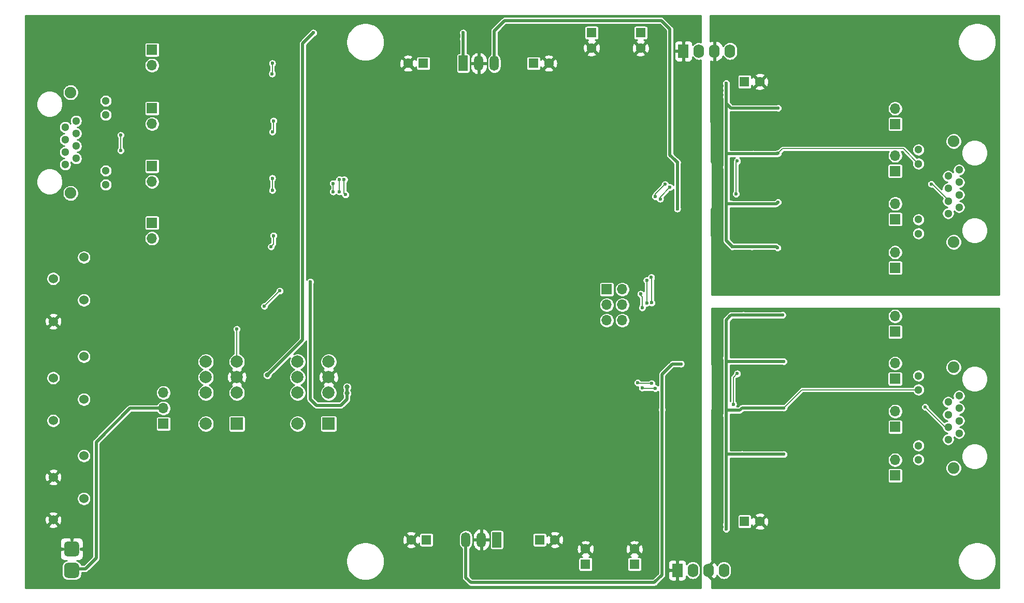
<source format=gbr>
%TF.GenerationSoftware,KiCad,Pcbnew,(5.1.9)-1*%
%TF.CreationDate,2021-05-13T14:25:42+02:00*%
%TF.ProjectId,AR2ISS_Isolator,41523249-5353-45f4-9973-6f6c61746f72,rev?*%
%TF.SameCoordinates,Original*%
%TF.FileFunction,Copper,L2,Bot*%
%TF.FilePolarity,Positive*%
%FSLAX46Y46*%
G04 Gerber Fmt 4.6, Leading zero omitted, Abs format (unit mm)*
G04 Created by KiCad (PCBNEW (5.1.9)-1) date 2021-05-13 14:25:42*
%MOMM*%
%LPD*%
G01*
G04 APERTURE LIST*
%TA.AperFunction,ComponentPad*%
%ADD10R,1.700000X1.700000*%
%TD*%
%TA.AperFunction,ComponentPad*%
%ADD11O,1.700000X1.700000*%
%TD*%
%TA.AperFunction,ComponentPad*%
%ADD12C,1.900000*%
%TD*%
%TA.AperFunction,ComponentPad*%
%ADD13C,1.300000*%
%TD*%
%TA.AperFunction,ComponentPad*%
%ADD14C,1.524000*%
%TD*%
%TA.AperFunction,ComponentPad*%
%ADD15C,1.600000*%
%TD*%
%TA.AperFunction,ComponentPad*%
%ADD16R,1.600000X1.600000*%
%TD*%
%TA.AperFunction,ComponentPad*%
%ADD17C,1.500000*%
%TD*%
%TA.AperFunction,ComponentPad*%
%ADD18C,2.000000*%
%TD*%
%TA.AperFunction,ComponentPad*%
%ADD19R,2.000000X2.000000*%
%TD*%
%TA.AperFunction,ComponentPad*%
%ADD20R,1.750000X2.250000*%
%TD*%
%TA.AperFunction,ComponentPad*%
%ADD21O,1.750000X2.250000*%
%TD*%
%TA.AperFunction,ComponentPad*%
%ADD22O,1.500000X2.500000*%
%TD*%
%TA.AperFunction,ComponentPad*%
%ADD23R,1.500000X2.500000*%
%TD*%
%TA.AperFunction,ViaPad*%
%ADD24C,0.800000*%
%TD*%
%TA.AperFunction,ViaPad*%
%ADD25C,0.600000*%
%TD*%
%TA.AperFunction,Conductor*%
%ADD26C,0.500000*%
%TD*%
%TA.AperFunction,Conductor*%
%ADD27C,0.250000*%
%TD*%
%TA.AperFunction,Conductor*%
%ADD28C,0.200000*%
%TD*%
%TA.AperFunction,Conductor*%
%ADD29C,0.254000*%
%TD*%
%TA.AperFunction,Conductor*%
%ADD30C,0.100000*%
%TD*%
G04 APERTURE END LIST*
D10*
X192610000Y-70930000D03*
D11*
X192610000Y-68390000D03*
D12*
X202170000Y-90250000D03*
X202170000Y-73750000D03*
D13*
X203060000Y-78430000D03*
X201280000Y-79450000D03*
X203060000Y-80470000D03*
X201280000Y-81490000D03*
X203060000Y-82510000D03*
X201280000Y-83530000D03*
X203060000Y-84550000D03*
X201280000Y-85570000D03*
X196420000Y-88860000D03*
X196420000Y-86570000D03*
X196420000Y-77430000D03*
X196420000Y-75140000D03*
D11*
X71140000Y-70900000D03*
D10*
X71140000Y-68360000D03*
D11*
X71130000Y-80360000D03*
D10*
X71130000Y-77820000D03*
D11*
X71130000Y-61320000D03*
D10*
X71130000Y-58780000D03*
D11*
X71130000Y-89650000D03*
D10*
X71130000Y-87110000D03*
D11*
X192610000Y-91930000D03*
D10*
X192610000Y-94470000D03*
D11*
X192620000Y-83970000D03*
D10*
X192620000Y-86510000D03*
X192600000Y-78640000D03*
D11*
X192600000Y-76100000D03*
X192610000Y-125930000D03*
D10*
X192610000Y-128470000D03*
D11*
X192620000Y-117970000D03*
D10*
X192620000Y-120510000D03*
D11*
X192600000Y-110100000D03*
D10*
X192600000Y-112640000D03*
D11*
X192610000Y-102390000D03*
D10*
X192610000Y-104930000D03*
D14*
X55000000Y-103250001D03*
X60000000Y-99750001D03*
X55000000Y-96250000D03*
X60000000Y-92750000D03*
X55000000Y-135750001D03*
X60000000Y-132250001D03*
X55000000Y-128750000D03*
X60000000Y-125250000D03*
X55000000Y-119500004D03*
X60000000Y-116000004D03*
X55000000Y-112500003D03*
X60000000Y-109000003D03*
D15*
X142000000Y-140500000D03*
D16*
X142000000Y-143000000D03*
D15*
X150000000Y-140500000D03*
D16*
X150000000Y-143000000D03*
D15*
X170500000Y-136000000D03*
D16*
X168000000Y-136000000D03*
D15*
X151000000Y-58500000D03*
D16*
X151000000Y-56000000D03*
D15*
X143000000Y-58500000D03*
D16*
X143000000Y-56000000D03*
D15*
X170500000Y-64000000D03*
D16*
X168000000Y-64000000D03*
D15*
X137000000Y-139000000D03*
D16*
X134500000Y-139000000D03*
D15*
X113500000Y-139000000D03*
D16*
X116000000Y-139000000D03*
D15*
X113000000Y-61000000D03*
D16*
X115500000Y-61000000D03*
D15*
X136000000Y-61000000D03*
D16*
X133500000Y-61000000D03*
%TA.AperFunction,SMDPad,CuDef*%
G36*
G01*
X57375000Y-142750000D02*
X58625000Y-142750000D01*
G75*
G02*
X59250000Y-143375000I0J-625000D01*
G01*
X59250000Y-144625000D01*
G75*
G02*
X58625000Y-145250000I-625000J0D01*
G01*
X57375000Y-145250000D01*
G75*
G02*
X56750000Y-144625000I0J625000D01*
G01*
X56750000Y-143375000D01*
G75*
G02*
X57375000Y-142750000I625000J0D01*
G01*
G37*
%TD.AperFunction*%
%TA.AperFunction,SMDPad,CuDef*%
G36*
G01*
X57375000Y-139250000D02*
X58625000Y-139250000D01*
G75*
G02*
X59250000Y-139875000I0J-625000D01*
G01*
X59250000Y-141125000D01*
G75*
G02*
X58625000Y-141750000I-625000J0D01*
G01*
X57375000Y-141750000D01*
G75*
G02*
X56750000Y-141125000I0J625000D01*
G01*
X56750000Y-139875000D01*
G75*
G02*
X57375000Y-139250000I625000J0D01*
G01*
G37*
%TD.AperFunction*%
D17*
X58000000Y-140500000D03*
X58000000Y-144000000D03*
D11*
X148000000Y-103080000D03*
X145460000Y-103080000D03*
X148000000Y-100540000D03*
X145460000Y-100540000D03*
X148000000Y-98000000D03*
D10*
X145460000Y-98000000D03*
D12*
X202170000Y-127250000D03*
X202170000Y-110750000D03*
D13*
X203060000Y-115430000D03*
X201280000Y-116450000D03*
X203060000Y-117470000D03*
X201280000Y-118490000D03*
X203060000Y-119510000D03*
X201280000Y-120530000D03*
X203060000Y-121550000D03*
X201280000Y-122570000D03*
X196420000Y-125860000D03*
X196420000Y-123570000D03*
X196420000Y-114430000D03*
X196420000Y-112140000D03*
D12*
X57830000Y-65750000D03*
X57830000Y-82250000D03*
D13*
X56940000Y-77570000D03*
X58720000Y-76550000D03*
X56940000Y-75530000D03*
X58720000Y-74510000D03*
X56940000Y-73490000D03*
X58720000Y-72470000D03*
X56940000Y-71450000D03*
X58720000Y-70430000D03*
X63580000Y-67140000D03*
X63580000Y-69430000D03*
X63580000Y-78570000D03*
X63580000Y-80860000D03*
D18*
X100000000Y-109840000D03*
X94920000Y-109840000D03*
X100000000Y-114920000D03*
D19*
X100000000Y-120000000D03*
D18*
X94920000Y-114920000D03*
X94920000Y-120000000D03*
X100000000Y-112380000D03*
X94920000Y-112380000D03*
X85000000Y-109840000D03*
X79920000Y-109840000D03*
X85000000Y-114920000D03*
D19*
X85000000Y-120000000D03*
D18*
X79920000Y-114920000D03*
X79920000Y-120000000D03*
X85000000Y-112380000D03*
X79920000Y-112380000D03*
D20*
X157000000Y-144000000D03*
D21*
X159540000Y-144000000D03*
X162080000Y-144000000D03*
X164620000Y-144000000D03*
D20*
X158000000Y-59000000D03*
D21*
X160540000Y-59000000D03*
X163080000Y-59000000D03*
X165620000Y-59000000D03*
D11*
X73000000Y-114920000D03*
X73000000Y-117460000D03*
D10*
X73000000Y-120000000D03*
D22*
X122420000Y-139000000D03*
X124960000Y-139000000D03*
D23*
X127500000Y-139000000D03*
D22*
X127080000Y-61000000D03*
X124540000Y-61000000D03*
D23*
X122000000Y-61000000D03*
D24*
X85130000Y-88200000D03*
D25*
X92820000Y-57620000D03*
X92820000Y-58370000D03*
X97070000Y-64870000D03*
X97070000Y-65620000D03*
X92820000Y-86120000D03*
X92820000Y-86870000D03*
X97070000Y-93370000D03*
X97070000Y-94120000D03*
X92820000Y-76620000D03*
X92820000Y-77370000D03*
X97070000Y-83870000D03*
X97070000Y-84620000D03*
X92820000Y-67120000D03*
X92820000Y-67870000D03*
X97070000Y-74370000D03*
X97070000Y-75120000D03*
X78880000Y-89860000D03*
X78880000Y-86360000D03*
X76130000Y-88110000D03*
D24*
X85130000Y-78910000D03*
D25*
X78880000Y-80570000D03*
X78880000Y-77070000D03*
X76130000Y-78820000D03*
D24*
X85140000Y-69450000D03*
D25*
X78890000Y-71110000D03*
X78890000Y-67610000D03*
X76140000Y-69360000D03*
D24*
X85130000Y-59870000D03*
D25*
X78880000Y-61530000D03*
X78880000Y-58030000D03*
X76130000Y-59780000D03*
X163000000Y-145750000D03*
X163750000Y-145750000D03*
X163250000Y-141750000D03*
X163250000Y-141000000D03*
X164000000Y-141000000D03*
X164000000Y-141750000D03*
D24*
X178610000Y-103840000D03*
D25*
X184860000Y-102180000D03*
X184860000Y-105680000D03*
X187610000Y-103930000D03*
D24*
X178600000Y-111550000D03*
D25*
X184850000Y-109890000D03*
X184850000Y-113390000D03*
X187600000Y-111640000D03*
D24*
X178620000Y-119420000D03*
D25*
X184870000Y-117760000D03*
X184870000Y-121260000D03*
X187620000Y-119510000D03*
D24*
X178610000Y-127380000D03*
D25*
X184860000Y-125720000D03*
X184860000Y-129220000D03*
X187610000Y-127470000D03*
X166000000Y-132250000D03*
X166750000Y-132250000D03*
X163200000Y-119000000D03*
X163200000Y-119800000D03*
X165800000Y-119000000D03*
X165800000Y-119800000D03*
X166600000Y-111000000D03*
X166800000Y-112800000D03*
X166800000Y-113600000D03*
X165000000Y-136500000D03*
X165000000Y-137250000D03*
X174200000Y-102200000D03*
X167800000Y-102200000D03*
X174400000Y-109800000D03*
X174400000Y-117400000D03*
X167600000Y-125000000D03*
X174400000Y-125000000D03*
X165000000Y-109200000D03*
X165000000Y-118600000D03*
X167800000Y-117400000D03*
X165000000Y-66500000D03*
X165000000Y-65750000D03*
X165000000Y-65000000D03*
X165000000Y-64250000D03*
X173475000Y-68325000D03*
X173475000Y-75725000D03*
X173475000Y-83725000D03*
X173400000Y-91200000D03*
X165000000Y-78000000D03*
X169400000Y-75800000D03*
X169200000Y-91000000D03*
X165999990Y-91000000D03*
X165800000Y-84000000D03*
D24*
X178620000Y-85420000D03*
D25*
X184870000Y-83760000D03*
X184870000Y-87260000D03*
X187620000Y-85510000D03*
D24*
X178610000Y-93380000D03*
D25*
X184860000Y-91720000D03*
X184860000Y-95220000D03*
X187610000Y-93470000D03*
D24*
X178610000Y-69840000D03*
D25*
X184860000Y-68180000D03*
X184860000Y-71680000D03*
X187610000Y-69930000D03*
D24*
X178600000Y-77550000D03*
D25*
X184850000Y-75890000D03*
X184850000Y-79390000D03*
X187600000Y-77640000D03*
X163500000Y-63500000D03*
X163500000Y-64250000D03*
X163500000Y-65000000D03*
X163500000Y-65750000D03*
X164500000Y-57500000D03*
X164500000Y-56750000D03*
X166000000Y-98250000D03*
X166750000Y-98250000D03*
X170600000Y-84800000D03*
X171400000Y-84800000D03*
X165800000Y-86200000D03*
X163400000Y-86200000D03*
X163400000Y-87000000D03*
X163200000Y-82400000D03*
X163200000Y-81600000D03*
X166400000Y-83200000D03*
X85000000Y-104500000D03*
X151250000Y-101000000D03*
X151000000Y-98750000D03*
X155000000Y-80800000D03*
X153400000Y-82800000D03*
X153400000Y-114200000D03*
X151250000Y-114150000D03*
X155800000Y-81282500D03*
X154200000Y-83200000D03*
X152800000Y-113400000D03*
X150500000Y-113300000D03*
X197500000Y-117250000D03*
X198500000Y-80750000D03*
X66000000Y-75250000D03*
X66000000Y-72750000D03*
X102550003Y-80000000D03*
X102750000Y-82500000D03*
X152000000Y-96500000D03*
X152000000Y-100250000D03*
X166154301Y-116800000D03*
X166800000Y-111800000D03*
X101750000Y-82000000D03*
X101750000Y-80000000D03*
X152750000Y-96000000D03*
X152800000Y-100200000D03*
X166800000Y-77000000D03*
X166600000Y-82400000D03*
X100750000Y-82000000D03*
X100750000Y-80650000D03*
X97500000Y-56000000D03*
D24*
X90000000Y-112000000D03*
D25*
X157000000Y-84800000D03*
X157000000Y-77200000D03*
X97000000Y-96750000D03*
D24*
X103000000Y-114000000D03*
X103000000Y-115000000D03*
D25*
X157600000Y-110200000D03*
X154500000Y-117700000D03*
X89500000Y-100750000D03*
X92000000Y-98250000D03*
X122000000Y-57000000D03*
X122000000Y-56000000D03*
X91000000Y-89200000D03*
X90600000Y-91000000D03*
X90800000Y-61000000D03*
X90764782Y-62702354D03*
X90800000Y-79800000D03*
X90800000Y-81800000D03*
X91000000Y-70400000D03*
X90796518Y-72212299D03*
D26*
X162080000Y-144000000D02*
X162080000Y-143420000D01*
X162080000Y-143420000D02*
X163000000Y-142500000D01*
X162080000Y-144000000D02*
X162080000Y-144830000D01*
X162080000Y-144830000D02*
X163000000Y-145750000D01*
D27*
X165000000Y-130500000D02*
X165000000Y-127000000D01*
D26*
X165000000Y-115250000D02*
X165000000Y-114250000D01*
D28*
X165149999Y-115100001D02*
X165000000Y-115250000D01*
D27*
X165000000Y-114500000D02*
X165000000Y-111000000D01*
D26*
X165000000Y-103000000D02*
X165600000Y-102400000D01*
X165600000Y-102400000D02*
X165800000Y-102200000D01*
X167800000Y-102200000D02*
X174200000Y-102200000D01*
X165800000Y-102200000D02*
X167800000Y-102200000D01*
X165000000Y-109800000D02*
X165000000Y-109200000D01*
X165000000Y-114250000D02*
X165000000Y-109800000D01*
X174400000Y-109800000D02*
X165000000Y-109800000D01*
X165000000Y-117400000D02*
X165000000Y-115250000D01*
X174400000Y-117400000D02*
X167800000Y-117400000D01*
X165000000Y-125000000D02*
X167600000Y-125000000D01*
X165000000Y-137250000D02*
X165000000Y-125000000D01*
X165000000Y-125000000D02*
X165000000Y-118600000D01*
X174400000Y-125000000D02*
X167600000Y-125000000D01*
D28*
X177370000Y-114430000D02*
X196420000Y-114430000D01*
X174400000Y-117400000D02*
X177370000Y-114430000D01*
D26*
X165000000Y-109200000D02*
X165000000Y-103000000D01*
X167800000Y-117400000D02*
X167600000Y-117400000D01*
X167200000Y-117800000D02*
X165000000Y-117800000D01*
X167600000Y-117400000D02*
X167200000Y-117800000D01*
X165000000Y-117800000D02*
X165000000Y-117400000D01*
X165000000Y-118600000D02*
X165000000Y-117800000D01*
D27*
X165000000Y-72500000D02*
X165000000Y-69000000D01*
X165000000Y-88500000D02*
X165000000Y-85000000D01*
D28*
X165050001Y-74949999D02*
X165000000Y-75000000D01*
X196420000Y-77430000D02*
X193939999Y-74949999D01*
D26*
X165000000Y-67400000D02*
X165000000Y-67600000D01*
X165000000Y-69000000D02*
X165000000Y-67400000D01*
X165000000Y-67400000D02*
X165000000Y-64250000D01*
X165725000Y-68325000D02*
X173475000Y-68325000D01*
X165000000Y-67600000D02*
X165725000Y-68325000D01*
X165000000Y-75000000D02*
X165000000Y-69000000D01*
X173400000Y-75800000D02*
X173475000Y-75725000D01*
X165000000Y-75800000D02*
X165000000Y-75000000D01*
X173200000Y-84000000D02*
X173475000Y-83725000D01*
X165000000Y-84000000D02*
X165000000Y-75800000D01*
X173200000Y-91000000D02*
X173400000Y-91200000D01*
X165000000Y-90000000D02*
X166000000Y-91000000D01*
X165000000Y-84000000D02*
X165000000Y-90000000D01*
D27*
X165000000Y-78000000D02*
X165000000Y-77000000D01*
X165000000Y-80500000D02*
X165000000Y-78000000D01*
D28*
X174250001Y-74949999D02*
X173475000Y-75725000D01*
X193939999Y-74949999D02*
X174250001Y-74949999D01*
D26*
X169400000Y-75800000D02*
X173400000Y-75800000D01*
X165000000Y-75800000D02*
X169400000Y-75800000D01*
X169200000Y-91000000D02*
X173200000Y-91000000D01*
X166000000Y-91000000D02*
X169200000Y-91000000D01*
X165800000Y-84000000D02*
X173200000Y-84000000D01*
X165000000Y-84000000D02*
X165800000Y-84000000D01*
X58000000Y-143750000D02*
X60250000Y-143750000D01*
X60250000Y-143750000D02*
X62000000Y-142000000D01*
X62000000Y-142000000D02*
X62000000Y-123000000D01*
X67540000Y-117460000D02*
X73000000Y-117460000D01*
X62000000Y-123000000D02*
X67540000Y-117460000D01*
D28*
X85000000Y-104500000D02*
X85000000Y-109840000D01*
X151000000Y-99000000D02*
X151250000Y-99250000D01*
X151250000Y-99250000D02*
X151250000Y-101000000D01*
X151000000Y-98750000D02*
X151000000Y-99000000D01*
X153400000Y-82400000D02*
X153400000Y-82800000D01*
X155000000Y-80800000D02*
X153400000Y-82400000D01*
X151300000Y-114200000D02*
X151250000Y-114150000D01*
X153400000Y-114200000D02*
X151300000Y-114200000D01*
X154200000Y-82882500D02*
X154200000Y-83200000D01*
X155800000Y-81282500D02*
X154200000Y-82882500D01*
X152800000Y-113400000D02*
X150600000Y-113400000D01*
X150600000Y-113400000D02*
X150500000Y-113300000D01*
X200780000Y-120530000D02*
X201280000Y-120530000D01*
X197500000Y-117250000D02*
X200780000Y-120530000D01*
X201280000Y-83530000D02*
X201470000Y-83530000D01*
X198690000Y-80750000D02*
X198500000Y-80750000D01*
X201470000Y-83530000D02*
X198690000Y-80750000D01*
X66000000Y-72750000D02*
X66000000Y-75250000D01*
X102550003Y-82300003D02*
X102750000Y-82500000D01*
X102550003Y-80000000D02*
X102550003Y-82300003D01*
X152000000Y-96500000D02*
X152000000Y-100250000D01*
X166154301Y-112445699D02*
X166800000Y-111800000D01*
X166154301Y-116800000D02*
X166154301Y-112445699D01*
X101750000Y-82000000D02*
X101750000Y-80000000D01*
X152800000Y-96050000D02*
X152750000Y-96000000D01*
X152800000Y-100200000D02*
X152800000Y-96050000D01*
X166600000Y-77200000D02*
X166800000Y-77000000D01*
X166600000Y-82400000D02*
X166600000Y-77200000D01*
X100750000Y-80650000D02*
X100750000Y-82000000D01*
D26*
X95750000Y-57750000D02*
X97500000Y-56000000D01*
X128750000Y-54000000D02*
X153750000Y-54000000D01*
X127080000Y-55670000D02*
X128750000Y-54000000D01*
X127080000Y-61000000D02*
X127080000Y-55670000D01*
X95750000Y-106250000D02*
X90000000Y-112000000D01*
X95750000Y-103500000D02*
X95750000Y-106250000D01*
X153750000Y-54000000D02*
X154400000Y-54000000D01*
X154400000Y-54000000D02*
X155800000Y-55400000D01*
X155800000Y-55400000D02*
X155800000Y-76000000D01*
X155800000Y-76000000D02*
X156600000Y-76800000D01*
X156600000Y-76800000D02*
X157000000Y-77200000D01*
X157000000Y-77200000D02*
X157000000Y-84800000D01*
X95750000Y-103500000D02*
X95750000Y-57750000D01*
X97000000Y-96750000D02*
X97000000Y-112000000D01*
X153250000Y-146000000D02*
X154500000Y-144750000D01*
X123250000Y-146000000D02*
X153250000Y-146000000D01*
X122420000Y-145170000D02*
X123250000Y-146000000D01*
X122420000Y-139000000D02*
X122420000Y-145170000D01*
X154500000Y-144750000D02*
X154500000Y-130000000D01*
X154500000Y-126000000D02*
X154500000Y-122000000D01*
X154500000Y-130000000D02*
X154500000Y-126000000D01*
X154500000Y-122000000D02*
X154500000Y-118000000D01*
X97000000Y-112000000D02*
X97000000Y-116000000D01*
X97000000Y-116000000D02*
X98000000Y-117000000D01*
X98000000Y-117000000D02*
X102000000Y-117000000D01*
X102000000Y-117000000D02*
X103000000Y-116000000D01*
X103000000Y-116000000D02*
X103000000Y-114000000D01*
X156200000Y-110200000D02*
X154500000Y-111900000D01*
X157600000Y-110200000D02*
X156200000Y-110200000D01*
X154500000Y-117700000D02*
X154500000Y-111900000D01*
X154500000Y-118000000D02*
X154500000Y-117700000D01*
D28*
X89500000Y-100750000D02*
X91000000Y-99250000D01*
X91000000Y-99250000D02*
X92000000Y-98250000D01*
D26*
X122000000Y-57000000D02*
X122000000Y-61000000D01*
X122000000Y-57000000D02*
X122000000Y-56000000D01*
D28*
X91000000Y-90600000D02*
X90600000Y-91000000D01*
X91000000Y-89200000D02*
X91000000Y-90600000D01*
X90800000Y-62667136D02*
X90764782Y-62702354D01*
X90800000Y-61000000D02*
X90800000Y-62667136D01*
X90800000Y-79800000D02*
X90800000Y-81800000D01*
X91000000Y-72008817D02*
X90796518Y-72212299D01*
X91000000Y-70400000D02*
X91000000Y-72008817D01*
D29*
X209594000Y-98873000D02*
X162626312Y-98873000D01*
X162597764Y-93620000D01*
X191377157Y-93620000D01*
X191377157Y-95320000D01*
X191384513Y-95394689D01*
X191406299Y-95466508D01*
X191441678Y-95532696D01*
X191489289Y-95590711D01*
X191547304Y-95638322D01*
X191613492Y-95673701D01*
X191685311Y-95695487D01*
X191760000Y-95702843D01*
X193460000Y-95702843D01*
X193534689Y-95695487D01*
X193606508Y-95673701D01*
X193672696Y-95638322D01*
X193730711Y-95590711D01*
X193778322Y-95532696D01*
X193813701Y-95466508D01*
X193835487Y-95394689D01*
X193842843Y-95320000D01*
X193842843Y-93620000D01*
X193835487Y-93545311D01*
X193813701Y-93473492D01*
X193778322Y-93407304D01*
X193730711Y-93349289D01*
X193672696Y-93301678D01*
X193606508Y-93266299D01*
X193534689Y-93244513D01*
X193460000Y-93237157D01*
X191760000Y-93237157D01*
X191685311Y-93244513D01*
X191613492Y-93266299D01*
X191547304Y-93301678D01*
X191489289Y-93349289D01*
X191441678Y-93407304D01*
X191406299Y-93473492D01*
X191384513Y-93545311D01*
X191377157Y-93620000D01*
X162597764Y-93620000D01*
X162550395Y-84904242D01*
X162551459Y-84902640D01*
X162572242Y-84872286D01*
X162574939Y-84867299D01*
X162620751Y-84781139D01*
X162634785Y-84747089D01*
X162649267Y-84713299D01*
X162650944Y-84707884D01*
X162679149Y-84614466D01*
X162686295Y-84578375D01*
X162693948Y-84542372D01*
X162694540Y-84536734D01*
X162704063Y-84439617D01*
X162704063Y-84439607D01*
X162706000Y-84419941D01*
X162706000Y-77580059D01*
X162704013Y-77559885D01*
X162704013Y-77553403D01*
X162703421Y-77547765D01*
X162692544Y-77450790D01*
X162684892Y-77414790D01*
X162677746Y-77378698D01*
X162676070Y-77373282D01*
X162646564Y-77280267D01*
X162632060Y-77246426D01*
X162618045Y-77212424D01*
X162615349Y-77207437D01*
X162568338Y-77121925D01*
X162547547Y-77091560D01*
X162527183Y-77060911D01*
X162523570Y-77056543D01*
X162507641Y-77037560D01*
X162437780Y-64182927D01*
X164319000Y-64182927D01*
X164319000Y-64317073D01*
X164345171Y-64448640D01*
X164369001Y-64506171D01*
X164369001Y-64743830D01*
X164345171Y-64801360D01*
X164319000Y-64932927D01*
X164319000Y-65067073D01*
X164345171Y-65198640D01*
X164369001Y-65256170D01*
X164369001Y-65493830D01*
X164345171Y-65551360D01*
X164319000Y-65682927D01*
X164319000Y-65817073D01*
X164345171Y-65948640D01*
X164369000Y-66006170D01*
X164369000Y-66243831D01*
X164345171Y-66301360D01*
X164319000Y-66432927D01*
X164319000Y-66567073D01*
X164345171Y-66698640D01*
X164369000Y-66756169D01*
X164369000Y-67569010D01*
X164365948Y-67600000D01*
X164369000Y-67630990D01*
X164369000Y-67630998D01*
X164369001Y-67631007D01*
X164369000Y-69030997D01*
X164369001Y-69031007D01*
X164369000Y-74969002D01*
X164369000Y-75769002D01*
X164365947Y-75800000D01*
X164369001Y-75831008D01*
X164369001Y-77743830D01*
X164345171Y-77801360D01*
X164319000Y-77932927D01*
X164319000Y-78067073D01*
X164345171Y-78198640D01*
X164369001Y-78256170D01*
X164369000Y-83969002D01*
X164365947Y-84000000D01*
X164369000Y-84030997D01*
X164369001Y-89969000D01*
X164365948Y-90000000D01*
X164378130Y-90123697D01*
X164414211Y-90242641D01*
X164472804Y-90352260D01*
X164531897Y-90424265D01*
X164531900Y-90424268D01*
X164551658Y-90448343D01*
X164575733Y-90468101D01*
X165372660Y-91265029D01*
X165396496Y-91322574D01*
X165471023Y-91434112D01*
X165565878Y-91528967D01*
X165677416Y-91603494D01*
X165801350Y-91654829D01*
X165932917Y-91681000D01*
X166067063Y-91681000D01*
X166198630Y-91654829D01*
X166256158Y-91631000D01*
X168943832Y-91631000D01*
X169001360Y-91654829D01*
X169132927Y-91681000D01*
X169267073Y-91681000D01*
X169398640Y-91654829D01*
X169456168Y-91631000D01*
X172868954Y-91631000D01*
X172871033Y-91634112D01*
X172965888Y-91728967D01*
X173077426Y-91803494D01*
X173201360Y-91854829D01*
X173332927Y-91881000D01*
X173467073Y-91881000D01*
X173598640Y-91854829D01*
X173709867Y-91808757D01*
X191379000Y-91808757D01*
X191379000Y-92051243D01*
X191426307Y-92289069D01*
X191519102Y-92513097D01*
X191653820Y-92714717D01*
X191825283Y-92886180D01*
X192026903Y-93020898D01*
X192250931Y-93113693D01*
X192488757Y-93161000D01*
X192731243Y-93161000D01*
X192969069Y-93113693D01*
X193193097Y-93020898D01*
X193394717Y-92886180D01*
X193566180Y-92714717D01*
X193700898Y-92513097D01*
X193793693Y-92289069D01*
X193841000Y-92051243D01*
X193841000Y-91808757D01*
X193793693Y-91570931D01*
X193700898Y-91346903D01*
X193566180Y-91145283D01*
X193394717Y-90973820D01*
X193193097Y-90839102D01*
X192969069Y-90746307D01*
X192731243Y-90699000D01*
X192488757Y-90699000D01*
X192250931Y-90746307D01*
X192026903Y-90839102D01*
X191825283Y-90973820D01*
X191653820Y-91145283D01*
X191519102Y-91346903D01*
X191426307Y-91570931D01*
X191379000Y-91808757D01*
X173709867Y-91808757D01*
X173722574Y-91803494D01*
X173834112Y-91728967D01*
X173928967Y-91634112D01*
X174003494Y-91522574D01*
X174054829Y-91398640D01*
X174081000Y-91267073D01*
X174081000Y-91132927D01*
X174054829Y-91001360D01*
X174003494Y-90877426D01*
X173928967Y-90765888D01*
X173834112Y-90671033D01*
X173722574Y-90596506D01*
X173665876Y-90573021D01*
X173648343Y-90551657D01*
X173552261Y-90472804D01*
X173442642Y-90414211D01*
X173323698Y-90378130D01*
X173230998Y-90369000D01*
X173230990Y-90369000D01*
X173200000Y-90365948D01*
X173169010Y-90369000D01*
X169456168Y-90369000D01*
X169398640Y-90345171D01*
X169267073Y-90319000D01*
X169132927Y-90319000D01*
X169001360Y-90345171D01*
X168943832Y-90369000D01*
X166261369Y-90369000D01*
X166011277Y-90118908D01*
X200839000Y-90118908D01*
X200839000Y-90381092D01*
X200890150Y-90638238D01*
X200990483Y-90880465D01*
X201136145Y-91098463D01*
X201321537Y-91283855D01*
X201539535Y-91429517D01*
X201781762Y-91529850D01*
X202038908Y-91581000D01*
X202301092Y-91581000D01*
X202558238Y-91529850D01*
X202800465Y-91429517D01*
X203018463Y-91283855D01*
X203203855Y-91098463D01*
X203349517Y-90880465D01*
X203449850Y-90638238D01*
X203501000Y-90381092D01*
X203501000Y-90118908D01*
X203449850Y-89861762D01*
X203349517Y-89619535D01*
X203203855Y-89401537D01*
X203018463Y-89216145D01*
X202800465Y-89070483D01*
X202558238Y-88970150D01*
X202301092Y-88919000D01*
X202038908Y-88919000D01*
X201781762Y-88970150D01*
X201539535Y-89070483D01*
X201321537Y-89216145D01*
X201136145Y-89401537D01*
X200990483Y-89619535D01*
X200890150Y-89861762D01*
X200839000Y-90118908D01*
X166011277Y-90118908D01*
X165631000Y-89738632D01*
X165631000Y-88758455D01*
X195389000Y-88758455D01*
X195389000Y-88961545D01*
X195428620Y-89160732D01*
X195506339Y-89348362D01*
X195619170Y-89517224D01*
X195762776Y-89660830D01*
X195931638Y-89773661D01*
X196119268Y-89851380D01*
X196318455Y-89891000D01*
X196521545Y-89891000D01*
X196720732Y-89851380D01*
X196908362Y-89773661D01*
X197077224Y-89660830D01*
X197220830Y-89517224D01*
X197333661Y-89348362D01*
X197411380Y-89160732D01*
X197451000Y-88961545D01*
X197451000Y-88758455D01*
X197411380Y-88559268D01*
X197333661Y-88371638D01*
X197220830Y-88202776D01*
X197153638Y-88135584D01*
X203423000Y-88135584D01*
X203423000Y-88564416D01*
X203506660Y-88985008D01*
X203670767Y-89381196D01*
X203909013Y-89737757D01*
X204212243Y-90040987D01*
X204568804Y-90279233D01*
X204964992Y-90443340D01*
X205385584Y-90527000D01*
X205814416Y-90527000D01*
X206235008Y-90443340D01*
X206631196Y-90279233D01*
X206987757Y-90040987D01*
X207290987Y-89737757D01*
X207529233Y-89381196D01*
X207693340Y-88985008D01*
X207777000Y-88564416D01*
X207777000Y-88135584D01*
X207693340Y-87714992D01*
X207529233Y-87318804D01*
X207290987Y-86962243D01*
X206987757Y-86659013D01*
X206631196Y-86420767D01*
X206235008Y-86256660D01*
X205814416Y-86173000D01*
X205385584Y-86173000D01*
X204964992Y-86256660D01*
X204568804Y-86420767D01*
X204212243Y-86659013D01*
X203909013Y-86962243D01*
X203670767Y-87318804D01*
X203506660Y-87714992D01*
X203423000Y-88135584D01*
X197153638Y-88135584D01*
X197077224Y-88059170D01*
X196908362Y-87946339D01*
X196720732Y-87868620D01*
X196521545Y-87829000D01*
X196318455Y-87829000D01*
X196119268Y-87868620D01*
X195931638Y-87946339D01*
X195762776Y-88059170D01*
X195619170Y-88202776D01*
X195506339Y-88371638D01*
X195428620Y-88559268D01*
X195389000Y-88758455D01*
X165631000Y-88758455D01*
X165631000Y-85660000D01*
X191387157Y-85660000D01*
X191387157Y-87360000D01*
X191394513Y-87434689D01*
X191416299Y-87506508D01*
X191451678Y-87572696D01*
X191499289Y-87630711D01*
X191557304Y-87678322D01*
X191623492Y-87713701D01*
X191695311Y-87735487D01*
X191770000Y-87742843D01*
X193470000Y-87742843D01*
X193544689Y-87735487D01*
X193616508Y-87713701D01*
X193682696Y-87678322D01*
X193740711Y-87630711D01*
X193788322Y-87572696D01*
X193823701Y-87506508D01*
X193845487Y-87434689D01*
X193852843Y-87360000D01*
X193852843Y-86468455D01*
X195389000Y-86468455D01*
X195389000Y-86671545D01*
X195428620Y-86870732D01*
X195506339Y-87058362D01*
X195619170Y-87227224D01*
X195762776Y-87370830D01*
X195931638Y-87483661D01*
X196119268Y-87561380D01*
X196318455Y-87601000D01*
X196521545Y-87601000D01*
X196720732Y-87561380D01*
X196908362Y-87483661D01*
X197077224Y-87370830D01*
X197220830Y-87227224D01*
X197333661Y-87058362D01*
X197411380Y-86870732D01*
X197451000Y-86671545D01*
X197451000Y-86468455D01*
X197411380Y-86269268D01*
X197333661Y-86081638D01*
X197220830Y-85912776D01*
X197077224Y-85769170D01*
X196908362Y-85656339D01*
X196720732Y-85578620D01*
X196521545Y-85539000D01*
X196318455Y-85539000D01*
X196119268Y-85578620D01*
X195931638Y-85656339D01*
X195762776Y-85769170D01*
X195619170Y-85912776D01*
X195506339Y-86081638D01*
X195428620Y-86269268D01*
X195389000Y-86468455D01*
X193852843Y-86468455D01*
X193852843Y-85660000D01*
X193845487Y-85585311D01*
X193823701Y-85513492D01*
X193788322Y-85447304D01*
X193740711Y-85389289D01*
X193682696Y-85341678D01*
X193616508Y-85306299D01*
X193544689Y-85284513D01*
X193470000Y-85277157D01*
X191770000Y-85277157D01*
X191695311Y-85284513D01*
X191623492Y-85306299D01*
X191557304Y-85341678D01*
X191499289Y-85389289D01*
X191451678Y-85447304D01*
X191416299Y-85513492D01*
X191394513Y-85585311D01*
X191387157Y-85660000D01*
X165631000Y-85660000D01*
X165631000Y-84660725D01*
X165732927Y-84681000D01*
X165867073Y-84681000D01*
X165998640Y-84654829D01*
X166056168Y-84631000D01*
X173169010Y-84631000D01*
X173200000Y-84634052D01*
X173230990Y-84631000D01*
X173230998Y-84631000D01*
X173323698Y-84621870D01*
X173442642Y-84585789D01*
X173552261Y-84527196D01*
X173648343Y-84448343D01*
X173668105Y-84424263D01*
X173740045Y-84352323D01*
X173797574Y-84328494D01*
X173909112Y-84253967D01*
X174003967Y-84159112D01*
X174078494Y-84047574D01*
X174129829Y-83923640D01*
X174144724Y-83848757D01*
X191389000Y-83848757D01*
X191389000Y-84091243D01*
X191436307Y-84329069D01*
X191529102Y-84553097D01*
X191663820Y-84754717D01*
X191835283Y-84926180D01*
X192036903Y-85060898D01*
X192260931Y-85153693D01*
X192498757Y-85201000D01*
X192741243Y-85201000D01*
X192979069Y-85153693D01*
X193203097Y-85060898D01*
X193404717Y-84926180D01*
X193576180Y-84754717D01*
X193710898Y-84553097D01*
X193803693Y-84329069D01*
X193851000Y-84091243D01*
X193851000Y-83848757D01*
X193803693Y-83610931D01*
X193710898Y-83386903D01*
X193576180Y-83185283D01*
X193404717Y-83013820D01*
X193203097Y-82879102D01*
X192979069Y-82786307D01*
X192741243Y-82739000D01*
X192498757Y-82739000D01*
X192260931Y-82786307D01*
X192036903Y-82879102D01*
X191835283Y-83013820D01*
X191663820Y-83185283D01*
X191529102Y-83386903D01*
X191436307Y-83610931D01*
X191389000Y-83848757D01*
X174144724Y-83848757D01*
X174156000Y-83792073D01*
X174156000Y-83657927D01*
X174129829Y-83526360D01*
X174078494Y-83402426D01*
X174003967Y-83290888D01*
X173909112Y-83196033D01*
X173797574Y-83121506D01*
X173673640Y-83070171D01*
X173542073Y-83044000D01*
X173407927Y-83044000D01*
X173276360Y-83070171D01*
X173152426Y-83121506D01*
X173040888Y-83196033D01*
X172946033Y-83290888D01*
X172893840Y-83369000D01*
X166056168Y-83369000D01*
X165998640Y-83345171D01*
X165867073Y-83319000D01*
X165732927Y-83319000D01*
X165631000Y-83339275D01*
X165631000Y-78256168D01*
X165654829Y-78198640D01*
X165681000Y-78067073D01*
X165681000Y-77932927D01*
X165654829Y-77801360D01*
X165631000Y-77743832D01*
X165631000Y-76431000D01*
X166425802Y-76431000D01*
X166365888Y-76471033D01*
X166271033Y-76565888D01*
X166196506Y-76677426D01*
X166145171Y-76801360D01*
X166119000Y-76932927D01*
X166119000Y-77067073D01*
X166126398Y-77104264D01*
X166125960Y-77105708D01*
X166116673Y-77200000D01*
X166119001Y-77223636D01*
X166119000Y-81917921D01*
X166071033Y-81965888D01*
X165996506Y-82077426D01*
X165945171Y-82201360D01*
X165919000Y-82332927D01*
X165919000Y-82467073D01*
X165945171Y-82598640D01*
X165996506Y-82722574D01*
X166071033Y-82834112D01*
X166165888Y-82928967D01*
X166277426Y-83003494D01*
X166401360Y-83054829D01*
X166532927Y-83081000D01*
X166667073Y-83081000D01*
X166798640Y-83054829D01*
X166922574Y-83003494D01*
X167034112Y-82928967D01*
X167128967Y-82834112D01*
X167203494Y-82722574D01*
X167254829Y-82598640D01*
X167281000Y-82467073D01*
X167281000Y-82332927D01*
X167254829Y-82201360D01*
X167203494Y-82077426D01*
X167128967Y-81965888D01*
X167081000Y-81917921D01*
X167081000Y-80682927D01*
X197819000Y-80682927D01*
X197819000Y-80817073D01*
X197845171Y-80948640D01*
X197896506Y-81072574D01*
X197971033Y-81184112D01*
X198065888Y-81278967D01*
X198177426Y-81353494D01*
X198301360Y-81404829D01*
X198432927Y-81431000D01*
X198567073Y-81431000D01*
X198670242Y-81410478D01*
X200347319Y-83087556D01*
X200288620Y-83229268D01*
X200249000Y-83428455D01*
X200249000Y-83631545D01*
X200288620Y-83830732D01*
X200366339Y-84018362D01*
X200479170Y-84187224D01*
X200622776Y-84330830D01*
X200791638Y-84443661D01*
X200979268Y-84521380D01*
X201123153Y-84550000D01*
X200979268Y-84578620D01*
X200791638Y-84656339D01*
X200622776Y-84769170D01*
X200479170Y-84912776D01*
X200366339Y-85081638D01*
X200288620Y-85269268D01*
X200249000Y-85468455D01*
X200249000Y-85671545D01*
X200288620Y-85870732D01*
X200366339Y-86058362D01*
X200479170Y-86227224D01*
X200622776Y-86370830D01*
X200791638Y-86483661D01*
X200979268Y-86561380D01*
X201178455Y-86601000D01*
X201381545Y-86601000D01*
X201580732Y-86561380D01*
X201768362Y-86483661D01*
X201937224Y-86370830D01*
X202080830Y-86227224D01*
X202193661Y-86058362D01*
X202271380Y-85870732D01*
X202311000Y-85671545D01*
X202311000Y-85468455D01*
X202271380Y-85269268D01*
X202223680Y-85154110D01*
X202259170Y-85207224D01*
X202402776Y-85350830D01*
X202571638Y-85463661D01*
X202759268Y-85541380D01*
X202958455Y-85581000D01*
X203161545Y-85581000D01*
X203360732Y-85541380D01*
X203548362Y-85463661D01*
X203717224Y-85350830D01*
X203860830Y-85207224D01*
X203973661Y-85038362D01*
X204051380Y-84850732D01*
X204091000Y-84651545D01*
X204091000Y-84448455D01*
X204051380Y-84249268D01*
X203973661Y-84061638D01*
X203860830Y-83892776D01*
X203717224Y-83749170D01*
X203548362Y-83636339D01*
X203360732Y-83558620D01*
X203216847Y-83530000D01*
X203360732Y-83501380D01*
X203548362Y-83423661D01*
X203717224Y-83310830D01*
X203860830Y-83167224D01*
X203973661Y-82998362D01*
X204051380Y-82810732D01*
X204091000Y-82611545D01*
X204091000Y-82408455D01*
X204051380Y-82209268D01*
X203973661Y-82021638D01*
X203860830Y-81852776D01*
X203717224Y-81709170D01*
X203548362Y-81596339D01*
X203360732Y-81518620D01*
X203216847Y-81490000D01*
X203360732Y-81461380D01*
X203548362Y-81383661D01*
X203717224Y-81270830D01*
X203860830Y-81127224D01*
X203973661Y-80958362D01*
X204051380Y-80770732D01*
X204091000Y-80571545D01*
X204091000Y-80368455D01*
X204051380Y-80169268D01*
X203973661Y-79981638D01*
X203860830Y-79812776D01*
X203717224Y-79669170D01*
X203548362Y-79556339D01*
X203360732Y-79478620D01*
X203216847Y-79450000D01*
X203360732Y-79421380D01*
X203548362Y-79343661D01*
X203717224Y-79230830D01*
X203860830Y-79087224D01*
X203973661Y-78918362D01*
X204051380Y-78730732D01*
X204091000Y-78531545D01*
X204091000Y-78328455D01*
X204051380Y-78129268D01*
X203973661Y-77941638D01*
X203860830Y-77772776D01*
X203717224Y-77629170D01*
X203548362Y-77516339D01*
X203360732Y-77438620D01*
X203161545Y-77399000D01*
X202958455Y-77399000D01*
X202759268Y-77438620D01*
X202571638Y-77516339D01*
X202402776Y-77629170D01*
X202259170Y-77772776D01*
X202146339Y-77941638D01*
X202068620Y-78129268D01*
X202029000Y-78328455D01*
X202029000Y-78531545D01*
X202068620Y-78730732D01*
X202116320Y-78845890D01*
X202080830Y-78792776D01*
X201937224Y-78649170D01*
X201768362Y-78536339D01*
X201580732Y-78458620D01*
X201381545Y-78419000D01*
X201178455Y-78419000D01*
X200979268Y-78458620D01*
X200791638Y-78536339D01*
X200622776Y-78649170D01*
X200479170Y-78792776D01*
X200366339Y-78961638D01*
X200288620Y-79149268D01*
X200249000Y-79348455D01*
X200249000Y-79551545D01*
X200288620Y-79750732D01*
X200366339Y-79938362D01*
X200479170Y-80107224D01*
X200622776Y-80250830D01*
X200791638Y-80363661D01*
X200979268Y-80441380D01*
X201123153Y-80470000D01*
X200979268Y-80498620D01*
X200791638Y-80576339D01*
X200622776Y-80689170D01*
X200479170Y-80832776D01*
X200366339Y-81001638D01*
X200288620Y-81189268D01*
X200249000Y-81388455D01*
X200249000Y-81591545D01*
X200258241Y-81638005D01*
X199142973Y-80522737D01*
X199103494Y-80427426D01*
X199028967Y-80315888D01*
X198934112Y-80221033D01*
X198822574Y-80146506D01*
X198698640Y-80095171D01*
X198567073Y-80069000D01*
X198432927Y-80069000D01*
X198301360Y-80095171D01*
X198177426Y-80146506D01*
X198065888Y-80221033D01*
X197971033Y-80315888D01*
X197896506Y-80427426D01*
X197845171Y-80551360D01*
X197819000Y-80682927D01*
X167081000Y-80682927D01*
X167081000Y-77790000D01*
X191367157Y-77790000D01*
X191367157Y-79490000D01*
X191374513Y-79564689D01*
X191396299Y-79636508D01*
X191431678Y-79702696D01*
X191479289Y-79760711D01*
X191537304Y-79808322D01*
X191603492Y-79843701D01*
X191675311Y-79865487D01*
X191750000Y-79872843D01*
X193450000Y-79872843D01*
X193524689Y-79865487D01*
X193596508Y-79843701D01*
X193662696Y-79808322D01*
X193720711Y-79760711D01*
X193768322Y-79702696D01*
X193803701Y-79636508D01*
X193825487Y-79564689D01*
X193832843Y-79490000D01*
X193832843Y-77790000D01*
X193825487Y-77715311D01*
X193803701Y-77643492D01*
X193768322Y-77577304D01*
X193720711Y-77519289D01*
X193662696Y-77471678D01*
X193596508Y-77436299D01*
X193524689Y-77414513D01*
X193450000Y-77407157D01*
X191750000Y-77407157D01*
X191675311Y-77414513D01*
X191603492Y-77436299D01*
X191537304Y-77471678D01*
X191479289Y-77519289D01*
X191431678Y-77577304D01*
X191396299Y-77643492D01*
X191374513Y-77715311D01*
X191367157Y-77790000D01*
X167081000Y-77790000D01*
X167081000Y-77620714D01*
X167122574Y-77603494D01*
X167234112Y-77528967D01*
X167328967Y-77434112D01*
X167403494Y-77322574D01*
X167454829Y-77198640D01*
X167481000Y-77067073D01*
X167481000Y-76932927D01*
X167454829Y-76801360D01*
X167403494Y-76677426D01*
X167328967Y-76565888D01*
X167234112Y-76471033D01*
X167174198Y-76431000D01*
X169143832Y-76431000D01*
X169201360Y-76454829D01*
X169332927Y-76481000D01*
X169467073Y-76481000D01*
X169598640Y-76454829D01*
X169656168Y-76431000D01*
X173369010Y-76431000D01*
X173400000Y-76434052D01*
X173430990Y-76431000D01*
X173430998Y-76431000D01*
X173523698Y-76421870D01*
X173640669Y-76386388D01*
X173673640Y-76379829D01*
X173797574Y-76328494D01*
X173909112Y-76253967D01*
X174003967Y-76159112D01*
X174078494Y-76047574D01*
X174129829Y-75923640D01*
X174156000Y-75792073D01*
X174156000Y-75724236D01*
X174449238Y-75430999D01*
X191566501Y-75430999D01*
X191509102Y-75516903D01*
X191416307Y-75740931D01*
X191369000Y-75978757D01*
X191369000Y-76221243D01*
X191416307Y-76459069D01*
X191509102Y-76683097D01*
X191643820Y-76884717D01*
X191815283Y-77056180D01*
X192016903Y-77190898D01*
X192240931Y-77283693D01*
X192478757Y-77331000D01*
X192721243Y-77331000D01*
X192959069Y-77283693D01*
X193183097Y-77190898D01*
X193384717Y-77056180D01*
X193556180Y-76884717D01*
X193690898Y-76683097D01*
X193783693Y-76459069D01*
X193831000Y-76221243D01*
X193831000Y-75978757D01*
X193783693Y-75740931D01*
X193690898Y-75516903D01*
X193633499Y-75430999D01*
X193740763Y-75430999D01*
X195431669Y-77121906D01*
X195428620Y-77129268D01*
X195389000Y-77328455D01*
X195389000Y-77531545D01*
X195428620Y-77730732D01*
X195506339Y-77918362D01*
X195619170Y-78087224D01*
X195762776Y-78230830D01*
X195931638Y-78343661D01*
X196119268Y-78421380D01*
X196318455Y-78461000D01*
X196521545Y-78461000D01*
X196720732Y-78421380D01*
X196908362Y-78343661D01*
X197077224Y-78230830D01*
X197220830Y-78087224D01*
X197333661Y-77918362D01*
X197411380Y-77730732D01*
X197451000Y-77531545D01*
X197451000Y-77328455D01*
X197411380Y-77129268D01*
X197333661Y-76941638D01*
X197220830Y-76772776D01*
X197077224Y-76629170D01*
X196908362Y-76516339D01*
X196720732Y-76438620D01*
X196521545Y-76399000D01*
X196318455Y-76399000D01*
X196119268Y-76438620D01*
X196111906Y-76441669D01*
X194708692Y-75038455D01*
X195389000Y-75038455D01*
X195389000Y-75241545D01*
X195428620Y-75440732D01*
X195506339Y-75628362D01*
X195619170Y-75797224D01*
X195762776Y-75940830D01*
X195931638Y-76053661D01*
X196119268Y-76131380D01*
X196318455Y-76171000D01*
X196521545Y-76171000D01*
X196720732Y-76131380D01*
X196908362Y-76053661D01*
X197077224Y-75940830D01*
X197220830Y-75797224D01*
X197333661Y-75628362D01*
X197411380Y-75440732D01*
X197412403Y-75435584D01*
X203423000Y-75435584D01*
X203423000Y-75864416D01*
X203506660Y-76285008D01*
X203670767Y-76681196D01*
X203909013Y-77037757D01*
X204212243Y-77340987D01*
X204568804Y-77579233D01*
X204964992Y-77743340D01*
X205385584Y-77827000D01*
X205814416Y-77827000D01*
X206235008Y-77743340D01*
X206631196Y-77579233D01*
X206987757Y-77340987D01*
X207290987Y-77037757D01*
X207529233Y-76681196D01*
X207693340Y-76285008D01*
X207777000Y-75864416D01*
X207777000Y-75435584D01*
X207693340Y-75014992D01*
X207529233Y-74618804D01*
X207290987Y-74262243D01*
X206987757Y-73959013D01*
X206631196Y-73720767D01*
X206235008Y-73556660D01*
X205814416Y-73473000D01*
X205385584Y-73473000D01*
X204964992Y-73556660D01*
X204568804Y-73720767D01*
X204212243Y-73959013D01*
X203909013Y-74262243D01*
X203670767Y-74618804D01*
X203506660Y-75014992D01*
X203423000Y-75435584D01*
X197412403Y-75435584D01*
X197451000Y-75241545D01*
X197451000Y-75038455D01*
X197411380Y-74839268D01*
X197333661Y-74651638D01*
X197220830Y-74482776D01*
X197077224Y-74339170D01*
X196908362Y-74226339D01*
X196720732Y-74148620D01*
X196521545Y-74109000D01*
X196318455Y-74109000D01*
X196119268Y-74148620D01*
X195931638Y-74226339D01*
X195762776Y-74339170D01*
X195619170Y-74482776D01*
X195506339Y-74651638D01*
X195428620Y-74839268D01*
X195389000Y-75038455D01*
X194708692Y-75038455D01*
X194296829Y-74626593D01*
X194281763Y-74608235D01*
X194208521Y-74548127D01*
X194124960Y-74503463D01*
X194034291Y-74475959D01*
X193963625Y-74468999D01*
X193939999Y-74466672D01*
X193916373Y-74468999D01*
X174273627Y-74468999D01*
X174250001Y-74466672D01*
X174155708Y-74475959D01*
X174133236Y-74482776D01*
X174065040Y-74503463D01*
X173981479Y-74548127D01*
X173908237Y-74608235D01*
X173893175Y-74626588D01*
X173475764Y-75044000D01*
X173407927Y-75044000D01*
X173276360Y-75070171D01*
X173152426Y-75121506D01*
X173081346Y-75169000D01*
X169656168Y-75169000D01*
X169598640Y-75145171D01*
X169467073Y-75119000D01*
X169332927Y-75119000D01*
X169201360Y-75145171D01*
X169143832Y-75169000D01*
X165631000Y-75169000D01*
X165631000Y-73618908D01*
X200839000Y-73618908D01*
X200839000Y-73881092D01*
X200890150Y-74138238D01*
X200990483Y-74380465D01*
X201136145Y-74598463D01*
X201321537Y-74783855D01*
X201539535Y-74929517D01*
X201781762Y-75029850D01*
X202038908Y-75081000D01*
X202301092Y-75081000D01*
X202558238Y-75029850D01*
X202800465Y-74929517D01*
X203018463Y-74783855D01*
X203203855Y-74598463D01*
X203349517Y-74380465D01*
X203449850Y-74138238D01*
X203501000Y-73881092D01*
X203501000Y-73618908D01*
X203449850Y-73361762D01*
X203349517Y-73119535D01*
X203203855Y-72901537D01*
X203018463Y-72716145D01*
X202800465Y-72570483D01*
X202558238Y-72470150D01*
X202301092Y-72419000D01*
X202038908Y-72419000D01*
X201781762Y-72470150D01*
X201539535Y-72570483D01*
X201321537Y-72716145D01*
X201136145Y-72901537D01*
X200990483Y-73119535D01*
X200890150Y-73361762D01*
X200839000Y-73618908D01*
X165631000Y-73618908D01*
X165631000Y-70080000D01*
X191377157Y-70080000D01*
X191377157Y-71780000D01*
X191384513Y-71854689D01*
X191406299Y-71926508D01*
X191441678Y-71992696D01*
X191489289Y-72050711D01*
X191547304Y-72098322D01*
X191613492Y-72133701D01*
X191685311Y-72155487D01*
X191760000Y-72162843D01*
X193460000Y-72162843D01*
X193534689Y-72155487D01*
X193606508Y-72133701D01*
X193672696Y-72098322D01*
X193730711Y-72050711D01*
X193778322Y-71992696D01*
X193813701Y-71926508D01*
X193835487Y-71854689D01*
X193842843Y-71780000D01*
X193842843Y-70080000D01*
X193835487Y-70005311D01*
X193813701Y-69933492D01*
X193778322Y-69867304D01*
X193730711Y-69809289D01*
X193672696Y-69761678D01*
X193606508Y-69726299D01*
X193534689Y-69704513D01*
X193460000Y-69697157D01*
X191760000Y-69697157D01*
X191685311Y-69704513D01*
X191613492Y-69726299D01*
X191547304Y-69761678D01*
X191489289Y-69809289D01*
X191441678Y-69867304D01*
X191406299Y-69933492D01*
X191384513Y-70005311D01*
X191377157Y-70080000D01*
X165631000Y-70080000D01*
X165631000Y-68949795D01*
X165694002Y-68956000D01*
X165694009Y-68956000D01*
X165725000Y-68959052D01*
X165755990Y-68956000D01*
X173218832Y-68956000D01*
X173276360Y-68979829D01*
X173407927Y-69006000D01*
X173542073Y-69006000D01*
X173673640Y-68979829D01*
X173797574Y-68928494D01*
X173909112Y-68853967D01*
X174003967Y-68759112D01*
X174078494Y-68647574D01*
X174129829Y-68523640D01*
X174156000Y-68392073D01*
X174156000Y-68268757D01*
X191379000Y-68268757D01*
X191379000Y-68511243D01*
X191426307Y-68749069D01*
X191519102Y-68973097D01*
X191653820Y-69174717D01*
X191825283Y-69346180D01*
X192026903Y-69480898D01*
X192250931Y-69573693D01*
X192488757Y-69621000D01*
X192731243Y-69621000D01*
X192969069Y-69573693D01*
X193193097Y-69480898D01*
X193394717Y-69346180D01*
X193566180Y-69174717D01*
X193700898Y-68973097D01*
X193793693Y-68749069D01*
X193841000Y-68511243D01*
X193841000Y-68268757D01*
X193793693Y-68030931D01*
X193700898Y-67806903D01*
X193566180Y-67605283D01*
X193394717Y-67433820D01*
X193193097Y-67299102D01*
X192969069Y-67206307D01*
X192731243Y-67159000D01*
X192488757Y-67159000D01*
X192250931Y-67206307D01*
X192026903Y-67299102D01*
X191825283Y-67433820D01*
X191653820Y-67605283D01*
X191519102Y-67806903D01*
X191426307Y-68030931D01*
X191379000Y-68268757D01*
X174156000Y-68268757D01*
X174156000Y-68257927D01*
X174129829Y-68126360D01*
X174078494Y-68002426D01*
X174003967Y-67890888D01*
X173909112Y-67796033D01*
X173797574Y-67721506D01*
X173673640Y-67670171D01*
X173542073Y-67644000D01*
X173407927Y-67644000D01*
X173276360Y-67670171D01*
X173218832Y-67694000D01*
X165986369Y-67694000D01*
X165631000Y-67338632D01*
X165631000Y-66756168D01*
X165654829Y-66698640D01*
X165681000Y-66567073D01*
X165681000Y-66432927D01*
X165654829Y-66301360D01*
X165631000Y-66243832D01*
X165631000Y-66006168D01*
X165654829Y-65948640D01*
X165681000Y-65817073D01*
X165681000Y-65682927D01*
X165654829Y-65551360D01*
X165631000Y-65493832D01*
X165631000Y-65256168D01*
X165654829Y-65198640D01*
X165681000Y-65067073D01*
X165681000Y-64932927D01*
X165654829Y-64801360D01*
X165631000Y-64743832D01*
X165631000Y-64506168D01*
X165654829Y-64448640D01*
X165681000Y-64317073D01*
X165681000Y-64182927D01*
X165654829Y-64051360D01*
X165603494Y-63927426D01*
X165528967Y-63815888D01*
X165434112Y-63721033D01*
X165322574Y-63646506D01*
X165198640Y-63595171D01*
X165067073Y-63569000D01*
X164932927Y-63569000D01*
X164801360Y-63595171D01*
X164677426Y-63646506D01*
X164565888Y-63721033D01*
X164471033Y-63815888D01*
X164396506Y-63927426D01*
X164345171Y-64051360D01*
X164319000Y-64182927D01*
X162437780Y-64182927D01*
X162432438Y-63200000D01*
X166817157Y-63200000D01*
X166817157Y-64800000D01*
X166824513Y-64874689D01*
X166846299Y-64946508D01*
X166881678Y-65012696D01*
X166929289Y-65070711D01*
X166987304Y-65118322D01*
X167053492Y-65153701D01*
X167125311Y-65175487D01*
X167200000Y-65182843D01*
X168800000Y-65182843D01*
X168874689Y-65175487D01*
X168946508Y-65153701D01*
X169012696Y-65118322D01*
X169070711Y-65070711D01*
X169118322Y-65012696D01*
X169129009Y-64992702D01*
X169686903Y-64992702D01*
X169758486Y-65236671D01*
X170013996Y-65357571D01*
X170288184Y-65426300D01*
X170570512Y-65440217D01*
X170850130Y-65398787D01*
X171116292Y-65303603D01*
X171241514Y-65236671D01*
X171313097Y-64992702D01*
X170500000Y-64179605D01*
X169686903Y-64992702D01*
X169129009Y-64992702D01*
X169153701Y-64946508D01*
X169175487Y-64874689D01*
X169182843Y-64800000D01*
X169182843Y-64578391D01*
X169196397Y-64616292D01*
X169263329Y-64741514D01*
X169507298Y-64813097D01*
X170320395Y-64000000D01*
X170679605Y-64000000D01*
X171492702Y-64813097D01*
X171736671Y-64741514D01*
X171857571Y-64486004D01*
X171926300Y-64211816D01*
X171940217Y-63929488D01*
X171898787Y-63649870D01*
X171803603Y-63383708D01*
X171736671Y-63258486D01*
X171492702Y-63186903D01*
X170679605Y-64000000D01*
X170320395Y-64000000D01*
X169507298Y-63186903D01*
X169263329Y-63258486D01*
X169182843Y-63428585D01*
X169182843Y-63200000D01*
X169175487Y-63125311D01*
X169153701Y-63053492D01*
X169129010Y-63007298D01*
X169686903Y-63007298D01*
X170500000Y-63820395D01*
X171313097Y-63007298D01*
X171241514Y-62763329D01*
X170986004Y-62642429D01*
X170711816Y-62573700D01*
X170429488Y-62559783D01*
X170149870Y-62601213D01*
X169883708Y-62696397D01*
X169758486Y-62763329D01*
X169686903Y-63007298D01*
X169129010Y-63007298D01*
X169118322Y-62987304D01*
X169070711Y-62929289D01*
X169012696Y-62881678D01*
X168946508Y-62846299D01*
X168874689Y-62824513D01*
X168800000Y-62817157D01*
X167200000Y-62817157D01*
X167125311Y-62824513D01*
X167053492Y-62846299D01*
X166987304Y-62881678D01*
X166929289Y-62929289D01*
X166881678Y-62987304D01*
X166846299Y-63053492D01*
X166824513Y-63125311D01*
X166817157Y-63200000D01*
X162432438Y-63200000D01*
X162418370Y-60611653D01*
X162606692Y-60694580D01*
X162719184Y-60716258D01*
X162953000Y-60595269D01*
X162953000Y-59127000D01*
X162933000Y-59127000D01*
X162933000Y-58873000D01*
X162953000Y-58873000D01*
X162953000Y-57404731D01*
X163207000Y-57404731D01*
X163207000Y-58873000D01*
X163227000Y-58873000D01*
X163227000Y-59127000D01*
X163207000Y-59127000D01*
X163207000Y-60595269D01*
X163440816Y-60716258D01*
X163553308Y-60694580D01*
X163826037Y-60574485D01*
X164070096Y-60403491D01*
X164276107Y-60188169D01*
X164436152Y-59936793D01*
X164489520Y-59799443D01*
X164570621Y-59951172D01*
X164727578Y-60142423D01*
X164918829Y-60299379D01*
X165137025Y-60416007D01*
X165373782Y-60487827D01*
X165620000Y-60512077D01*
X165866219Y-60487827D01*
X166102976Y-60416007D01*
X166321172Y-60299379D01*
X166512423Y-60142423D01*
X166669379Y-59951172D01*
X166786007Y-59732975D01*
X166857827Y-59496218D01*
X166876000Y-59311701D01*
X166876000Y-58688298D01*
X166857827Y-58503781D01*
X166786007Y-58267024D01*
X166669379Y-58048828D01*
X166512423Y-57857577D01*
X166321171Y-57700621D01*
X166102975Y-57583993D01*
X165866218Y-57512173D01*
X165620000Y-57487923D01*
X165373781Y-57512173D01*
X165137024Y-57583993D01*
X164918828Y-57700621D01*
X164727577Y-57857577D01*
X164570621Y-58048829D01*
X164489520Y-58200558D01*
X164436152Y-58063207D01*
X164276107Y-57811831D01*
X164070096Y-57596509D01*
X163826037Y-57425515D01*
X163553308Y-57305420D01*
X163440816Y-57283742D01*
X163207000Y-57404731D01*
X162953000Y-57404731D01*
X162719184Y-57283742D01*
X162606692Y-57305420D01*
X162400893Y-57396043D01*
X162399785Y-57192017D01*
X202873000Y-57192017D01*
X202873000Y-57807983D01*
X202993169Y-58412112D01*
X203228889Y-58981190D01*
X203571101Y-59493346D01*
X204006654Y-59928899D01*
X204518810Y-60271111D01*
X205087888Y-60506831D01*
X205692017Y-60627000D01*
X206307983Y-60627000D01*
X206912112Y-60506831D01*
X207481190Y-60271111D01*
X207993346Y-59928899D01*
X208428899Y-59493346D01*
X208771111Y-58981190D01*
X209006831Y-58412112D01*
X209127000Y-57807983D01*
X209127000Y-57192017D01*
X209006831Y-56587888D01*
X208771111Y-56018810D01*
X208428899Y-55506654D01*
X207993346Y-55071101D01*
X207481190Y-54728889D01*
X206912112Y-54493169D01*
X206307983Y-54373000D01*
X205692017Y-54373000D01*
X205087888Y-54493169D01*
X204518810Y-54728889D01*
X204006654Y-55071101D01*
X203571101Y-55506654D01*
X203228889Y-56018810D01*
X202993169Y-56587888D01*
X202873000Y-57192017D01*
X162399785Y-57192017D01*
X162377692Y-53127000D01*
X209594000Y-53127000D01*
X209594000Y-98873000D01*
%TA.AperFunction,Conductor*%
D30*
G36*
X209594000Y-98873000D02*
G01*
X162626312Y-98873000D01*
X162597764Y-93620000D01*
X191377157Y-93620000D01*
X191377157Y-95320000D01*
X191384513Y-95394689D01*
X191406299Y-95466508D01*
X191441678Y-95532696D01*
X191489289Y-95590711D01*
X191547304Y-95638322D01*
X191613492Y-95673701D01*
X191685311Y-95695487D01*
X191760000Y-95702843D01*
X193460000Y-95702843D01*
X193534689Y-95695487D01*
X193606508Y-95673701D01*
X193672696Y-95638322D01*
X193730711Y-95590711D01*
X193778322Y-95532696D01*
X193813701Y-95466508D01*
X193835487Y-95394689D01*
X193842843Y-95320000D01*
X193842843Y-93620000D01*
X193835487Y-93545311D01*
X193813701Y-93473492D01*
X193778322Y-93407304D01*
X193730711Y-93349289D01*
X193672696Y-93301678D01*
X193606508Y-93266299D01*
X193534689Y-93244513D01*
X193460000Y-93237157D01*
X191760000Y-93237157D01*
X191685311Y-93244513D01*
X191613492Y-93266299D01*
X191547304Y-93301678D01*
X191489289Y-93349289D01*
X191441678Y-93407304D01*
X191406299Y-93473492D01*
X191384513Y-93545311D01*
X191377157Y-93620000D01*
X162597764Y-93620000D01*
X162550395Y-84904242D01*
X162551459Y-84902640D01*
X162572242Y-84872286D01*
X162574939Y-84867299D01*
X162620751Y-84781139D01*
X162634785Y-84747089D01*
X162649267Y-84713299D01*
X162650944Y-84707884D01*
X162679149Y-84614466D01*
X162686295Y-84578375D01*
X162693948Y-84542372D01*
X162694540Y-84536734D01*
X162704063Y-84439617D01*
X162704063Y-84439607D01*
X162706000Y-84419941D01*
X162706000Y-77580059D01*
X162704013Y-77559885D01*
X162704013Y-77553403D01*
X162703421Y-77547765D01*
X162692544Y-77450790D01*
X162684892Y-77414790D01*
X162677746Y-77378698D01*
X162676070Y-77373282D01*
X162646564Y-77280267D01*
X162632060Y-77246426D01*
X162618045Y-77212424D01*
X162615349Y-77207437D01*
X162568338Y-77121925D01*
X162547547Y-77091560D01*
X162527183Y-77060911D01*
X162523570Y-77056543D01*
X162507641Y-77037560D01*
X162437780Y-64182927D01*
X164319000Y-64182927D01*
X164319000Y-64317073D01*
X164345171Y-64448640D01*
X164369001Y-64506171D01*
X164369001Y-64743830D01*
X164345171Y-64801360D01*
X164319000Y-64932927D01*
X164319000Y-65067073D01*
X164345171Y-65198640D01*
X164369001Y-65256170D01*
X164369001Y-65493830D01*
X164345171Y-65551360D01*
X164319000Y-65682927D01*
X164319000Y-65817073D01*
X164345171Y-65948640D01*
X164369000Y-66006170D01*
X164369000Y-66243831D01*
X164345171Y-66301360D01*
X164319000Y-66432927D01*
X164319000Y-66567073D01*
X164345171Y-66698640D01*
X164369000Y-66756169D01*
X164369000Y-67569010D01*
X164365948Y-67600000D01*
X164369000Y-67630990D01*
X164369000Y-67630998D01*
X164369001Y-67631007D01*
X164369000Y-69030997D01*
X164369001Y-69031007D01*
X164369000Y-74969002D01*
X164369000Y-75769002D01*
X164365947Y-75800000D01*
X164369001Y-75831008D01*
X164369001Y-77743830D01*
X164345171Y-77801360D01*
X164319000Y-77932927D01*
X164319000Y-78067073D01*
X164345171Y-78198640D01*
X164369001Y-78256170D01*
X164369000Y-83969002D01*
X164365947Y-84000000D01*
X164369000Y-84030997D01*
X164369001Y-89969000D01*
X164365948Y-90000000D01*
X164378130Y-90123697D01*
X164414211Y-90242641D01*
X164472804Y-90352260D01*
X164531897Y-90424265D01*
X164531900Y-90424268D01*
X164551658Y-90448343D01*
X164575733Y-90468101D01*
X165372660Y-91265029D01*
X165396496Y-91322574D01*
X165471023Y-91434112D01*
X165565878Y-91528967D01*
X165677416Y-91603494D01*
X165801350Y-91654829D01*
X165932917Y-91681000D01*
X166067063Y-91681000D01*
X166198630Y-91654829D01*
X166256158Y-91631000D01*
X168943832Y-91631000D01*
X169001360Y-91654829D01*
X169132927Y-91681000D01*
X169267073Y-91681000D01*
X169398640Y-91654829D01*
X169456168Y-91631000D01*
X172868954Y-91631000D01*
X172871033Y-91634112D01*
X172965888Y-91728967D01*
X173077426Y-91803494D01*
X173201360Y-91854829D01*
X173332927Y-91881000D01*
X173467073Y-91881000D01*
X173598640Y-91854829D01*
X173709867Y-91808757D01*
X191379000Y-91808757D01*
X191379000Y-92051243D01*
X191426307Y-92289069D01*
X191519102Y-92513097D01*
X191653820Y-92714717D01*
X191825283Y-92886180D01*
X192026903Y-93020898D01*
X192250931Y-93113693D01*
X192488757Y-93161000D01*
X192731243Y-93161000D01*
X192969069Y-93113693D01*
X193193097Y-93020898D01*
X193394717Y-92886180D01*
X193566180Y-92714717D01*
X193700898Y-92513097D01*
X193793693Y-92289069D01*
X193841000Y-92051243D01*
X193841000Y-91808757D01*
X193793693Y-91570931D01*
X193700898Y-91346903D01*
X193566180Y-91145283D01*
X193394717Y-90973820D01*
X193193097Y-90839102D01*
X192969069Y-90746307D01*
X192731243Y-90699000D01*
X192488757Y-90699000D01*
X192250931Y-90746307D01*
X192026903Y-90839102D01*
X191825283Y-90973820D01*
X191653820Y-91145283D01*
X191519102Y-91346903D01*
X191426307Y-91570931D01*
X191379000Y-91808757D01*
X173709867Y-91808757D01*
X173722574Y-91803494D01*
X173834112Y-91728967D01*
X173928967Y-91634112D01*
X174003494Y-91522574D01*
X174054829Y-91398640D01*
X174081000Y-91267073D01*
X174081000Y-91132927D01*
X174054829Y-91001360D01*
X174003494Y-90877426D01*
X173928967Y-90765888D01*
X173834112Y-90671033D01*
X173722574Y-90596506D01*
X173665876Y-90573021D01*
X173648343Y-90551657D01*
X173552261Y-90472804D01*
X173442642Y-90414211D01*
X173323698Y-90378130D01*
X173230998Y-90369000D01*
X173230990Y-90369000D01*
X173200000Y-90365948D01*
X173169010Y-90369000D01*
X169456168Y-90369000D01*
X169398640Y-90345171D01*
X169267073Y-90319000D01*
X169132927Y-90319000D01*
X169001360Y-90345171D01*
X168943832Y-90369000D01*
X166261369Y-90369000D01*
X166011277Y-90118908D01*
X200839000Y-90118908D01*
X200839000Y-90381092D01*
X200890150Y-90638238D01*
X200990483Y-90880465D01*
X201136145Y-91098463D01*
X201321537Y-91283855D01*
X201539535Y-91429517D01*
X201781762Y-91529850D01*
X202038908Y-91581000D01*
X202301092Y-91581000D01*
X202558238Y-91529850D01*
X202800465Y-91429517D01*
X203018463Y-91283855D01*
X203203855Y-91098463D01*
X203349517Y-90880465D01*
X203449850Y-90638238D01*
X203501000Y-90381092D01*
X203501000Y-90118908D01*
X203449850Y-89861762D01*
X203349517Y-89619535D01*
X203203855Y-89401537D01*
X203018463Y-89216145D01*
X202800465Y-89070483D01*
X202558238Y-88970150D01*
X202301092Y-88919000D01*
X202038908Y-88919000D01*
X201781762Y-88970150D01*
X201539535Y-89070483D01*
X201321537Y-89216145D01*
X201136145Y-89401537D01*
X200990483Y-89619535D01*
X200890150Y-89861762D01*
X200839000Y-90118908D01*
X166011277Y-90118908D01*
X165631000Y-89738632D01*
X165631000Y-88758455D01*
X195389000Y-88758455D01*
X195389000Y-88961545D01*
X195428620Y-89160732D01*
X195506339Y-89348362D01*
X195619170Y-89517224D01*
X195762776Y-89660830D01*
X195931638Y-89773661D01*
X196119268Y-89851380D01*
X196318455Y-89891000D01*
X196521545Y-89891000D01*
X196720732Y-89851380D01*
X196908362Y-89773661D01*
X197077224Y-89660830D01*
X197220830Y-89517224D01*
X197333661Y-89348362D01*
X197411380Y-89160732D01*
X197451000Y-88961545D01*
X197451000Y-88758455D01*
X197411380Y-88559268D01*
X197333661Y-88371638D01*
X197220830Y-88202776D01*
X197153638Y-88135584D01*
X203423000Y-88135584D01*
X203423000Y-88564416D01*
X203506660Y-88985008D01*
X203670767Y-89381196D01*
X203909013Y-89737757D01*
X204212243Y-90040987D01*
X204568804Y-90279233D01*
X204964992Y-90443340D01*
X205385584Y-90527000D01*
X205814416Y-90527000D01*
X206235008Y-90443340D01*
X206631196Y-90279233D01*
X206987757Y-90040987D01*
X207290987Y-89737757D01*
X207529233Y-89381196D01*
X207693340Y-88985008D01*
X207777000Y-88564416D01*
X207777000Y-88135584D01*
X207693340Y-87714992D01*
X207529233Y-87318804D01*
X207290987Y-86962243D01*
X206987757Y-86659013D01*
X206631196Y-86420767D01*
X206235008Y-86256660D01*
X205814416Y-86173000D01*
X205385584Y-86173000D01*
X204964992Y-86256660D01*
X204568804Y-86420767D01*
X204212243Y-86659013D01*
X203909013Y-86962243D01*
X203670767Y-87318804D01*
X203506660Y-87714992D01*
X203423000Y-88135584D01*
X197153638Y-88135584D01*
X197077224Y-88059170D01*
X196908362Y-87946339D01*
X196720732Y-87868620D01*
X196521545Y-87829000D01*
X196318455Y-87829000D01*
X196119268Y-87868620D01*
X195931638Y-87946339D01*
X195762776Y-88059170D01*
X195619170Y-88202776D01*
X195506339Y-88371638D01*
X195428620Y-88559268D01*
X195389000Y-88758455D01*
X165631000Y-88758455D01*
X165631000Y-85660000D01*
X191387157Y-85660000D01*
X191387157Y-87360000D01*
X191394513Y-87434689D01*
X191416299Y-87506508D01*
X191451678Y-87572696D01*
X191499289Y-87630711D01*
X191557304Y-87678322D01*
X191623492Y-87713701D01*
X191695311Y-87735487D01*
X191770000Y-87742843D01*
X193470000Y-87742843D01*
X193544689Y-87735487D01*
X193616508Y-87713701D01*
X193682696Y-87678322D01*
X193740711Y-87630711D01*
X193788322Y-87572696D01*
X193823701Y-87506508D01*
X193845487Y-87434689D01*
X193852843Y-87360000D01*
X193852843Y-86468455D01*
X195389000Y-86468455D01*
X195389000Y-86671545D01*
X195428620Y-86870732D01*
X195506339Y-87058362D01*
X195619170Y-87227224D01*
X195762776Y-87370830D01*
X195931638Y-87483661D01*
X196119268Y-87561380D01*
X196318455Y-87601000D01*
X196521545Y-87601000D01*
X196720732Y-87561380D01*
X196908362Y-87483661D01*
X197077224Y-87370830D01*
X197220830Y-87227224D01*
X197333661Y-87058362D01*
X197411380Y-86870732D01*
X197451000Y-86671545D01*
X197451000Y-86468455D01*
X197411380Y-86269268D01*
X197333661Y-86081638D01*
X197220830Y-85912776D01*
X197077224Y-85769170D01*
X196908362Y-85656339D01*
X196720732Y-85578620D01*
X196521545Y-85539000D01*
X196318455Y-85539000D01*
X196119268Y-85578620D01*
X195931638Y-85656339D01*
X195762776Y-85769170D01*
X195619170Y-85912776D01*
X195506339Y-86081638D01*
X195428620Y-86269268D01*
X195389000Y-86468455D01*
X193852843Y-86468455D01*
X193852843Y-85660000D01*
X193845487Y-85585311D01*
X193823701Y-85513492D01*
X193788322Y-85447304D01*
X193740711Y-85389289D01*
X193682696Y-85341678D01*
X193616508Y-85306299D01*
X193544689Y-85284513D01*
X193470000Y-85277157D01*
X191770000Y-85277157D01*
X191695311Y-85284513D01*
X191623492Y-85306299D01*
X191557304Y-85341678D01*
X191499289Y-85389289D01*
X191451678Y-85447304D01*
X191416299Y-85513492D01*
X191394513Y-85585311D01*
X191387157Y-85660000D01*
X165631000Y-85660000D01*
X165631000Y-84660725D01*
X165732927Y-84681000D01*
X165867073Y-84681000D01*
X165998640Y-84654829D01*
X166056168Y-84631000D01*
X173169010Y-84631000D01*
X173200000Y-84634052D01*
X173230990Y-84631000D01*
X173230998Y-84631000D01*
X173323698Y-84621870D01*
X173442642Y-84585789D01*
X173552261Y-84527196D01*
X173648343Y-84448343D01*
X173668105Y-84424263D01*
X173740045Y-84352323D01*
X173797574Y-84328494D01*
X173909112Y-84253967D01*
X174003967Y-84159112D01*
X174078494Y-84047574D01*
X174129829Y-83923640D01*
X174144724Y-83848757D01*
X191389000Y-83848757D01*
X191389000Y-84091243D01*
X191436307Y-84329069D01*
X191529102Y-84553097D01*
X191663820Y-84754717D01*
X191835283Y-84926180D01*
X192036903Y-85060898D01*
X192260931Y-85153693D01*
X192498757Y-85201000D01*
X192741243Y-85201000D01*
X192979069Y-85153693D01*
X193203097Y-85060898D01*
X193404717Y-84926180D01*
X193576180Y-84754717D01*
X193710898Y-84553097D01*
X193803693Y-84329069D01*
X193851000Y-84091243D01*
X193851000Y-83848757D01*
X193803693Y-83610931D01*
X193710898Y-83386903D01*
X193576180Y-83185283D01*
X193404717Y-83013820D01*
X193203097Y-82879102D01*
X192979069Y-82786307D01*
X192741243Y-82739000D01*
X192498757Y-82739000D01*
X192260931Y-82786307D01*
X192036903Y-82879102D01*
X191835283Y-83013820D01*
X191663820Y-83185283D01*
X191529102Y-83386903D01*
X191436307Y-83610931D01*
X191389000Y-83848757D01*
X174144724Y-83848757D01*
X174156000Y-83792073D01*
X174156000Y-83657927D01*
X174129829Y-83526360D01*
X174078494Y-83402426D01*
X174003967Y-83290888D01*
X173909112Y-83196033D01*
X173797574Y-83121506D01*
X173673640Y-83070171D01*
X173542073Y-83044000D01*
X173407927Y-83044000D01*
X173276360Y-83070171D01*
X173152426Y-83121506D01*
X173040888Y-83196033D01*
X172946033Y-83290888D01*
X172893840Y-83369000D01*
X166056168Y-83369000D01*
X165998640Y-83345171D01*
X165867073Y-83319000D01*
X165732927Y-83319000D01*
X165631000Y-83339275D01*
X165631000Y-78256168D01*
X165654829Y-78198640D01*
X165681000Y-78067073D01*
X165681000Y-77932927D01*
X165654829Y-77801360D01*
X165631000Y-77743832D01*
X165631000Y-76431000D01*
X166425802Y-76431000D01*
X166365888Y-76471033D01*
X166271033Y-76565888D01*
X166196506Y-76677426D01*
X166145171Y-76801360D01*
X166119000Y-76932927D01*
X166119000Y-77067073D01*
X166126398Y-77104264D01*
X166125960Y-77105708D01*
X166116673Y-77200000D01*
X166119001Y-77223636D01*
X166119000Y-81917921D01*
X166071033Y-81965888D01*
X165996506Y-82077426D01*
X165945171Y-82201360D01*
X165919000Y-82332927D01*
X165919000Y-82467073D01*
X165945171Y-82598640D01*
X165996506Y-82722574D01*
X166071033Y-82834112D01*
X166165888Y-82928967D01*
X166277426Y-83003494D01*
X166401360Y-83054829D01*
X166532927Y-83081000D01*
X166667073Y-83081000D01*
X166798640Y-83054829D01*
X166922574Y-83003494D01*
X167034112Y-82928967D01*
X167128967Y-82834112D01*
X167203494Y-82722574D01*
X167254829Y-82598640D01*
X167281000Y-82467073D01*
X167281000Y-82332927D01*
X167254829Y-82201360D01*
X167203494Y-82077426D01*
X167128967Y-81965888D01*
X167081000Y-81917921D01*
X167081000Y-80682927D01*
X197819000Y-80682927D01*
X197819000Y-80817073D01*
X197845171Y-80948640D01*
X197896506Y-81072574D01*
X197971033Y-81184112D01*
X198065888Y-81278967D01*
X198177426Y-81353494D01*
X198301360Y-81404829D01*
X198432927Y-81431000D01*
X198567073Y-81431000D01*
X198670242Y-81410478D01*
X200347319Y-83087556D01*
X200288620Y-83229268D01*
X200249000Y-83428455D01*
X200249000Y-83631545D01*
X200288620Y-83830732D01*
X200366339Y-84018362D01*
X200479170Y-84187224D01*
X200622776Y-84330830D01*
X200791638Y-84443661D01*
X200979268Y-84521380D01*
X201123153Y-84550000D01*
X200979268Y-84578620D01*
X200791638Y-84656339D01*
X200622776Y-84769170D01*
X200479170Y-84912776D01*
X200366339Y-85081638D01*
X200288620Y-85269268D01*
X200249000Y-85468455D01*
X200249000Y-85671545D01*
X200288620Y-85870732D01*
X200366339Y-86058362D01*
X200479170Y-86227224D01*
X200622776Y-86370830D01*
X200791638Y-86483661D01*
X200979268Y-86561380D01*
X201178455Y-86601000D01*
X201381545Y-86601000D01*
X201580732Y-86561380D01*
X201768362Y-86483661D01*
X201937224Y-86370830D01*
X202080830Y-86227224D01*
X202193661Y-86058362D01*
X202271380Y-85870732D01*
X202311000Y-85671545D01*
X202311000Y-85468455D01*
X202271380Y-85269268D01*
X202223680Y-85154110D01*
X202259170Y-85207224D01*
X202402776Y-85350830D01*
X202571638Y-85463661D01*
X202759268Y-85541380D01*
X202958455Y-85581000D01*
X203161545Y-85581000D01*
X203360732Y-85541380D01*
X203548362Y-85463661D01*
X203717224Y-85350830D01*
X203860830Y-85207224D01*
X203973661Y-85038362D01*
X204051380Y-84850732D01*
X204091000Y-84651545D01*
X204091000Y-84448455D01*
X204051380Y-84249268D01*
X203973661Y-84061638D01*
X203860830Y-83892776D01*
X203717224Y-83749170D01*
X203548362Y-83636339D01*
X203360732Y-83558620D01*
X203216847Y-83530000D01*
X203360732Y-83501380D01*
X203548362Y-83423661D01*
X203717224Y-83310830D01*
X203860830Y-83167224D01*
X203973661Y-82998362D01*
X204051380Y-82810732D01*
X204091000Y-82611545D01*
X204091000Y-82408455D01*
X204051380Y-82209268D01*
X203973661Y-82021638D01*
X203860830Y-81852776D01*
X203717224Y-81709170D01*
X203548362Y-81596339D01*
X203360732Y-81518620D01*
X203216847Y-81490000D01*
X203360732Y-81461380D01*
X203548362Y-81383661D01*
X203717224Y-81270830D01*
X203860830Y-81127224D01*
X203973661Y-80958362D01*
X204051380Y-80770732D01*
X204091000Y-80571545D01*
X204091000Y-80368455D01*
X204051380Y-80169268D01*
X203973661Y-79981638D01*
X203860830Y-79812776D01*
X203717224Y-79669170D01*
X203548362Y-79556339D01*
X203360732Y-79478620D01*
X203216847Y-79450000D01*
X203360732Y-79421380D01*
X203548362Y-79343661D01*
X203717224Y-79230830D01*
X203860830Y-79087224D01*
X203973661Y-78918362D01*
X204051380Y-78730732D01*
X204091000Y-78531545D01*
X204091000Y-78328455D01*
X204051380Y-78129268D01*
X203973661Y-77941638D01*
X203860830Y-77772776D01*
X203717224Y-77629170D01*
X203548362Y-77516339D01*
X203360732Y-77438620D01*
X203161545Y-77399000D01*
X202958455Y-77399000D01*
X202759268Y-77438620D01*
X202571638Y-77516339D01*
X202402776Y-77629170D01*
X202259170Y-77772776D01*
X202146339Y-77941638D01*
X202068620Y-78129268D01*
X202029000Y-78328455D01*
X202029000Y-78531545D01*
X202068620Y-78730732D01*
X202116320Y-78845890D01*
X202080830Y-78792776D01*
X201937224Y-78649170D01*
X201768362Y-78536339D01*
X201580732Y-78458620D01*
X201381545Y-78419000D01*
X201178455Y-78419000D01*
X200979268Y-78458620D01*
X200791638Y-78536339D01*
X200622776Y-78649170D01*
X200479170Y-78792776D01*
X200366339Y-78961638D01*
X200288620Y-79149268D01*
X200249000Y-79348455D01*
X200249000Y-79551545D01*
X200288620Y-79750732D01*
X200366339Y-79938362D01*
X200479170Y-80107224D01*
X200622776Y-80250830D01*
X200791638Y-80363661D01*
X200979268Y-80441380D01*
X201123153Y-80470000D01*
X200979268Y-80498620D01*
X200791638Y-80576339D01*
X200622776Y-80689170D01*
X200479170Y-80832776D01*
X200366339Y-81001638D01*
X200288620Y-81189268D01*
X200249000Y-81388455D01*
X200249000Y-81591545D01*
X200258241Y-81638005D01*
X199142973Y-80522737D01*
X199103494Y-80427426D01*
X199028967Y-80315888D01*
X198934112Y-80221033D01*
X198822574Y-80146506D01*
X198698640Y-80095171D01*
X198567073Y-80069000D01*
X198432927Y-80069000D01*
X198301360Y-80095171D01*
X198177426Y-80146506D01*
X198065888Y-80221033D01*
X197971033Y-80315888D01*
X197896506Y-80427426D01*
X197845171Y-80551360D01*
X197819000Y-80682927D01*
X167081000Y-80682927D01*
X167081000Y-77790000D01*
X191367157Y-77790000D01*
X191367157Y-79490000D01*
X191374513Y-79564689D01*
X191396299Y-79636508D01*
X191431678Y-79702696D01*
X191479289Y-79760711D01*
X191537304Y-79808322D01*
X191603492Y-79843701D01*
X191675311Y-79865487D01*
X191750000Y-79872843D01*
X193450000Y-79872843D01*
X193524689Y-79865487D01*
X193596508Y-79843701D01*
X193662696Y-79808322D01*
X193720711Y-79760711D01*
X193768322Y-79702696D01*
X193803701Y-79636508D01*
X193825487Y-79564689D01*
X193832843Y-79490000D01*
X193832843Y-77790000D01*
X193825487Y-77715311D01*
X193803701Y-77643492D01*
X193768322Y-77577304D01*
X193720711Y-77519289D01*
X193662696Y-77471678D01*
X193596508Y-77436299D01*
X193524689Y-77414513D01*
X193450000Y-77407157D01*
X191750000Y-77407157D01*
X191675311Y-77414513D01*
X191603492Y-77436299D01*
X191537304Y-77471678D01*
X191479289Y-77519289D01*
X191431678Y-77577304D01*
X191396299Y-77643492D01*
X191374513Y-77715311D01*
X191367157Y-77790000D01*
X167081000Y-77790000D01*
X167081000Y-77620714D01*
X167122574Y-77603494D01*
X167234112Y-77528967D01*
X167328967Y-77434112D01*
X167403494Y-77322574D01*
X167454829Y-77198640D01*
X167481000Y-77067073D01*
X167481000Y-76932927D01*
X167454829Y-76801360D01*
X167403494Y-76677426D01*
X167328967Y-76565888D01*
X167234112Y-76471033D01*
X167174198Y-76431000D01*
X169143832Y-76431000D01*
X169201360Y-76454829D01*
X169332927Y-76481000D01*
X169467073Y-76481000D01*
X169598640Y-76454829D01*
X169656168Y-76431000D01*
X173369010Y-76431000D01*
X173400000Y-76434052D01*
X173430990Y-76431000D01*
X173430998Y-76431000D01*
X173523698Y-76421870D01*
X173640669Y-76386388D01*
X173673640Y-76379829D01*
X173797574Y-76328494D01*
X173909112Y-76253967D01*
X174003967Y-76159112D01*
X174078494Y-76047574D01*
X174129829Y-75923640D01*
X174156000Y-75792073D01*
X174156000Y-75724236D01*
X174449238Y-75430999D01*
X191566501Y-75430999D01*
X191509102Y-75516903D01*
X191416307Y-75740931D01*
X191369000Y-75978757D01*
X191369000Y-76221243D01*
X191416307Y-76459069D01*
X191509102Y-76683097D01*
X191643820Y-76884717D01*
X191815283Y-77056180D01*
X192016903Y-77190898D01*
X192240931Y-77283693D01*
X192478757Y-77331000D01*
X192721243Y-77331000D01*
X192959069Y-77283693D01*
X193183097Y-77190898D01*
X193384717Y-77056180D01*
X193556180Y-76884717D01*
X193690898Y-76683097D01*
X193783693Y-76459069D01*
X193831000Y-76221243D01*
X193831000Y-75978757D01*
X193783693Y-75740931D01*
X193690898Y-75516903D01*
X193633499Y-75430999D01*
X193740763Y-75430999D01*
X195431669Y-77121906D01*
X195428620Y-77129268D01*
X195389000Y-77328455D01*
X195389000Y-77531545D01*
X195428620Y-77730732D01*
X195506339Y-77918362D01*
X195619170Y-78087224D01*
X195762776Y-78230830D01*
X195931638Y-78343661D01*
X196119268Y-78421380D01*
X196318455Y-78461000D01*
X196521545Y-78461000D01*
X196720732Y-78421380D01*
X196908362Y-78343661D01*
X197077224Y-78230830D01*
X197220830Y-78087224D01*
X197333661Y-77918362D01*
X197411380Y-77730732D01*
X197451000Y-77531545D01*
X197451000Y-77328455D01*
X197411380Y-77129268D01*
X197333661Y-76941638D01*
X197220830Y-76772776D01*
X197077224Y-76629170D01*
X196908362Y-76516339D01*
X196720732Y-76438620D01*
X196521545Y-76399000D01*
X196318455Y-76399000D01*
X196119268Y-76438620D01*
X196111906Y-76441669D01*
X194708692Y-75038455D01*
X195389000Y-75038455D01*
X195389000Y-75241545D01*
X195428620Y-75440732D01*
X195506339Y-75628362D01*
X195619170Y-75797224D01*
X195762776Y-75940830D01*
X195931638Y-76053661D01*
X196119268Y-76131380D01*
X196318455Y-76171000D01*
X196521545Y-76171000D01*
X196720732Y-76131380D01*
X196908362Y-76053661D01*
X197077224Y-75940830D01*
X197220830Y-75797224D01*
X197333661Y-75628362D01*
X197411380Y-75440732D01*
X197412403Y-75435584D01*
X203423000Y-75435584D01*
X203423000Y-75864416D01*
X203506660Y-76285008D01*
X203670767Y-76681196D01*
X203909013Y-77037757D01*
X204212243Y-77340987D01*
X204568804Y-77579233D01*
X204964992Y-77743340D01*
X205385584Y-77827000D01*
X205814416Y-77827000D01*
X206235008Y-77743340D01*
X206631196Y-77579233D01*
X206987757Y-77340987D01*
X207290987Y-77037757D01*
X207529233Y-76681196D01*
X207693340Y-76285008D01*
X207777000Y-75864416D01*
X207777000Y-75435584D01*
X207693340Y-75014992D01*
X207529233Y-74618804D01*
X207290987Y-74262243D01*
X206987757Y-73959013D01*
X206631196Y-73720767D01*
X206235008Y-73556660D01*
X205814416Y-73473000D01*
X205385584Y-73473000D01*
X204964992Y-73556660D01*
X204568804Y-73720767D01*
X204212243Y-73959013D01*
X203909013Y-74262243D01*
X203670767Y-74618804D01*
X203506660Y-75014992D01*
X203423000Y-75435584D01*
X197412403Y-75435584D01*
X197451000Y-75241545D01*
X197451000Y-75038455D01*
X197411380Y-74839268D01*
X197333661Y-74651638D01*
X197220830Y-74482776D01*
X197077224Y-74339170D01*
X196908362Y-74226339D01*
X196720732Y-74148620D01*
X196521545Y-74109000D01*
X196318455Y-74109000D01*
X196119268Y-74148620D01*
X195931638Y-74226339D01*
X195762776Y-74339170D01*
X195619170Y-74482776D01*
X195506339Y-74651638D01*
X195428620Y-74839268D01*
X195389000Y-75038455D01*
X194708692Y-75038455D01*
X194296829Y-74626593D01*
X194281763Y-74608235D01*
X194208521Y-74548127D01*
X194124960Y-74503463D01*
X194034291Y-74475959D01*
X193963625Y-74468999D01*
X193939999Y-74466672D01*
X193916373Y-74468999D01*
X174273627Y-74468999D01*
X174250001Y-74466672D01*
X174155708Y-74475959D01*
X174133236Y-74482776D01*
X174065040Y-74503463D01*
X173981479Y-74548127D01*
X173908237Y-74608235D01*
X173893175Y-74626588D01*
X173475764Y-75044000D01*
X173407927Y-75044000D01*
X173276360Y-75070171D01*
X173152426Y-75121506D01*
X173081346Y-75169000D01*
X169656168Y-75169000D01*
X169598640Y-75145171D01*
X169467073Y-75119000D01*
X169332927Y-75119000D01*
X169201360Y-75145171D01*
X169143832Y-75169000D01*
X165631000Y-75169000D01*
X165631000Y-73618908D01*
X200839000Y-73618908D01*
X200839000Y-73881092D01*
X200890150Y-74138238D01*
X200990483Y-74380465D01*
X201136145Y-74598463D01*
X201321537Y-74783855D01*
X201539535Y-74929517D01*
X201781762Y-75029850D01*
X202038908Y-75081000D01*
X202301092Y-75081000D01*
X202558238Y-75029850D01*
X202800465Y-74929517D01*
X203018463Y-74783855D01*
X203203855Y-74598463D01*
X203349517Y-74380465D01*
X203449850Y-74138238D01*
X203501000Y-73881092D01*
X203501000Y-73618908D01*
X203449850Y-73361762D01*
X203349517Y-73119535D01*
X203203855Y-72901537D01*
X203018463Y-72716145D01*
X202800465Y-72570483D01*
X202558238Y-72470150D01*
X202301092Y-72419000D01*
X202038908Y-72419000D01*
X201781762Y-72470150D01*
X201539535Y-72570483D01*
X201321537Y-72716145D01*
X201136145Y-72901537D01*
X200990483Y-73119535D01*
X200890150Y-73361762D01*
X200839000Y-73618908D01*
X165631000Y-73618908D01*
X165631000Y-70080000D01*
X191377157Y-70080000D01*
X191377157Y-71780000D01*
X191384513Y-71854689D01*
X191406299Y-71926508D01*
X191441678Y-71992696D01*
X191489289Y-72050711D01*
X191547304Y-72098322D01*
X191613492Y-72133701D01*
X191685311Y-72155487D01*
X191760000Y-72162843D01*
X193460000Y-72162843D01*
X193534689Y-72155487D01*
X193606508Y-72133701D01*
X193672696Y-72098322D01*
X193730711Y-72050711D01*
X193778322Y-71992696D01*
X193813701Y-71926508D01*
X193835487Y-71854689D01*
X193842843Y-71780000D01*
X193842843Y-70080000D01*
X193835487Y-70005311D01*
X193813701Y-69933492D01*
X193778322Y-69867304D01*
X193730711Y-69809289D01*
X193672696Y-69761678D01*
X193606508Y-69726299D01*
X193534689Y-69704513D01*
X193460000Y-69697157D01*
X191760000Y-69697157D01*
X191685311Y-69704513D01*
X191613492Y-69726299D01*
X191547304Y-69761678D01*
X191489289Y-69809289D01*
X191441678Y-69867304D01*
X191406299Y-69933492D01*
X191384513Y-70005311D01*
X191377157Y-70080000D01*
X165631000Y-70080000D01*
X165631000Y-68949795D01*
X165694002Y-68956000D01*
X165694009Y-68956000D01*
X165725000Y-68959052D01*
X165755990Y-68956000D01*
X173218832Y-68956000D01*
X173276360Y-68979829D01*
X173407927Y-69006000D01*
X173542073Y-69006000D01*
X173673640Y-68979829D01*
X173797574Y-68928494D01*
X173909112Y-68853967D01*
X174003967Y-68759112D01*
X174078494Y-68647574D01*
X174129829Y-68523640D01*
X174156000Y-68392073D01*
X174156000Y-68268757D01*
X191379000Y-68268757D01*
X191379000Y-68511243D01*
X191426307Y-68749069D01*
X191519102Y-68973097D01*
X191653820Y-69174717D01*
X191825283Y-69346180D01*
X192026903Y-69480898D01*
X192250931Y-69573693D01*
X192488757Y-69621000D01*
X192731243Y-69621000D01*
X192969069Y-69573693D01*
X193193097Y-69480898D01*
X193394717Y-69346180D01*
X193566180Y-69174717D01*
X193700898Y-68973097D01*
X193793693Y-68749069D01*
X193841000Y-68511243D01*
X193841000Y-68268757D01*
X193793693Y-68030931D01*
X193700898Y-67806903D01*
X193566180Y-67605283D01*
X193394717Y-67433820D01*
X193193097Y-67299102D01*
X192969069Y-67206307D01*
X192731243Y-67159000D01*
X192488757Y-67159000D01*
X192250931Y-67206307D01*
X192026903Y-67299102D01*
X191825283Y-67433820D01*
X191653820Y-67605283D01*
X191519102Y-67806903D01*
X191426307Y-68030931D01*
X191379000Y-68268757D01*
X174156000Y-68268757D01*
X174156000Y-68257927D01*
X174129829Y-68126360D01*
X174078494Y-68002426D01*
X174003967Y-67890888D01*
X173909112Y-67796033D01*
X173797574Y-67721506D01*
X173673640Y-67670171D01*
X173542073Y-67644000D01*
X173407927Y-67644000D01*
X173276360Y-67670171D01*
X173218832Y-67694000D01*
X165986369Y-67694000D01*
X165631000Y-67338632D01*
X165631000Y-66756168D01*
X165654829Y-66698640D01*
X165681000Y-66567073D01*
X165681000Y-66432927D01*
X165654829Y-66301360D01*
X165631000Y-66243832D01*
X165631000Y-66006168D01*
X165654829Y-65948640D01*
X165681000Y-65817073D01*
X165681000Y-65682927D01*
X165654829Y-65551360D01*
X165631000Y-65493832D01*
X165631000Y-65256168D01*
X165654829Y-65198640D01*
X165681000Y-65067073D01*
X165681000Y-64932927D01*
X165654829Y-64801360D01*
X165631000Y-64743832D01*
X165631000Y-64506168D01*
X165654829Y-64448640D01*
X165681000Y-64317073D01*
X165681000Y-64182927D01*
X165654829Y-64051360D01*
X165603494Y-63927426D01*
X165528967Y-63815888D01*
X165434112Y-63721033D01*
X165322574Y-63646506D01*
X165198640Y-63595171D01*
X165067073Y-63569000D01*
X164932927Y-63569000D01*
X164801360Y-63595171D01*
X164677426Y-63646506D01*
X164565888Y-63721033D01*
X164471033Y-63815888D01*
X164396506Y-63927426D01*
X164345171Y-64051360D01*
X164319000Y-64182927D01*
X162437780Y-64182927D01*
X162432438Y-63200000D01*
X166817157Y-63200000D01*
X166817157Y-64800000D01*
X166824513Y-64874689D01*
X166846299Y-64946508D01*
X166881678Y-65012696D01*
X166929289Y-65070711D01*
X166987304Y-65118322D01*
X167053492Y-65153701D01*
X167125311Y-65175487D01*
X167200000Y-65182843D01*
X168800000Y-65182843D01*
X168874689Y-65175487D01*
X168946508Y-65153701D01*
X169012696Y-65118322D01*
X169070711Y-65070711D01*
X169118322Y-65012696D01*
X169129009Y-64992702D01*
X169686903Y-64992702D01*
X169758486Y-65236671D01*
X170013996Y-65357571D01*
X170288184Y-65426300D01*
X170570512Y-65440217D01*
X170850130Y-65398787D01*
X171116292Y-65303603D01*
X171241514Y-65236671D01*
X171313097Y-64992702D01*
X170500000Y-64179605D01*
X169686903Y-64992702D01*
X169129009Y-64992702D01*
X169153701Y-64946508D01*
X169175487Y-64874689D01*
X169182843Y-64800000D01*
X169182843Y-64578391D01*
X169196397Y-64616292D01*
X169263329Y-64741514D01*
X169507298Y-64813097D01*
X170320395Y-64000000D01*
X170679605Y-64000000D01*
X171492702Y-64813097D01*
X171736671Y-64741514D01*
X171857571Y-64486004D01*
X171926300Y-64211816D01*
X171940217Y-63929488D01*
X171898787Y-63649870D01*
X171803603Y-63383708D01*
X171736671Y-63258486D01*
X171492702Y-63186903D01*
X170679605Y-64000000D01*
X170320395Y-64000000D01*
X169507298Y-63186903D01*
X169263329Y-63258486D01*
X169182843Y-63428585D01*
X169182843Y-63200000D01*
X169175487Y-63125311D01*
X169153701Y-63053492D01*
X169129010Y-63007298D01*
X169686903Y-63007298D01*
X170500000Y-63820395D01*
X171313097Y-63007298D01*
X171241514Y-62763329D01*
X170986004Y-62642429D01*
X170711816Y-62573700D01*
X170429488Y-62559783D01*
X170149870Y-62601213D01*
X169883708Y-62696397D01*
X169758486Y-62763329D01*
X169686903Y-63007298D01*
X169129010Y-63007298D01*
X169118322Y-62987304D01*
X169070711Y-62929289D01*
X169012696Y-62881678D01*
X168946508Y-62846299D01*
X168874689Y-62824513D01*
X168800000Y-62817157D01*
X167200000Y-62817157D01*
X167125311Y-62824513D01*
X167053492Y-62846299D01*
X166987304Y-62881678D01*
X166929289Y-62929289D01*
X166881678Y-62987304D01*
X166846299Y-63053492D01*
X166824513Y-63125311D01*
X166817157Y-63200000D01*
X162432438Y-63200000D01*
X162418370Y-60611653D01*
X162606692Y-60694580D01*
X162719184Y-60716258D01*
X162953000Y-60595269D01*
X162953000Y-59127000D01*
X162933000Y-59127000D01*
X162933000Y-58873000D01*
X162953000Y-58873000D01*
X162953000Y-57404731D01*
X163207000Y-57404731D01*
X163207000Y-58873000D01*
X163227000Y-58873000D01*
X163227000Y-59127000D01*
X163207000Y-59127000D01*
X163207000Y-60595269D01*
X163440816Y-60716258D01*
X163553308Y-60694580D01*
X163826037Y-60574485D01*
X164070096Y-60403491D01*
X164276107Y-60188169D01*
X164436152Y-59936793D01*
X164489520Y-59799443D01*
X164570621Y-59951172D01*
X164727578Y-60142423D01*
X164918829Y-60299379D01*
X165137025Y-60416007D01*
X165373782Y-60487827D01*
X165620000Y-60512077D01*
X165866219Y-60487827D01*
X166102976Y-60416007D01*
X166321172Y-60299379D01*
X166512423Y-60142423D01*
X166669379Y-59951172D01*
X166786007Y-59732975D01*
X166857827Y-59496218D01*
X166876000Y-59311701D01*
X166876000Y-58688298D01*
X166857827Y-58503781D01*
X166786007Y-58267024D01*
X166669379Y-58048828D01*
X166512423Y-57857577D01*
X166321171Y-57700621D01*
X166102975Y-57583993D01*
X165866218Y-57512173D01*
X165620000Y-57487923D01*
X165373781Y-57512173D01*
X165137024Y-57583993D01*
X164918828Y-57700621D01*
X164727577Y-57857577D01*
X164570621Y-58048829D01*
X164489520Y-58200558D01*
X164436152Y-58063207D01*
X164276107Y-57811831D01*
X164070096Y-57596509D01*
X163826037Y-57425515D01*
X163553308Y-57305420D01*
X163440816Y-57283742D01*
X163207000Y-57404731D01*
X162953000Y-57404731D01*
X162719184Y-57283742D01*
X162606692Y-57305420D01*
X162400893Y-57396043D01*
X162399785Y-57192017D01*
X202873000Y-57192017D01*
X202873000Y-57807983D01*
X202993169Y-58412112D01*
X203228889Y-58981190D01*
X203571101Y-59493346D01*
X204006654Y-59928899D01*
X204518810Y-60271111D01*
X205087888Y-60506831D01*
X205692017Y-60627000D01*
X206307983Y-60627000D01*
X206912112Y-60506831D01*
X207481190Y-60271111D01*
X207993346Y-59928899D01*
X208428899Y-59493346D01*
X208771111Y-58981190D01*
X209006831Y-58412112D01*
X209127000Y-57807983D01*
X209127000Y-57192017D01*
X209006831Y-56587888D01*
X208771111Y-56018810D01*
X208428899Y-55506654D01*
X207993346Y-55071101D01*
X207481190Y-54728889D01*
X206912112Y-54493169D01*
X206307983Y-54373000D01*
X205692017Y-54373000D01*
X205087888Y-54493169D01*
X204518810Y-54728889D01*
X204006654Y-55071101D01*
X203571101Y-55506654D01*
X203228889Y-56018810D01*
X202993169Y-56587888D01*
X202873000Y-57192017D01*
X162399785Y-57192017D01*
X162377692Y-53127000D01*
X209594000Y-53127000D01*
X209594000Y-98873000D01*
G37*
%TD.AperFunction*%
D29*
X160873000Y-57538498D02*
X160786218Y-57512173D01*
X160540000Y-57487923D01*
X160293781Y-57512173D01*
X160057024Y-57583993D01*
X159838828Y-57700621D01*
X159647577Y-57857577D01*
X159512533Y-58022129D01*
X159513072Y-57875000D01*
X159500812Y-57750518D01*
X159464502Y-57630820D01*
X159405537Y-57520506D01*
X159326185Y-57423815D01*
X159229494Y-57344463D01*
X159119180Y-57285498D01*
X158999482Y-57249188D01*
X158875000Y-57236928D01*
X158285750Y-57240000D01*
X158127000Y-57398750D01*
X158127000Y-58873000D01*
X158147000Y-58873000D01*
X158147000Y-59127000D01*
X158127000Y-59127000D01*
X158127000Y-60601250D01*
X158285750Y-60760000D01*
X158875000Y-60763072D01*
X158999482Y-60750812D01*
X159119180Y-60714502D01*
X159229494Y-60655537D01*
X159326185Y-60576185D01*
X159405537Y-60479494D01*
X159464502Y-60369180D01*
X159500812Y-60249482D01*
X159513072Y-60125000D01*
X159512533Y-59977872D01*
X159647578Y-60142423D01*
X159838829Y-60299379D01*
X160057025Y-60416007D01*
X160293782Y-60487827D01*
X160540000Y-60512077D01*
X160786219Y-60487827D01*
X160873000Y-60461502D01*
X160873000Y-143402160D01*
X160842173Y-143503782D01*
X160824000Y-143688299D01*
X160824000Y-144311702D01*
X160842173Y-144496219D01*
X160873000Y-144597841D01*
X160873000Y-146873000D01*
X50406000Y-146873000D01*
X50406000Y-139250000D01*
X56111928Y-139250000D01*
X56115000Y-140214250D01*
X56273750Y-140373000D01*
X56619383Y-140373000D01*
X56610188Y-140572492D01*
X56618442Y-140627000D01*
X56273750Y-140627000D01*
X56115000Y-140785750D01*
X56111928Y-141750000D01*
X56124188Y-141874482D01*
X56160498Y-141994180D01*
X56219463Y-142104494D01*
X56298815Y-142201185D01*
X56395506Y-142280537D01*
X56505820Y-142339502D01*
X56625518Y-142375812D01*
X56750000Y-142388072D01*
X57177763Y-142386709D01*
X56989315Y-142443874D01*
X56815072Y-142537009D01*
X56662347Y-142662347D01*
X56537009Y-142815072D01*
X56443874Y-142989315D01*
X56386522Y-143178380D01*
X56367157Y-143375000D01*
X56367157Y-144625000D01*
X56386522Y-144821620D01*
X56443874Y-145010685D01*
X56537009Y-145184928D01*
X56662347Y-145337653D01*
X56815072Y-145462991D01*
X56989315Y-145556126D01*
X57178380Y-145613478D01*
X57375000Y-145632843D01*
X58625000Y-145632843D01*
X58821620Y-145613478D01*
X59010685Y-145556126D01*
X59184928Y-145462991D01*
X59337653Y-145337653D01*
X59462991Y-145184928D01*
X59556126Y-145010685D01*
X59613478Y-144821620D01*
X59632843Y-144625000D01*
X59632843Y-144381000D01*
X60219010Y-144381000D01*
X60250000Y-144384052D01*
X60280990Y-144381000D01*
X60280998Y-144381000D01*
X60373698Y-144371870D01*
X60492642Y-144335789D01*
X60602261Y-144277196D01*
X60698343Y-144198343D01*
X60718105Y-144174263D01*
X62424269Y-142468100D01*
X62448343Y-142448343D01*
X62497807Y-142388072D01*
X62527196Y-142352261D01*
X62585789Y-142242642D01*
X62601145Y-142192017D01*
X102873000Y-142192017D01*
X102873000Y-142807983D01*
X102993169Y-143412112D01*
X103228889Y-143981190D01*
X103571101Y-144493346D01*
X104006654Y-144928899D01*
X104518810Y-145271111D01*
X105087888Y-145506831D01*
X105692017Y-145627000D01*
X106307983Y-145627000D01*
X106912112Y-145506831D01*
X107481190Y-145271111D01*
X107993346Y-144928899D01*
X108428899Y-144493346D01*
X108771111Y-143981190D01*
X109006831Y-143412112D01*
X109127000Y-142807983D01*
X109127000Y-142192017D01*
X109006831Y-141587888D01*
X108771111Y-141018810D01*
X108428899Y-140506654D01*
X107993346Y-140071101D01*
X107876014Y-139992702D01*
X112686903Y-139992702D01*
X112758486Y-140236671D01*
X113013996Y-140357571D01*
X113288184Y-140426300D01*
X113570512Y-140440217D01*
X113850130Y-140398787D01*
X114116292Y-140303603D01*
X114241514Y-140236671D01*
X114313097Y-139992702D01*
X113500000Y-139179605D01*
X112686903Y-139992702D01*
X107876014Y-139992702D01*
X107481190Y-139728889D01*
X106912112Y-139493169D01*
X106307983Y-139373000D01*
X105692017Y-139373000D01*
X105087888Y-139493169D01*
X104518810Y-139728889D01*
X104006654Y-140071101D01*
X103571101Y-140506654D01*
X103228889Y-141018810D01*
X102993169Y-141587888D01*
X102873000Y-142192017D01*
X62601145Y-142192017D01*
X62621870Y-142123698D01*
X62623761Y-142104494D01*
X62631000Y-142030998D01*
X62631000Y-142030991D01*
X62634052Y-142000000D01*
X62631000Y-141969010D01*
X62631000Y-139070512D01*
X112059783Y-139070512D01*
X112101213Y-139350130D01*
X112196397Y-139616292D01*
X112263329Y-139741514D01*
X112507298Y-139813097D01*
X113320395Y-139000000D01*
X113679605Y-139000000D01*
X114492702Y-139813097D01*
X114736671Y-139741514D01*
X114817157Y-139571415D01*
X114817157Y-139800000D01*
X114824513Y-139874689D01*
X114846299Y-139946508D01*
X114881678Y-140012696D01*
X114929289Y-140070711D01*
X114987304Y-140118322D01*
X115053492Y-140153701D01*
X115125311Y-140175487D01*
X115200000Y-140182843D01*
X116800000Y-140182843D01*
X116874689Y-140175487D01*
X116946508Y-140153701D01*
X117012696Y-140118322D01*
X117070711Y-140070711D01*
X117118322Y-140012696D01*
X117153701Y-139946508D01*
X117175487Y-139874689D01*
X117182843Y-139800000D01*
X117182843Y-138444442D01*
X121289000Y-138444442D01*
X121289000Y-139555557D01*
X121305365Y-139721714D01*
X121370037Y-139934908D01*
X121475058Y-140131390D01*
X121616393Y-140303607D01*
X121788610Y-140444942D01*
X121789000Y-140445151D01*
X121789001Y-145139000D01*
X121785948Y-145170000D01*
X121798130Y-145293697D01*
X121834211Y-145412641D01*
X121892804Y-145522260D01*
X121951897Y-145594265D01*
X121951900Y-145594268D01*
X121971658Y-145618343D01*
X121995733Y-145638101D01*
X122781899Y-146424268D01*
X122801657Y-146448343D01*
X122897739Y-146527196D01*
X123007358Y-146585789D01*
X123126302Y-146621870D01*
X123219002Y-146631000D01*
X123219011Y-146631000D01*
X123249999Y-146634052D01*
X123280987Y-146631000D01*
X153219010Y-146631000D01*
X153250000Y-146634052D01*
X153280990Y-146631000D01*
X153280998Y-146631000D01*
X153373698Y-146621870D01*
X153492642Y-146585789D01*
X153602261Y-146527196D01*
X153698343Y-146448343D01*
X153718105Y-146424263D01*
X154924269Y-145218100D01*
X154948343Y-145198343D01*
X155003611Y-145131000D01*
X155008534Y-145125000D01*
X155486928Y-145125000D01*
X155499188Y-145249482D01*
X155535498Y-145369180D01*
X155594463Y-145479494D01*
X155673815Y-145576185D01*
X155770506Y-145655537D01*
X155880820Y-145714502D01*
X156000518Y-145750812D01*
X156125000Y-145763072D01*
X156714250Y-145760000D01*
X156873000Y-145601250D01*
X156873000Y-144127000D01*
X155648750Y-144127000D01*
X155490000Y-144285750D01*
X155486928Y-145125000D01*
X155008534Y-145125000D01*
X155027196Y-145102261D01*
X155085789Y-144992642D01*
X155121870Y-144873698D01*
X155127381Y-144817740D01*
X155131000Y-144780998D01*
X155131000Y-144780991D01*
X155134052Y-144750000D01*
X155131000Y-144719010D01*
X155131000Y-142875000D01*
X155486928Y-142875000D01*
X155490000Y-143714250D01*
X155648750Y-143873000D01*
X156873000Y-143873000D01*
X156873000Y-142398750D01*
X157127000Y-142398750D01*
X157127000Y-143873000D01*
X157147000Y-143873000D01*
X157147000Y-144127000D01*
X157127000Y-144127000D01*
X157127000Y-145601250D01*
X157285750Y-145760000D01*
X157875000Y-145763072D01*
X157999482Y-145750812D01*
X158119180Y-145714502D01*
X158229494Y-145655537D01*
X158326185Y-145576185D01*
X158405537Y-145479494D01*
X158464502Y-145369180D01*
X158500812Y-145249482D01*
X158513072Y-145125000D01*
X158512533Y-144977872D01*
X158647578Y-145142423D01*
X158838829Y-145299379D01*
X159057025Y-145416007D01*
X159293782Y-145487827D01*
X159540000Y-145512077D01*
X159786219Y-145487827D01*
X160022976Y-145416007D01*
X160241172Y-145299379D01*
X160432423Y-145142423D01*
X160589379Y-144951172D01*
X160706007Y-144732975D01*
X160777827Y-144496218D01*
X160796000Y-144311701D01*
X160796000Y-143688298D01*
X160777827Y-143503781D01*
X160706007Y-143267024D01*
X160589379Y-143048828D01*
X160432423Y-142857577D01*
X160241171Y-142700621D01*
X160022975Y-142583993D01*
X159786218Y-142512173D01*
X159540000Y-142487923D01*
X159293781Y-142512173D01*
X159057024Y-142583993D01*
X158838828Y-142700621D01*
X158647577Y-142857577D01*
X158512533Y-143022129D01*
X158513072Y-142875000D01*
X158500812Y-142750518D01*
X158464502Y-142630820D01*
X158405537Y-142520506D01*
X158326185Y-142423815D01*
X158229494Y-142344463D01*
X158119180Y-142285498D01*
X157999482Y-142249188D01*
X157875000Y-142236928D01*
X157285750Y-142240000D01*
X157127000Y-142398750D01*
X156873000Y-142398750D01*
X156714250Y-142240000D01*
X156125000Y-142236928D01*
X156000518Y-142249188D01*
X155880820Y-142285498D01*
X155770506Y-142344463D01*
X155673815Y-142423815D01*
X155594463Y-142520506D01*
X155535498Y-142630820D01*
X155499188Y-142750518D01*
X155486928Y-142875000D01*
X155131000Y-142875000D01*
X155131000Y-117956168D01*
X155154829Y-117898640D01*
X155181000Y-117767073D01*
X155181000Y-117632927D01*
X155154829Y-117501360D01*
X155131000Y-117443832D01*
X155131000Y-112161368D01*
X156461369Y-110831000D01*
X157343832Y-110831000D01*
X157401360Y-110854829D01*
X157532927Y-110881000D01*
X157667073Y-110881000D01*
X157798640Y-110854829D01*
X157922574Y-110803494D01*
X158034112Y-110728967D01*
X158128967Y-110634112D01*
X158203494Y-110522574D01*
X158254829Y-110398640D01*
X158281000Y-110267073D01*
X158281000Y-110132927D01*
X158254829Y-110001360D01*
X158203494Y-109877426D01*
X158128967Y-109765888D01*
X158034112Y-109671033D01*
X157922574Y-109596506D01*
X157798640Y-109545171D01*
X157667073Y-109519000D01*
X157532927Y-109519000D01*
X157401360Y-109545171D01*
X157343832Y-109569000D01*
X156230987Y-109569000D01*
X156199999Y-109565948D01*
X156169011Y-109569000D01*
X156169002Y-109569000D01*
X156076302Y-109578130D01*
X155957358Y-109614211D01*
X155847739Y-109672804D01*
X155779724Y-109728623D01*
X155751657Y-109751657D01*
X155731899Y-109775732D01*
X154075733Y-111431899D01*
X154051658Y-111451657D01*
X154031900Y-111475732D01*
X154031897Y-111475735D01*
X153972804Y-111547740D01*
X153914211Y-111657359D01*
X153878130Y-111776303D01*
X153865948Y-111900000D01*
X153869001Y-111931000D01*
X153869001Y-113705922D01*
X153834112Y-113671033D01*
X153722574Y-113596506D01*
X153598640Y-113545171D01*
X153470534Y-113519688D01*
X153481000Y-113467073D01*
X153481000Y-113332927D01*
X153454829Y-113201360D01*
X153403494Y-113077426D01*
X153328967Y-112965888D01*
X153234112Y-112871033D01*
X153122574Y-112796506D01*
X152998640Y-112745171D01*
X152867073Y-112719000D01*
X152732927Y-112719000D01*
X152601360Y-112745171D01*
X152477426Y-112796506D01*
X152365888Y-112871033D01*
X152317921Y-112919000D01*
X151064455Y-112919000D01*
X151028967Y-112865888D01*
X150934112Y-112771033D01*
X150822574Y-112696506D01*
X150698640Y-112645171D01*
X150567073Y-112619000D01*
X150432927Y-112619000D01*
X150301360Y-112645171D01*
X150177426Y-112696506D01*
X150065888Y-112771033D01*
X149971033Y-112865888D01*
X149896506Y-112977426D01*
X149845171Y-113101360D01*
X149819000Y-113232927D01*
X149819000Y-113367073D01*
X149845171Y-113498640D01*
X149896506Y-113622574D01*
X149971033Y-113734112D01*
X150065888Y-113828967D01*
X150177426Y-113903494D01*
X150301360Y-113954829D01*
X150432927Y-113981000D01*
X150567073Y-113981000D01*
X150590190Y-113976402D01*
X150569000Y-114082927D01*
X150569000Y-114217073D01*
X150595171Y-114348640D01*
X150646506Y-114472574D01*
X150721033Y-114584112D01*
X150815888Y-114678967D01*
X150927426Y-114753494D01*
X151051360Y-114804829D01*
X151182927Y-114831000D01*
X151317073Y-114831000D01*
X151448640Y-114804829D01*
X151572574Y-114753494D01*
X151681069Y-114681000D01*
X152917921Y-114681000D01*
X152965888Y-114728967D01*
X153077426Y-114803494D01*
X153201360Y-114854829D01*
X153332927Y-114881000D01*
X153467073Y-114881000D01*
X153598640Y-114854829D01*
X153722574Y-114803494D01*
X153834112Y-114728967D01*
X153869001Y-114694078D01*
X153869000Y-117443831D01*
X153845171Y-117501360D01*
X153819000Y-117632927D01*
X153819000Y-117767073D01*
X153845171Y-117898640D01*
X153869000Y-117956168D01*
X153869000Y-118030997D01*
X153869001Y-118031007D01*
X153869000Y-122030997D01*
X153869001Y-122031007D01*
X153869000Y-126030997D01*
X153869001Y-126031007D01*
X153869000Y-130030997D01*
X153869001Y-130031007D01*
X153869000Y-144488631D01*
X152988632Y-145369000D01*
X123511369Y-145369000D01*
X123051000Y-144908632D01*
X123051000Y-142200000D01*
X140817157Y-142200000D01*
X140817157Y-143800000D01*
X140824513Y-143874689D01*
X140846299Y-143946508D01*
X140881678Y-144012696D01*
X140929289Y-144070711D01*
X140987304Y-144118322D01*
X141053492Y-144153701D01*
X141125311Y-144175487D01*
X141200000Y-144182843D01*
X142800000Y-144182843D01*
X142874689Y-144175487D01*
X142946508Y-144153701D01*
X143012696Y-144118322D01*
X143070711Y-144070711D01*
X143118322Y-144012696D01*
X143153701Y-143946508D01*
X143175487Y-143874689D01*
X143182843Y-143800000D01*
X143182843Y-142200000D01*
X148817157Y-142200000D01*
X148817157Y-143800000D01*
X148824513Y-143874689D01*
X148846299Y-143946508D01*
X148881678Y-144012696D01*
X148929289Y-144070711D01*
X148987304Y-144118322D01*
X149053492Y-144153701D01*
X149125311Y-144175487D01*
X149200000Y-144182843D01*
X150800000Y-144182843D01*
X150874689Y-144175487D01*
X150946508Y-144153701D01*
X151012696Y-144118322D01*
X151070711Y-144070711D01*
X151118322Y-144012696D01*
X151153701Y-143946508D01*
X151175487Y-143874689D01*
X151182843Y-143800000D01*
X151182843Y-142200000D01*
X151175487Y-142125311D01*
X151153701Y-142053492D01*
X151118322Y-141987304D01*
X151070711Y-141929289D01*
X151012696Y-141881678D01*
X150946508Y-141846299D01*
X150874689Y-141824513D01*
X150800000Y-141817157D01*
X150578391Y-141817157D01*
X150616292Y-141803603D01*
X150741514Y-141736671D01*
X150813097Y-141492702D01*
X150000000Y-140679605D01*
X149186903Y-141492702D01*
X149258486Y-141736671D01*
X149428585Y-141817157D01*
X149200000Y-141817157D01*
X149125311Y-141824513D01*
X149053492Y-141846299D01*
X148987304Y-141881678D01*
X148929289Y-141929289D01*
X148881678Y-141987304D01*
X148846299Y-142053492D01*
X148824513Y-142125311D01*
X148817157Y-142200000D01*
X143182843Y-142200000D01*
X143175487Y-142125311D01*
X143153701Y-142053492D01*
X143118322Y-141987304D01*
X143070711Y-141929289D01*
X143012696Y-141881678D01*
X142946508Y-141846299D01*
X142874689Y-141824513D01*
X142800000Y-141817157D01*
X142578391Y-141817157D01*
X142616292Y-141803603D01*
X142741514Y-141736671D01*
X142813097Y-141492702D01*
X142000000Y-140679605D01*
X141186903Y-141492702D01*
X141258486Y-141736671D01*
X141428585Y-141817157D01*
X141200000Y-141817157D01*
X141125311Y-141824513D01*
X141053492Y-141846299D01*
X140987304Y-141881678D01*
X140929289Y-141929289D01*
X140881678Y-141987304D01*
X140846299Y-142053492D01*
X140824513Y-142125311D01*
X140817157Y-142200000D01*
X123051000Y-142200000D01*
X123051000Y-140445150D01*
X123051390Y-140444942D01*
X123223607Y-140303607D01*
X123364942Y-140131390D01*
X123469963Y-139934909D01*
X123534635Y-139721715D01*
X123551000Y-139555558D01*
X123551000Y-139127000D01*
X123575000Y-139127000D01*
X123575000Y-139627000D01*
X123626389Y-139894760D01*
X123729028Y-140147349D01*
X123878972Y-140375061D01*
X124070460Y-140569145D01*
X124296132Y-140722142D01*
X124547316Y-140828173D01*
X124618815Y-140842318D01*
X124833000Y-140719656D01*
X124833000Y-139127000D01*
X125087000Y-139127000D01*
X125087000Y-140719656D01*
X125301185Y-140842318D01*
X125372684Y-140828173D01*
X125623868Y-140722142D01*
X125849540Y-140569145D01*
X126041028Y-140375061D01*
X126190972Y-140147349D01*
X126293611Y-139894760D01*
X126345000Y-139627000D01*
X126345000Y-139127000D01*
X125087000Y-139127000D01*
X124833000Y-139127000D01*
X123575000Y-139127000D01*
X123551000Y-139127000D01*
X123551000Y-138444442D01*
X123543964Y-138373000D01*
X123575000Y-138373000D01*
X123575000Y-138873000D01*
X124833000Y-138873000D01*
X124833000Y-137280344D01*
X125087000Y-137280344D01*
X125087000Y-138873000D01*
X126345000Y-138873000D01*
X126345000Y-138373000D01*
X126293611Y-138105240D01*
X126190972Y-137852651D01*
X126123379Y-137750000D01*
X126367157Y-137750000D01*
X126367157Y-140250000D01*
X126374513Y-140324689D01*
X126396299Y-140396508D01*
X126431678Y-140462696D01*
X126479289Y-140520711D01*
X126537304Y-140568322D01*
X126603492Y-140603701D01*
X126675311Y-140625487D01*
X126750000Y-140632843D01*
X128250000Y-140632843D01*
X128324689Y-140625487D01*
X128396508Y-140603701D01*
X128458598Y-140570512D01*
X140559783Y-140570512D01*
X140601213Y-140850130D01*
X140696397Y-141116292D01*
X140763329Y-141241514D01*
X141007298Y-141313097D01*
X141820395Y-140500000D01*
X142179605Y-140500000D01*
X142992702Y-141313097D01*
X143236671Y-141241514D01*
X143357571Y-140986004D01*
X143426300Y-140711816D01*
X143433265Y-140570512D01*
X148559783Y-140570512D01*
X148601213Y-140850130D01*
X148696397Y-141116292D01*
X148763329Y-141241514D01*
X149007298Y-141313097D01*
X149820395Y-140500000D01*
X150179605Y-140500000D01*
X150992702Y-141313097D01*
X151236671Y-141241514D01*
X151357571Y-140986004D01*
X151426300Y-140711816D01*
X151440217Y-140429488D01*
X151398787Y-140149870D01*
X151303603Y-139883708D01*
X151236671Y-139758486D01*
X150992702Y-139686903D01*
X150179605Y-140500000D01*
X149820395Y-140500000D01*
X149007298Y-139686903D01*
X148763329Y-139758486D01*
X148642429Y-140013996D01*
X148573700Y-140288184D01*
X148559783Y-140570512D01*
X143433265Y-140570512D01*
X143440217Y-140429488D01*
X143398787Y-140149870D01*
X143303603Y-139883708D01*
X143236671Y-139758486D01*
X142992702Y-139686903D01*
X142179605Y-140500000D01*
X141820395Y-140500000D01*
X141007298Y-139686903D01*
X140763329Y-139758486D01*
X140642429Y-140013996D01*
X140573700Y-140288184D01*
X140559783Y-140570512D01*
X128458598Y-140570512D01*
X128462696Y-140568322D01*
X128520711Y-140520711D01*
X128568322Y-140462696D01*
X128603701Y-140396508D01*
X128625487Y-140324689D01*
X128632843Y-140250000D01*
X128632843Y-138200000D01*
X133317157Y-138200000D01*
X133317157Y-139800000D01*
X133324513Y-139874689D01*
X133346299Y-139946508D01*
X133381678Y-140012696D01*
X133429289Y-140070711D01*
X133487304Y-140118322D01*
X133553492Y-140153701D01*
X133625311Y-140175487D01*
X133700000Y-140182843D01*
X135300000Y-140182843D01*
X135374689Y-140175487D01*
X135446508Y-140153701D01*
X135512696Y-140118322D01*
X135570711Y-140070711D01*
X135618322Y-140012696D01*
X135629009Y-139992702D01*
X136186903Y-139992702D01*
X136258486Y-140236671D01*
X136513996Y-140357571D01*
X136788184Y-140426300D01*
X137070512Y-140440217D01*
X137350130Y-140398787D01*
X137616292Y-140303603D01*
X137741514Y-140236671D01*
X137813097Y-139992702D01*
X137000000Y-139179605D01*
X136186903Y-139992702D01*
X135629009Y-139992702D01*
X135653701Y-139946508D01*
X135675487Y-139874689D01*
X135682843Y-139800000D01*
X135682843Y-139578391D01*
X135696397Y-139616292D01*
X135763329Y-139741514D01*
X136007298Y-139813097D01*
X136820395Y-139000000D01*
X137179605Y-139000000D01*
X137992702Y-139813097D01*
X138236671Y-139741514D01*
X138347495Y-139507298D01*
X141186903Y-139507298D01*
X142000000Y-140320395D01*
X142813097Y-139507298D01*
X149186903Y-139507298D01*
X150000000Y-140320395D01*
X150813097Y-139507298D01*
X150741514Y-139263329D01*
X150486004Y-139142429D01*
X150211816Y-139073700D01*
X149929488Y-139059783D01*
X149649870Y-139101213D01*
X149383708Y-139196397D01*
X149258486Y-139263329D01*
X149186903Y-139507298D01*
X142813097Y-139507298D01*
X142741514Y-139263329D01*
X142486004Y-139142429D01*
X142211816Y-139073700D01*
X141929488Y-139059783D01*
X141649870Y-139101213D01*
X141383708Y-139196397D01*
X141258486Y-139263329D01*
X141186903Y-139507298D01*
X138347495Y-139507298D01*
X138357571Y-139486004D01*
X138426300Y-139211816D01*
X138440217Y-138929488D01*
X138398787Y-138649870D01*
X138303603Y-138383708D01*
X138236671Y-138258486D01*
X137992702Y-138186903D01*
X137179605Y-139000000D01*
X136820395Y-139000000D01*
X136007298Y-138186903D01*
X135763329Y-138258486D01*
X135682843Y-138428585D01*
X135682843Y-138200000D01*
X135675487Y-138125311D01*
X135653701Y-138053492D01*
X135629010Y-138007298D01*
X136186903Y-138007298D01*
X137000000Y-138820395D01*
X137813097Y-138007298D01*
X137741514Y-137763329D01*
X137486004Y-137642429D01*
X137211816Y-137573700D01*
X136929488Y-137559783D01*
X136649870Y-137601213D01*
X136383708Y-137696397D01*
X136258486Y-137763329D01*
X136186903Y-138007298D01*
X135629010Y-138007298D01*
X135618322Y-137987304D01*
X135570711Y-137929289D01*
X135512696Y-137881678D01*
X135446508Y-137846299D01*
X135374689Y-137824513D01*
X135300000Y-137817157D01*
X133700000Y-137817157D01*
X133625311Y-137824513D01*
X133553492Y-137846299D01*
X133487304Y-137881678D01*
X133429289Y-137929289D01*
X133381678Y-137987304D01*
X133346299Y-138053492D01*
X133324513Y-138125311D01*
X133317157Y-138200000D01*
X128632843Y-138200000D01*
X128632843Y-137750000D01*
X128625487Y-137675311D01*
X128603701Y-137603492D01*
X128568322Y-137537304D01*
X128520711Y-137479289D01*
X128462696Y-137431678D01*
X128396508Y-137396299D01*
X128324689Y-137374513D01*
X128250000Y-137367157D01*
X126750000Y-137367157D01*
X126675311Y-137374513D01*
X126603492Y-137396299D01*
X126537304Y-137431678D01*
X126479289Y-137479289D01*
X126431678Y-137537304D01*
X126396299Y-137603492D01*
X126374513Y-137675311D01*
X126367157Y-137750000D01*
X126123379Y-137750000D01*
X126041028Y-137624939D01*
X125849540Y-137430855D01*
X125623868Y-137277858D01*
X125372684Y-137171827D01*
X125301185Y-137157682D01*
X125087000Y-137280344D01*
X124833000Y-137280344D01*
X124618815Y-137157682D01*
X124547316Y-137171827D01*
X124296132Y-137277858D01*
X124070460Y-137430855D01*
X123878972Y-137624939D01*
X123729028Y-137852651D01*
X123626389Y-138105240D01*
X123575000Y-138373000D01*
X123543964Y-138373000D01*
X123534635Y-138278285D01*
X123469963Y-138065091D01*
X123364942Y-137868610D01*
X123223607Y-137696393D01*
X123051390Y-137555058D01*
X122854909Y-137450037D01*
X122641715Y-137385365D01*
X122420000Y-137363528D01*
X122198286Y-137385365D01*
X121985092Y-137450037D01*
X121788611Y-137555058D01*
X121616394Y-137696393D01*
X121475059Y-137868610D01*
X121370037Y-138065091D01*
X121305365Y-138278285D01*
X121289000Y-138444442D01*
X117182843Y-138444442D01*
X117182843Y-138200000D01*
X117175487Y-138125311D01*
X117153701Y-138053492D01*
X117118322Y-137987304D01*
X117070711Y-137929289D01*
X117012696Y-137881678D01*
X116946508Y-137846299D01*
X116874689Y-137824513D01*
X116800000Y-137817157D01*
X115200000Y-137817157D01*
X115125311Y-137824513D01*
X115053492Y-137846299D01*
X114987304Y-137881678D01*
X114929289Y-137929289D01*
X114881678Y-137987304D01*
X114846299Y-138053492D01*
X114824513Y-138125311D01*
X114817157Y-138200000D01*
X114817157Y-138421609D01*
X114803603Y-138383708D01*
X114736671Y-138258486D01*
X114492702Y-138186903D01*
X113679605Y-139000000D01*
X113320395Y-139000000D01*
X112507298Y-138186903D01*
X112263329Y-138258486D01*
X112142429Y-138513996D01*
X112073700Y-138788184D01*
X112059783Y-139070512D01*
X62631000Y-139070512D01*
X62631000Y-138007298D01*
X112686903Y-138007298D01*
X113500000Y-138820395D01*
X114313097Y-138007298D01*
X114241514Y-137763329D01*
X113986004Y-137642429D01*
X113711816Y-137573700D01*
X113429488Y-137559783D01*
X113149870Y-137601213D01*
X112883708Y-137696397D01*
X112758486Y-137763329D01*
X112686903Y-138007298D01*
X62631000Y-138007298D01*
X62631000Y-123261368D01*
X66742368Y-119150000D01*
X71767157Y-119150000D01*
X71767157Y-120850000D01*
X71774513Y-120924689D01*
X71796299Y-120996508D01*
X71831678Y-121062696D01*
X71879289Y-121120711D01*
X71937304Y-121168322D01*
X72003492Y-121203701D01*
X72075311Y-121225487D01*
X72150000Y-121232843D01*
X73850000Y-121232843D01*
X73924689Y-121225487D01*
X73996508Y-121203701D01*
X74062696Y-121168322D01*
X74120711Y-121120711D01*
X74168322Y-121062696D01*
X74203701Y-120996508D01*
X74225487Y-120924689D01*
X74232843Y-120850000D01*
X74232843Y-119863983D01*
X78539000Y-119863983D01*
X78539000Y-120136017D01*
X78592071Y-120402823D01*
X78696174Y-120654149D01*
X78847307Y-120880336D01*
X79039664Y-121072693D01*
X79265851Y-121223826D01*
X79517177Y-121327929D01*
X79783983Y-121381000D01*
X80056017Y-121381000D01*
X80322823Y-121327929D01*
X80574149Y-121223826D01*
X80800336Y-121072693D01*
X80992693Y-120880336D01*
X81143826Y-120654149D01*
X81247929Y-120402823D01*
X81301000Y-120136017D01*
X81301000Y-119863983D01*
X81247929Y-119597177D01*
X81143826Y-119345851D01*
X80992693Y-119119664D01*
X80873029Y-119000000D01*
X83617157Y-119000000D01*
X83617157Y-121000000D01*
X83624513Y-121074689D01*
X83646299Y-121146508D01*
X83681678Y-121212696D01*
X83729289Y-121270711D01*
X83787304Y-121318322D01*
X83853492Y-121353701D01*
X83925311Y-121375487D01*
X84000000Y-121382843D01*
X86000000Y-121382843D01*
X86074689Y-121375487D01*
X86146508Y-121353701D01*
X86212696Y-121318322D01*
X86270711Y-121270711D01*
X86318322Y-121212696D01*
X86353701Y-121146508D01*
X86375487Y-121074689D01*
X86382843Y-121000000D01*
X86382843Y-119863983D01*
X93539000Y-119863983D01*
X93539000Y-120136017D01*
X93592071Y-120402823D01*
X93696174Y-120654149D01*
X93847307Y-120880336D01*
X94039664Y-121072693D01*
X94265851Y-121223826D01*
X94517177Y-121327929D01*
X94783983Y-121381000D01*
X95056017Y-121381000D01*
X95322823Y-121327929D01*
X95574149Y-121223826D01*
X95800336Y-121072693D01*
X95992693Y-120880336D01*
X96143826Y-120654149D01*
X96247929Y-120402823D01*
X96301000Y-120136017D01*
X96301000Y-119863983D01*
X96247929Y-119597177D01*
X96143826Y-119345851D01*
X95992693Y-119119664D01*
X95873029Y-119000000D01*
X98617157Y-119000000D01*
X98617157Y-121000000D01*
X98624513Y-121074689D01*
X98646299Y-121146508D01*
X98681678Y-121212696D01*
X98729289Y-121270711D01*
X98787304Y-121318322D01*
X98853492Y-121353701D01*
X98925311Y-121375487D01*
X99000000Y-121382843D01*
X101000000Y-121382843D01*
X101074689Y-121375487D01*
X101146508Y-121353701D01*
X101212696Y-121318322D01*
X101270711Y-121270711D01*
X101318322Y-121212696D01*
X101353701Y-121146508D01*
X101375487Y-121074689D01*
X101382843Y-121000000D01*
X101382843Y-119000000D01*
X101375487Y-118925311D01*
X101353701Y-118853492D01*
X101318322Y-118787304D01*
X101270711Y-118729289D01*
X101212696Y-118681678D01*
X101146508Y-118646299D01*
X101074689Y-118624513D01*
X101000000Y-118617157D01*
X99000000Y-118617157D01*
X98925311Y-118624513D01*
X98853492Y-118646299D01*
X98787304Y-118681678D01*
X98729289Y-118729289D01*
X98681678Y-118787304D01*
X98646299Y-118853492D01*
X98624513Y-118925311D01*
X98617157Y-119000000D01*
X95873029Y-119000000D01*
X95800336Y-118927307D01*
X95574149Y-118776174D01*
X95322823Y-118672071D01*
X95056017Y-118619000D01*
X94783983Y-118619000D01*
X94517177Y-118672071D01*
X94265851Y-118776174D01*
X94039664Y-118927307D01*
X93847307Y-119119664D01*
X93696174Y-119345851D01*
X93592071Y-119597177D01*
X93539000Y-119863983D01*
X86382843Y-119863983D01*
X86382843Y-119000000D01*
X86375487Y-118925311D01*
X86353701Y-118853492D01*
X86318322Y-118787304D01*
X86270711Y-118729289D01*
X86212696Y-118681678D01*
X86146508Y-118646299D01*
X86074689Y-118624513D01*
X86000000Y-118617157D01*
X84000000Y-118617157D01*
X83925311Y-118624513D01*
X83853492Y-118646299D01*
X83787304Y-118681678D01*
X83729289Y-118729289D01*
X83681678Y-118787304D01*
X83646299Y-118853492D01*
X83624513Y-118925311D01*
X83617157Y-119000000D01*
X80873029Y-119000000D01*
X80800336Y-118927307D01*
X80574149Y-118776174D01*
X80322823Y-118672071D01*
X80056017Y-118619000D01*
X79783983Y-118619000D01*
X79517177Y-118672071D01*
X79265851Y-118776174D01*
X79039664Y-118927307D01*
X78847307Y-119119664D01*
X78696174Y-119345851D01*
X78592071Y-119597177D01*
X78539000Y-119863983D01*
X74232843Y-119863983D01*
X74232843Y-119150000D01*
X74225487Y-119075311D01*
X74203701Y-119003492D01*
X74168322Y-118937304D01*
X74120711Y-118879289D01*
X74062696Y-118831678D01*
X73996508Y-118796299D01*
X73924689Y-118774513D01*
X73850000Y-118767157D01*
X72150000Y-118767157D01*
X72075311Y-118774513D01*
X72003492Y-118796299D01*
X71937304Y-118831678D01*
X71879289Y-118879289D01*
X71831678Y-118937304D01*
X71796299Y-119003492D01*
X71774513Y-119075311D01*
X71767157Y-119150000D01*
X66742368Y-119150000D01*
X67801369Y-118091000D01*
X71941110Y-118091000D01*
X72043820Y-118244717D01*
X72215283Y-118416180D01*
X72416903Y-118550898D01*
X72640931Y-118643693D01*
X72878757Y-118691000D01*
X73121243Y-118691000D01*
X73359069Y-118643693D01*
X73583097Y-118550898D01*
X73784717Y-118416180D01*
X73956180Y-118244717D01*
X74090898Y-118043097D01*
X74183693Y-117819069D01*
X74231000Y-117581243D01*
X74231000Y-117338757D01*
X74183693Y-117100931D01*
X74090898Y-116876903D01*
X73956180Y-116675283D01*
X73784717Y-116503820D01*
X73583097Y-116369102D01*
X73359069Y-116276307D01*
X73121243Y-116229000D01*
X72878757Y-116229000D01*
X72640931Y-116276307D01*
X72416903Y-116369102D01*
X72215283Y-116503820D01*
X72043820Y-116675283D01*
X71941110Y-116829000D01*
X67570987Y-116829000D01*
X67539999Y-116825948D01*
X67509011Y-116829000D01*
X67509002Y-116829000D01*
X67416302Y-116838130D01*
X67297358Y-116874211D01*
X67187739Y-116932804D01*
X67091657Y-117011657D01*
X67071899Y-117035732D01*
X61575733Y-122531899D01*
X61551658Y-122551657D01*
X61531900Y-122575732D01*
X61531897Y-122575735D01*
X61472804Y-122647740D01*
X61414211Y-122757359D01*
X61378130Y-122876303D01*
X61365948Y-123000000D01*
X61369001Y-123031000D01*
X61369000Y-141738631D01*
X59988632Y-143119000D01*
X59595465Y-143119000D01*
X59556126Y-142989315D01*
X59462991Y-142815072D01*
X59337653Y-142662347D01*
X59184928Y-142537009D01*
X59010685Y-142443874D01*
X58822237Y-142386709D01*
X59250000Y-142388072D01*
X59374482Y-142375812D01*
X59494180Y-142339502D01*
X59604494Y-142280537D01*
X59701185Y-142201185D01*
X59780537Y-142104494D01*
X59839502Y-141994180D01*
X59875812Y-141874482D01*
X59888072Y-141750000D01*
X59885000Y-140785750D01*
X59726250Y-140627000D01*
X59380617Y-140627000D01*
X59389812Y-140427508D01*
X59381558Y-140373000D01*
X59726250Y-140373000D01*
X59885000Y-140214250D01*
X59888072Y-139250000D01*
X59875812Y-139125518D01*
X59839502Y-139005820D01*
X59780537Y-138895506D01*
X59701185Y-138798815D01*
X59604494Y-138719463D01*
X59494180Y-138660498D01*
X59374482Y-138624188D01*
X59250000Y-138611928D01*
X58285750Y-138615000D01*
X58127000Y-138773750D01*
X58127000Y-139119383D01*
X57927508Y-139110188D01*
X57873000Y-139118442D01*
X57873000Y-138773750D01*
X57714250Y-138615000D01*
X56750000Y-138611928D01*
X56625518Y-138624188D01*
X56505820Y-138660498D01*
X56395506Y-138719463D01*
X56298815Y-138798815D01*
X56219463Y-138895506D01*
X56160498Y-139005820D01*
X56124188Y-139125518D01*
X56111928Y-139250000D01*
X50406000Y-139250000D01*
X50406000Y-136715566D01*
X54214040Y-136715566D01*
X54281020Y-136955657D01*
X54530048Y-137072757D01*
X54797135Y-137139024D01*
X55072017Y-137151911D01*
X55344133Y-137110923D01*
X55603023Y-137017637D01*
X55718980Y-136955657D01*
X55785960Y-136715566D01*
X55000000Y-135929606D01*
X54214040Y-136715566D01*
X50406000Y-136715566D01*
X50406000Y-135822018D01*
X53598090Y-135822018D01*
X53639078Y-136094134D01*
X53732364Y-136353024D01*
X53794344Y-136468981D01*
X54034435Y-136535961D01*
X54820395Y-135750001D01*
X55179605Y-135750001D01*
X55965565Y-136535961D01*
X56205656Y-136468981D01*
X56322756Y-136219953D01*
X56389023Y-135952866D01*
X56401910Y-135677984D01*
X56360922Y-135405868D01*
X56267636Y-135146978D01*
X56205656Y-135031021D01*
X55965565Y-134964041D01*
X55179605Y-135750001D01*
X54820395Y-135750001D01*
X54034435Y-134964041D01*
X53794344Y-135031021D01*
X53677244Y-135280049D01*
X53610977Y-135547136D01*
X53598090Y-135822018D01*
X50406000Y-135822018D01*
X50406000Y-134784436D01*
X54214040Y-134784436D01*
X55000000Y-135570396D01*
X55785960Y-134784436D01*
X55718980Y-134544345D01*
X55469952Y-134427245D01*
X55202865Y-134360978D01*
X54927983Y-134348091D01*
X54655867Y-134389079D01*
X54396977Y-134482365D01*
X54281020Y-134544345D01*
X54214040Y-134784436D01*
X50406000Y-134784436D01*
X50406000Y-132137425D01*
X58857000Y-132137425D01*
X58857000Y-132362577D01*
X58900925Y-132583402D01*
X58987087Y-132791414D01*
X59112174Y-132978621D01*
X59271380Y-133137827D01*
X59458587Y-133262914D01*
X59666599Y-133349076D01*
X59887424Y-133393001D01*
X60112576Y-133393001D01*
X60333401Y-133349076D01*
X60541413Y-133262914D01*
X60728620Y-133137827D01*
X60887826Y-132978621D01*
X61012913Y-132791414D01*
X61099075Y-132583402D01*
X61143000Y-132362577D01*
X61143000Y-132137425D01*
X61099075Y-131916600D01*
X61012913Y-131708588D01*
X60887826Y-131521381D01*
X60728620Y-131362175D01*
X60541413Y-131237088D01*
X60333401Y-131150926D01*
X60112576Y-131107001D01*
X59887424Y-131107001D01*
X59666599Y-131150926D01*
X59458587Y-131237088D01*
X59271380Y-131362175D01*
X59112174Y-131521381D01*
X58987087Y-131708588D01*
X58900925Y-131916600D01*
X58857000Y-132137425D01*
X50406000Y-132137425D01*
X50406000Y-129715565D01*
X54214040Y-129715565D01*
X54281020Y-129955656D01*
X54530048Y-130072756D01*
X54797135Y-130139023D01*
X55072017Y-130151910D01*
X55344133Y-130110922D01*
X55603023Y-130017636D01*
X55718980Y-129955656D01*
X55785960Y-129715565D01*
X55000000Y-128929605D01*
X54214040Y-129715565D01*
X50406000Y-129715565D01*
X50406000Y-128822017D01*
X53598090Y-128822017D01*
X53639078Y-129094133D01*
X53732364Y-129353023D01*
X53794344Y-129468980D01*
X54034435Y-129535960D01*
X54820395Y-128750000D01*
X55179605Y-128750000D01*
X55965565Y-129535960D01*
X56205656Y-129468980D01*
X56322756Y-129219952D01*
X56389023Y-128952865D01*
X56401910Y-128677983D01*
X56360922Y-128405867D01*
X56267636Y-128146977D01*
X56205656Y-128031020D01*
X55965565Y-127964040D01*
X55179605Y-128750000D01*
X54820395Y-128750000D01*
X54034435Y-127964040D01*
X53794344Y-128031020D01*
X53677244Y-128280048D01*
X53610977Y-128547135D01*
X53598090Y-128822017D01*
X50406000Y-128822017D01*
X50406000Y-127784435D01*
X54214040Y-127784435D01*
X55000000Y-128570395D01*
X55785960Y-127784435D01*
X55718980Y-127544344D01*
X55469952Y-127427244D01*
X55202865Y-127360977D01*
X54927983Y-127348090D01*
X54655867Y-127389078D01*
X54396977Y-127482364D01*
X54281020Y-127544344D01*
X54214040Y-127784435D01*
X50406000Y-127784435D01*
X50406000Y-125137424D01*
X58857000Y-125137424D01*
X58857000Y-125362576D01*
X58900925Y-125583401D01*
X58987087Y-125791413D01*
X59112174Y-125978620D01*
X59271380Y-126137826D01*
X59458587Y-126262913D01*
X59666599Y-126349075D01*
X59887424Y-126393000D01*
X60112576Y-126393000D01*
X60333401Y-126349075D01*
X60541413Y-126262913D01*
X60728620Y-126137826D01*
X60887826Y-125978620D01*
X61012913Y-125791413D01*
X61099075Y-125583401D01*
X61143000Y-125362576D01*
X61143000Y-125137424D01*
X61099075Y-124916599D01*
X61012913Y-124708587D01*
X60887826Y-124521380D01*
X60728620Y-124362174D01*
X60541413Y-124237087D01*
X60333401Y-124150925D01*
X60112576Y-124107000D01*
X59887424Y-124107000D01*
X59666599Y-124150925D01*
X59458587Y-124237087D01*
X59271380Y-124362174D01*
X59112174Y-124521380D01*
X58987087Y-124708587D01*
X58900925Y-124916599D01*
X58857000Y-125137424D01*
X50406000Y-125137424D01*
X50406000Y-119387428D01*
X53857000Y-119387428D01*
X53857000Y-119612580D01*
X53900925Y-119833405D01*
X53987087Y-120041417D01*
X54112174Y-120228624D01*
X54271380Y-120387830D01*
X54458587Y-120512917D01*
X54666599Y-120599079D01*
X54887424Y-120643004D01*
X55112576Y-120643004D01*
X55333401Y-120599079D01*
X55541413Y-120512917D01*
X55728620Y-120387830D01*
X55887826Y-120228624D01*
X56012913Y-120041417D01*
X56099075Y-119833405D01*
X56143000Y-119612580D01*
X56143000Y-119387428D01*
X56099075Y-119166603D01*
X56012913Y-118958591D01*
X55887826Y-118771384D01*
X55728620Y-118612178D01*
X55541413Y-118487091D01*
X55333401Y-118400929D01*
X55112576Y-118357004D01*
X54887424Y-118357004D01*
X54666599Y-118400929D01*
X54458587Y-118487091D01*
X54271380Y-118612178D01*
X54112174Y-118771384D01*
X53987087Y-118958591D01*
X53900925Y-119166603D01*
X53857000Y-119387428D01*
X50406000Y-119387428D01*
X50406000Y-115887428D01*
X58857000Y-115887428D01*
X58857000Y-116112580D01*
X58900925Y-116333405D01*
X58987087Y-116541417D01*
X59112174Y-116728624D01*
X59271380Y-116887830D01*
X59458587Y-117012917D01*
X59666599Y-117099079D01*
X59887424Y-117143004D01*
X60112576Y-117143004D01*
X60333401Y-117099079D01*
X60541413Y-117012917D01*
X60728620Y-116887830D01*
X60887826Y-116728624D01*
X61012913Y-116541417D01*
X61099075Y-116333405D01*
X61143000Y-116112580D01*
X61143000Y-115887428D01*
X61099075Y-115666603D01*
X61012913Y-115458591D01*
X60887826Y-115271384D01*
X60728620Y-115112178D01*
X60541413Y-114987091D01*
X60333401Y-114900929D01*
X60112576Y-114857004D01*
X59887424Y-114857004D01*
X59666599Y-114900929D01*
X59458587Y-114987091D01*
X59271380Y-115112178D01*
X59112174Y-115271384D01*
X58987087Y-115458591D01*
X58900925Y-115666603D01*
X58857000Y-115887428D01*
X50406000Y-115887428D01*
X50406000Y-114798757D01*
X71769000Y-114798757D01*
X71769000Y-115041243D01*
X71816307Y-115279069D01*
X71909102Y-115503097D01*
X72043820Y-115704717D01*
X72215283Y-115876180D01*
X72416903Y-116010898D01*
X72640931Y-116103693D01*
X72878757Y-116151000D01*
X73121243Y-116151000D01*
X73359069Y-116103693D01*
X73583097Y-116010898D01*
X73784717Y-115876180D01*
X73956180Y-115704717D01*
X74090898Y-115503097D01*
X74183693Y-115279069D01*
X74231000Y-115041243D01*
X74231000Y-114798757D01*
X74183693Y-114560931D01*
X74090898Y-114336903D01*
X73956180Y-114135283D01*
X73784717Y-113963820D01*
X73583097Y-113829102D01*
X73359069Y-113736307D01*
X73121243Y-113689000D01*
X72878757Y-113689000D01*
X72640931Y-113736307D01*
X72416903Y-113829102D01*
X72215283Y-113963820D01*
X72043820Y-114135283D01*
X71909102Y-114336903D01*
X71816307Y-114560931D01*
X71769000Y-114798757D01*
X50406000Y-114798757D01*
X50406000Y-112387427D01*
X53857000Y-112387427D01*
X53857000Y-112612579D01*
X53900925Y-112833404D01*
X53987087Y-113041416D01*
X54112174Y-113228623D01*
X54271380Y-113387829D01*
X54458587Y-113512916D01*
X54666599Y-113599078D01*
X54887424Y-113643003D01*
X55112576Y-113643003D01*
X55333401Y-113599078D01*
X55541413Y-113512916D01*
X55728620Y-113387829D01*
X55887826Y-113228623D01*
X56012913Y-113041416D01*
X56099075Y-112833404D01*
X56143000Y-112612579D01*
X56143000Y-112387427D01*
X56099075Y-112166602D01*
X56012913Y-111958590D01*
X55887826Y-111771383D01*
X55728620Y-111612177D01*
X55541413Y-111487090D01*
X55333401Y-111400928D01*
X55112576Y-111357003D01*
X54887424Y-111357003D01*
X54666599Y-111400928D01*
X54458587Y-111487090D01*
X54271380Y-111612177D01*
X54112174Y-111771383D01*
X53987087Y-111958590D01*
X53900925Y-112166602D01*
X53857000Y-112387427D01*
X50406000Y-112387427D01*
X50406000Y-108887427D01*
X58857000Y-108887427D01*
X58857000Y-109112579D01*
X58900925Y-109333404D01*
X58987087Y-109541416D01*
X59112174Y-109728623D01*
X59271380Y-109887829D01*
X59458587Y-110012916D01*
X59666599Y-110099078D01*
X59887424Y-110143003D01*
X60112576Y-110143003D01*
X60333401Y-110099078D01*
X60541413Y-110012916D01*
X60728620Y-109887829D01*
X60887826Y-109728623D01*
X60904289Y-109703983D01*
X78539000Y-109703983D01*
X78539000Y-109976017D01*
X78592071Y-110242823D01*
X78696174Y-110494149D01*
X78847307Y-110720336D01*
X79039664Y-110912693D01*
X79265851Y-111063826D01*
X79377325Y-111110000D01*
X79265851Y-111156174D01*
X79039664Y-111307307D01*
X78847307Y-111499664D01*
X78696174Y-111725851D01*
X78592071Y-111977177D01*
X78539000Y-112243983D01*
X78539000Y-112516017D01*
X78592071Y-112782823D01*
X78696174Y-113034149D01*
X78847307Y-113260336D01*
X79039664Y-113452693D01*
X79265851Y-113603826D01*
X79377325Y-113650000D01*
X79265851Y-113696174D01*
X79039664Y-113847307D01*
X78847307Y-114039664D01*
X78696174Y-114265851D01*
X78592071Y-114517177D01*
X78539000Y-114783983D01*
X78539000Y-115056017D01*
X78592071Y-115322823D01*
X78696174Y-115574149D01*
X78847307Y-115800336D01*
X79039664Y-115992693D01*
X79265851Y-116143826D01*
X79517177Y-116247929D01*
X79783983Y-116301000D01*
X80056017Y-116301000D01*
X80322823Y-116247929D01*
X80574149Y-116143826D01*
X80800336Y-115992693D01*
X80992693Y-115800336D01*
X81143826Y-115574149D01*
X81247929Y-115322823D01*
X81301000Y-115056017D01*
X81301000Y-114783983D01*
X83619000Y-114783983D01*
X83619000Y-115056017D01*
X83672071Y-115322823D01*
X83776174Y-115574149D01*
X83927307Y-115800336D01*
X84119664Y-115992693D01*
X84345851Y-116143826D01*
X84597177Y-116247929D01*
X84863983Y-116301000D01*
X85136017Y-116301000D01*
X85402823Y-116247929D01*
X85654149Y-116143826D01*
X85880336Y-115992693D01*
X86072693Y-115800336D01*
X86223826Y-115574149D01*
X86327929Y-115322823D01*
X86381000Y-115056017D01*
X86381000Y-114783983D01*
X86327929Y-114517177D01*
X86223826Y-114265851D01*
X86072693Y-114039664D01*
X85880336Y-113847307D01*
X85815199Y-113803784D01*
X85860044Y-113779814D01*
X85955808Y-113515413D01*
X85000000Y-112559605D01*
X84044192Y-113515413D01*
X84139956Y-113779814D01*
X84186667Y-113802537D01*
X84119664Y-113847307D01*
X83927307Y-114039664D01*
X83776174Y-114265851D01*
X83672071Y-114517177D01*
X83619000Y-114783983D01*
X81301000Y-114783983D01*
X81247929Y-114517177D01*
X81143826Y-114265851D01*
X80992693Y-114039664D01*
X80800336Y-113847307D01*
X80574149Y-113696174D01*
X80462675Y-113650000D01*
X80574149Y-113603826D01*
X80800336Y-113452693D01*
X80992693Y-113260336D01*
X81143826Y-113034149D01*
X81247929Y-112782823D01*
X81301000Y-112516017D01*
X81301000Y-112442595D01*
X83358282Y-112442595D01*
X83402039Y-112761675D01*
X83507205Y-113066088D01*
X83600186Y-113240044D01*
X83864587Y-113335808D01*
X84820395Y-112380000D01*
X85179605Y-112380000D01*
X86135413Y-113335808D01*
X86399814Y-113240044D01*
X86540704Y-112950429D01*
X86622384Y-112638892D01*
X86641718Y-112317405D01*
X86597961Y-111998325D01*
X86571966Y-111923078D01*
X89219000Y-111923078D01*
X89219000Y-112076922D01*
X89249013Y-112227809D01*
X89307887Y-112369942D01*
X89393358Y-112497859D01*
X89502141Y-112606642D01*
X89630058Y-112692113D01*
X89772191Y-112750987D01*
X89923078Y-112781000D01*
X90076922Y-112781000D01*
X90227809Y-112750987D01*
X90369942Y-112692113D01*
X90497859Y-112606642D01*
X90606642Y-112497859D01*
X90692113Y-112369942D01*
X90750987Y-112227809D01*
X90772447Y-112119921D01*
X93688860Y-109203509D01*
X93592071Y-109437177D01*
X93539000Y-109703983D01*
X93539000Y-109976017D01*
X93592071Y-110242823D01*
X93696174Y-110494149D01*
X93847307Y-110720336D01*
X94039664Y-110912693D01*
X94265851Y-111063826D01*
X94377325Y-111110000D01*
X94265851Y-111156174D01*
X94039664Y-111307307D01*
X93847307Y-111499664D01*
X93696174Y-111725851D01*
X93592071Y-111977177D01*
X93539000Y-112243983D01*
X93539000Y-112516017D01*
X93592071Y-112782823D01*
X93696174Y-113034149D01*
X93847307Y-113260336D01*
X94039664Y-113452693D01*
X94265851Y-113603826D01*
X94377325Y-113650000D01*
X94265851Y-113696174D01*
X94039664Y-113847307D01*
X93847307Y-114039664D01*
X93696174Y-114265851D01*
X93592071Y-114517177D01*
X93539000Y-114783983D01*
X93539000Y-115056017D01*
X93592071Y-115322823D01*
X93696174Y-115574149D01*
X93847307Y-115800336D01*
X94039664Y-115992693D01*
X94265851Y-116143826D01*
X94517177Y-116247929D01*
X94783983Y-116301000D01*
X95056017Y-116301000D01*
X95322823Y-116247929D01*
X95574149Y-116143826D01*
X95800336Y-115992693D01*
X95992693Y-115800336D01*
X96143826Y-115574149D01*
X96247929Y-115322823D01*
X96301000Y-115056017D01*
X96301000Y-114783983D01*
X96247929Y-114517177D01*
X96143826Y-114265851D01*
X95992693Y-114039664D01*
X95800336Y-113847307D01*
X95574149Y-113696174D01*
X95462675Y-113650000D01*
X95574149Y-113603826D01*
X95800336Y-113452693D01*
X95992693Y-113260336D01*
X96143826Y-113034149D01*
X96247929Y-112782823D01*
X96301000Y-112516017D01*
X96301000Y-112243983D01*
X96247929Y-111977177D01*
X96143826Y-111725851D01*
X95992693Y-111499664D01*
X95800336Y-111307307D01*
X95574149Y-111156174D01*
X95462675Y-111110000D01*
X95574149Y-111063826D01*
X95800336Y-110912693D01*
X95992693Y-110720336D01*
X96143826Y-110494149D01*
X96247929Y-110242823D01*
X96301000Y-109976017D01*
X96301000Y-109703983D01*
X96247929Y-109437177D01*
X96143826Y-109185851D01*
X95992693Y-108959664D01*
X95800336Y-108767307D01*
X95574149Y-108616174D01*
X95322823Y-108512071D01*
X95056017Y-108459000D01*
X94783983Y-108459000D01*
X94517177Y-108512071D01*
X94283509Y-108608860D01*
X96174268Y-106718101D01*
X96198343Y-106698343D01*
X96277196Y-106602261D01*
X96335789Y-106492642D01*
X96369001Y-106383157D01*
X96369001Y-111968993D01*
X96369000Y-111969003D01*
X96369001Y-115969000D01*
X96365948Y-116000000D01*
X96378130Y-116123697D01*
X96414211Y-116242641D01*
X96472804Y-116352260D01*
X96531897Y-116424265D01*
X96531898Y-116424266D01*
X96551658Y-116448343D01*
X96575733Y-116468101D01*
X97531899Y-117424268D01*
X97551657Y-117448343D01*
X97575732Y-117468101D01*
X97575734Y-117468103D01*
X97647739Y-117527196D01*
X97757358Y-117585789D01*
X97876302Y-117621870D01*
X98000000Y-117634053D01*
X98030998Y-117631000D01*
X101969010Y-117631000D01*
X102000000Y-117634052D01*
X102030990Y-117631000D01*
X102030998Y-117631000D01*
X102123698Y-117621870D01*
X102242642Y-117585789D01*
X102352261Y-117527196D01*
X102448343Y-117448343D01*
X102468105Y-117424263D01*
X103424269Y-116468100D01*
X103448343Y-116448343D01*
X103468104Y-116424265D01*
X103527196Y-116352261D01*
X103585789Y-116242642D01*
X103621870Y-116123698D01*
X103634053Y-116000000D01*
X103631000Y-115969002D01*
X103631000Y-115461405D01*
X103692113Y-115369942D01*
X103750987Y-115227809D01*
X103781000Y-115076922D01*
X103781000Y-114923078D01*
X103750987Y-114772191D01*
X103692113Y-114630058D01*
X103631000Y-114538595D01*
X103631000Y-114461405D01*
X103692113Y-114369942D01*
X103750987Y-114227809D01*
X103781000Y-114076922D01*
X103781000Y-113923078D01*
X103750987Y-113772191D01*
X103692113Y-113630058D01*
X103606642Y-113502141D01*
X103497859Y-113393358D01*
X103369942Y-113307887D01*
X103227809Y-113249013D01*
X103076922Y-113219000D01*
X102923078Y-113219000D01*
X102772191Y-113249013D01*
X102630058Y-113307887D01*
X102502141Y-113393358D01*
X102393358Y-113502141D01*
X102307887Y-113630058D01*
X102249013Y-113772191D01*
X102219000Y-113923078D01*
X102219000Y-114076922D01*
X102249013Y-114227809D01*
X102307887Y-114369942D01*
X102369001Y-114461406D01*
X102369001Y-114538594D01*
X102307887Y-114630058D01*
X102249013Y-114772191D01*
X102219000Y-114923078D01*
X102219000Y-115076922D01*
X102249013Y-115227809D01*
X102307887Y-115369942D01*
X102369000Y-115461405D01*
X102369000Y-115738631D01*
X101738632Y-116369000D01*
X98261369Y-116369000D01*
X97631000Y-115738632D01*
X97631000Y-114783983D01*
X98619000Y-114783983D01*
X98619000Y-115056017D01*
X98672071Y-115322823D01*
X98776174Y-115574149D01*
X98927307Y-115800336D01*
X99119664Y-115992693D01*
X99345851Y-116143826D01*
X99597177Y-116247929D01*
X99863983Y-116301000D01*
X100136017Y-116301000D01*
X100402823Y-116247929D01*
X100654149Y-116143826D01*
X100880336Y-115992693D01*
X101072693Y-115800336D01*
X101223826Y-115574149D01*
X101327929Y-115322823D01*
X101381000Y-115056017D01*
X101381000Y-114783983D01*
X101327929Y-114517177D01*
X101223826Y-114265851D01*
X101072693Y-114039664D01*
X100880336Y-113847307D01*
X100815199Y-113803784D01*
X100860044Y-113779814D01*
X100955808Y-113515413D01*
X100000000Y-112559605D01*
X99044192Y-113515413D01*
X99139956Y-113779814D01*
X99186667Y-113802537D01*
X99119664Y-113847307D01*
X98927307Y-114039664D01*
X98776174Y-114265851D01*
X98672071Y-114517177D01*
X98619000Y-114783983D01*
X97631000Y-114783983D01*
X97631000Y-112442595D01*
X98358282Y-112442595D01*
X98402039Y-112761675D01*
X98507205Y-113066088D01*
X98600186Y-113240044D01*
X98864587Y-113335808D01*
X99820395Y-112380000D01*
X100179605Y-112380000D01*
X101135413Y-113335808D01*
X101399814Y-113240044D01*
X101540704Y-112950429D01*
X101622384Y-112638892D01*
X101641718Y-112317405D01*
X101597961Y-111998325D01*
X101492795Y-111693912D01*
X101399814Y-111519956D01*
X101135413Y-111424192D01*
X100179605Y-112380000D01*
X99820395Y-112380000D01*
X98864587Y-111424192D01*
X98600186Y-111519956D01*
X98459296Y-111809571D01*
X98377616Y-112121108D01*
X98358282Y-112442595D01*
X97631000Y-112442595D01*
X97631000Y-109703983D01*
X98619000Y-109703983D01*
X98619000Y-109976017D01*
X98672071Y-110242823D01*
X98776174Y-110494149D01*
X98927307Y-110720336D01*
X99119664Y-110912693D01*
X99184801Y-110956216D01*
X99139956Y-110980186D01*
X99044192Y-111244587D01*
X100000000Y-112200395D01*
X100955808Y-111244587D01*
X100860044Y-110980186D01*
X100813333Y-110957463D01*
X100880336Y-110912693D01*
X101072693Y-110720336D01*
X101223826Y-110494149D01*
X101327929Y-110242823D01*
X101381000Y-109976017D01*
X101381000Y-109703983D01*
X101327929Y-109437177D01*
X101223826Y-109185851D01*
X101072693Y-108959664D01*
X100880336Y-108767307D01*
X100654149Y-108616174D01*
X100402823Y-108512071D01*
X100136017Y-108459000D01*
X99863983Y-108459000D01*
X99597177Y-108512071D01*
X99345851Y-108616174D01*
X99119664Y-108767307D01*
X98927307Y-108959664D01*
X98776174Y-109185851D01*
X98672071Y-109437177D01*
X98619000Y-109703983D01*
X97631000Y-109703983D01*
X97631000Y-102958757D01*
X144229000Y-102958757D01*
X144229000Y-103201243D01*
X144276307Y-103439069D01*
X144369102Y-103663097D01*
X144503820Y-103864717D01*
X144675283Y-104036180D01*
X144876903Y-104170898D01*
X145100931Y-104263693D01*
X145338757Y-104311000D01*
X145581243Y-104311000D01*
X145819069Y-104263693D01*
X146043097Y-104170898D01*
X146244717Y-104036180D01*
X146416180Y-103864717D01*
X146550898Y-103663097D01*
X146643693Y-103439069D01*
X146691000Y-103201243D01*
X146691000Y-102958757D01*
X146769000Y-102958757D01*
X146769000Y-103201243D01*
X146816307Y-103439069D01*
X146909102Y-103663097D01*
X147043820Y-103864717D01*
X147215283Y-104036180D01*
X147416903Y-104170898D01*
X147640931Y-104263693D01*
X147878757Y-104311000D01*
X148121243Y-104311000D01*
X148359069Y-104263693D01*
X148583097Y-104170898D01*
X148784717Y-104036180D01*
X148956180Y-103864717D01*
X149090898Y-103663097D01*
X149183693Y-103439069D01*
X149231000Y-103201243D01*
X149231000Y-102958757D01*
X149183693Y-102720931D01*
X149090898Y-102496903D01*
X148956180Y-102295283D01*
X148784717Y-102123820D01*
X148583097Y-101989102D01*
X148359069Y-101896307D01*
X148121243Y-101849000D01*
X147878757Y-101849000D01*
X147640931Y-101896307D01*
X147416903Y-101989102D01*
X147215283Y-102123820D01*
X147043820Y-102295283D01*
X146909102Y-102496903D01*
X146816307Y-102720931D01*
X146769000Y-102958757D01*
X146691000Y-102958757D01*
X146643693Y-102720931D01*
X146550898Y-102496903D01*
X146416180Y-102295283D01*
X146244717Y-102123820D01*
X146043097Y-101989102D01*
X145819069Y-101896307D01*
X145581243Y-101849000D01*
X145338757Y-101849000D01*
X145100931Y-101896307D01*
X144876903Y-101989102D01*
X144675283Y-102123820D01*
X144503820Y-102295283D01*
X144369102Y-102496903D01*
X144276307Y-102720931D01*
X144229000Y-102958757D01*
X97631000Y-102958757D01*
X97631000Y-100418757D01*
X144229000Y-100418757D01*
X144229000Y-100661243D01*
X144276307Y-100899069D01*
X144369102Y-101123097D01*
X144503820Y-101324717D01*
X144675283Y-101496180D01*
X144876903Y-101630898D01*
X145100931Y-101723693D01*
X145338757Y-101771000D01*
X145581243Y-101771000D01*
X145819069Y-101723693D01*
X146043097Y-101630898D01*
X146244717Y-101496180D01*
X146416180Y-101324717D01*
X146550898Y-101123097D01*
X146643693Y-100899069D01*
X146691000Y-100661243D01*
X146691000Y-100418757D01*
X146769000Y-100418757D01*
X146769000Y-100661243D01*
X146816307Y-100899069D01*
X146909102Y-101123097D01*
X147043820Y-101324717D01*
X147215283Y-101496180D01*
X147416903Y-101630898D01*
X147640931Y-101723693D01*
X147878757Y-101771000D01*
X148121243Y-101771000D01*
X148359069Y-101723693D01*
X148583097Y-101630898D01*
X148784717Y-101496180D01*
X148956180Y-101324717D01*
X149090898Y-101123097D01*
X149183693Y-100899069D01*
X149231000Y-100661243D01*
X149231000Y-100418757D01*
X149183693Y-100180931D01*
X149090898Y-99956903D01*
X148956180Y-99755283D01*
X148784717Y-99583820D01*
X148583097Y-99449102D01*
X148359069Y-99356307D01*
X148121243Y-99309000D01*
X147878757Y-99309000D01*
X147640931Y-99356307D01*
X147416903Y-99449102D01*
X147215283Y-99583820D01*
X147043820Y-99755283D01*
X146909102Y-99956903D01*
X146816307Y-100180931D01*
X146769000Y-100418757D01*
X146691000Y-100418757D01*
X146643693Y-100180931D01*
X146550898Y-99956903D01*
X146416180Y-99755283D01*
X146244717Y-99583820D01*
X146043097Y-99449102D01*
X145819069Y-99356307D01*
X145581243Y-99309000D01*
X145338757Y-99309000D01*
X145100931Y-99356307D01*
X144876903Y-99449102D01*
X144675283Y-99583820D01*
X144503820Y-99755283D01*
X144369102Y-99956903D01*
X144276307Y-100180931D01*
X144229000Y-100418757D01*
X97631000Y-100418757D01*
X97631000Y-97150000D01*
X144227157Y-97150000D01*
X144227157Y-98850000D01*
X144234513Y-98924689D01*
X144256299Y-98996508D01*
X144291678Y-99062696D01*
X144339289Y-99120711D01*
X144397304Y-99168322D01*
X144463492Y-99203701D01*
X144535311Y-99225487D01*
X144610000Y-99232843D01*
X146310000Y-99232843D01*
X146384689Y-99225487D01*
X146456508Y-99203701D01*
X146522696Y-99168322D01*
X146580711Y-99120711D01*
X146628322Y-99062696D01*
X146663701Y-98996508D01*
X146685487Y-98924689D01*
X146692843Y-98850000D01*
X146692843Y-97878757D01*
X146769000Y-97878757D01*
X146769000Y-98121243D01*
X146816307Y-98359069D01*
X146909102Y-98583097D01*
X147043820Y-98784717D01*
X147215283Y-98956180D01*
X147416903Y-99090898D01*
X147640931Y-99183693D01*
X147878757Y-99231000D01*
X148121243Y-99231000D01*
X148359069Y-99183693D01*
X148583097Y-99090898D01*
X148784717Y-98956180D01*
X148956180Y-98784717D01*
X149024193Y-98682927D01*
X150319000Y-98682927D01*
X150319000Y-98817073D01*
X150345171Y-98948640D01*
X150396506Y-99072574D01*
X150471033Y-99184112D01*
X150565888Y-99278967D01*
X150656253Y-99339347D01*
X150658237Y-99341764D01*
X150676589Y-99356825D01*
X150769000Y-99449236D01*
X150769001Y-100517920D01*
X150721033Y-100565888D01*
X150646506Y-100677426D01*
X150595171Y-100801360D01*
X150569000Y-100932927D01*
X150569000Y-101067073D01*
X150595171Y-101198640D01*
X150646506Y-101322574D01*
X150721033Y-101434112D01*
X150815888Y-101528967D01*
X150927426Y-101603494D01*
X151051360Y-101654829D01*
X151182927Y-101681000D01*
X151317073Y-101681000D01*
X151448640Y-101654829D01*
X151572574Y-101603494D01*
X151684112Y-101528967D01*
X151778967Y-101434112D01*
X151853494Y-101322574D01*
X151904829Y-101198640D01*
X151931000Y-101067073D01*
X151931000Y-100932927D01*
X151930522Y-100930522D01*
X151932927Y-100931000D01*
X152067073Y-100931000D01*
X152198640Y-100904829D01*
X152322574Y-100853494D01*
X152434112Y-100778967D01*
X152436758Y-100776321D01*
X152477426Y-100803494D01*
X152601360Y-100854829D01*
X152732927Y-100881000D01*
X152867073Y-100881000D01*
X152998640Y-100854829D01*
X153122574Y-100803494D01*
X153234112Y-100728967D01*
X153328967Y-100634112D01*
X153403494Y-100522574D01*
X153454829Y-100398640D01*
X153481000Y-100267073D01*
X153481000Y-100132927D01*
X153454829Y-100001360D01*
X153403494Y-99877426D01*
X153328967Y-99765888D01*
X153281000Y-99717921D01*
X153281000Y-96431069D01*
X153353494Y-96322574D01*
X153404829Y-96198640D01*
X153431000Y-96067073D01*
X153431000Y-95932927D01*
X153404829Y-95801360D01*
X153353494Y-95677426D01*
X153278967Y-95565888D01*
X153184112Y-95471033D01*
X153072574Y-95396506D01*
X152948640Y-95345171D01*
X152817073Y-95319000D01*
X152682927Y-95319000D01*
X152551360Y-95345171D01*
X152427426Y-95396506D01*
X152315888Y-95471033D01*
X152221033Y-95565888D01*
X152146506Y-95677426D01*
X152095171Y-95801360D01*
X152090726Y-95823705D01*
X152067073Y-95819000D01*
X151932927Y-95819000D01*
X151801360Y-95845171D01*
X151677426Y-95896506D01*
X151565888Y-95971033D01*
X151471033Y-96065888D01*
X151396506Y-96177426D01*
X151345171Y-96301360D01*
X151319000Y-96432927D01*
X151319000Y-96567073D01*
X151345171Y-96698640D01*
X151396506Y-96822574D01*
X151471033Y-96934112D01*
X151519000Y-96982079D01*
X151519000Y-98305921D01*
X151434112Y-98221033D01*
X151322574Y-98146506D01*
X151198640Y-98095171D01*
X151067073Y-98069000D01*
X150932927Y-98069000D01*
X150801360Y-98095171D01*
X150677426Y-98146506D01*
X150565888Y-98221033D01*
X150471033Y-98315888D01*
X150396506Y-98427426D01*
X150345171Y-98551360D01*
X150319000Y-98682927D01*
X149024193Y-98682927D01*
X149090898Y-98583097D01*
X149183693Y-98359069D01*
X149231000Y-98121243D01*
X149231000Y-97878757D01*
X149183693Y-97640931D01*
X149090898Y-97416903D01*
X148956180Y-97215283D01*
X148784717Y-97043820D01*
X148583097Y-96909102D01*
X148359069Y-96816307D01*
X148121243Y-96769000D01*
X147878757Y-96769000D01*
X147640931Y-96816307D01*
X147416903Y-96909102D01*
X147215283Y-97043820D01*
X147043820Y-97215283D01*
X146909102Y-97416903D01*
X146816307Y-97640931D01*
X146769000Y-97878757D01*
X146692843Y-97878757D01*
X146692843Y-97150000D01*
X146685487Y-97075311D01*
X146663701Y-97003492D01*
X146628322Y-96937304D01*
X146580711Y-96879289D01*
X146522696Y-96831678D01*
X146456508Y-96796299D01*
X146384689Y-96774513D01*
X146310000Y-96767157D01*
X144610000Y-96767157D01*
X144535311Y-96774513D01*
X144463492Y-96796299D01*
X144397304Y-96831678D01*
X144339289Y-96879289D01*
X144291678Y-96937304D01*
X144256299Y-97003492D01*
X144234513Y-97075311D01*
X144227157Y-97150000D01*
X97631000Y-97150000D01*
X97631000Y-97006168D01*
X97654829Y-96948640D01*
X97681000Y-96817073D01*
X97681000Y-96682927D01*
X97654829Y-96551360D01*
X97603494Y-96427426D01*
X97528967Y-96315888D01*
X97434112Y-96221033D01*
X97322574Y-96146506D01*
X97198640Y-96095171D01*
X97067073Y-96069000D01*
X96932927Y-96069000D01*
X96801360Y-96095171D01*
X96677426Y-96146506D01*
X96565888Y-96221033D01*
X96471033Y-96315888D01*
X96396506Y-96427426D01*
X96381000Y-96464861D01*
X96381000Y-80582927D01*
X100069000Y-80582927D01*
X100069000Y-80717073D01*
X100095171Y-80848640D01*
X100146506Y-80972574D01*
X100221033Y-81084112D01*
X100269000Y-81132079D01*
X100269001Y-81517920D01*
X100221033Y-81565888D01*
X100146506Y-81677426D01*
X100095171Y-81801360D01*
X100069000Y-81932927D01*
X100069000Y-82067073D01*
X100095171Y-82198640D01*
X100146506Y-82322574D01*
X100221033Y-82434112D01*
X100315888Y-82528967D01*
X100427426Y-82603494D01*
X100551360Y-82654829D01*
X100682927Y-82681000D01*
X100817073Y-82681000D01*
X100948640Y-82654829D01*
X101072574Y-82603494D01*
X101184112Y-82528967D01*
X101250000Y-82463079D01*
X101315888Y-82528967D01*
X101427426Y-82603494D01*
X101551360Y-82654829D01*
X101682927Y-82681000D01*
X101817073Y-82681000D01*
X101948640Y-82654829D01*
X102072574Y-82603494D01*
X102075814Y-82601329D01*
X102095171Y-82698640D01*
X102146506Y-82822574D01*
X102221033Y-82934112D01*
X102315888Y-83028967D01*
X102427426Y-83103494D01*
X102551360Y-83154829D01*
X102682927Y-83181000D01*
X102817073Y-83181000D01*
X102948640Y-83154829D01*
X103072574Y-83103494D01*
X103184112Y-83028967D01*
X103278967Y-82934112D01*
X103353494Y-82822574D01*
X103404829Y-82698640D01*
X103431000Y-82567073D01*
X103431000Y-82432927D01*
X103404829Y-82301360D01*
X103353494Y-82177426D01*
X103278967Y-82065888D01*
X103184112Y-81971033D01*
X103072574Y-81896506D01*
X103031003Y-81879287D01*
X103031003Y-80482079D01*
X103078970Y-80434112D01*
X103153497Y-80322574D01*
X103204832Y-80198640D01*
X103231003Y-80067073D01*
X103231003Y-79932927D01*
X103204832Y-79801360D01*
X103153497Y-79677426D01*
X103078970Y-79565888D01*
X102984115Y-79471033D01*
X102872577Y-79396506D01*
X102748643Y-79345171D01*
X102617076Y-79319000D01*
X102482930Y-79319000D01*
X102351363Y-79345171D01*
X102227429Y-79396506D01*
X102150001Y-79448241D01*
X102072574Y-79396506D01*
X101948640Y-79345171D01*
X101817073Y-79319000D01*
X101682927Y-79319000D01*
X101551360Y-79345171D01*
X101427426Y-79396506D01*
X101315888Y-79471033D01*
X101221033Y-79565888D01*
X101146506Y-79677426D01*
X101095171Y-79801360D01*
X101069000Y-79932927D01*
X101069000Y-80045026D01*
X100948640Y-79995171D01*
X100817073Y-79969000D01*
X100682927Y-79969000D01*
X100551360Y-79995171D01*
X100427426Y-80046506D01*
X100315888Y-80121033D01*
X100221033Y-80215888D01*
X100146506Y-80327426D01*
X100095171Y-80451360D01*
X100069000Y-80582927D01*
X96381000Y-80582927D01*
X96381000Y-61992702D01*
X112186903Y-61992702D01*
X112258486Y-62236671D01*
X112513996Y-62357571D01*
X112788184Y-62426300D01*
X113070512Y-62440217D01*
X113350130Y-62398787D01*
X113616292Y-62303603D01*
X113741514Y-62236671D01*
X113813097Y-61992702D01*
X113000000Y-61179605D01*
X112186903Y-61992702D01*
X96381000Y-61992702D01*
X96381000Y-61070512D01*
X111559783Y-61070512D01*
X111601213Y-61350130D01*
X111696397Y-61616292D01*
X111763329Y-61741514D01*
X112007298Y-61813097D01*
X112820395Y-61000000D01*
X113179605Y-61000000D01*
X113992702Y-61813097D01*
X114236671Y-61741514D01*
X114317157Y-61571415D01*
X114317157Y-61800000D01*
X114324513Y-61874689D01*
X114346299Y-61946508D01*
X114381678Y-62012696D01*
X114429289Y-62070711D01*
X114487304Y-62118322D01*
X114553492Y-62153701D01*
X114625311Y-62175487D01*
X114700000Y-62182843D01*
X116300000Y-62182843D01*
X116374689Y-62175487D01*
X116446508Y-62153701D01*
X116512696Y-62118322D01*
X116570711Y-62070711D01*
X116618322Y-62012696D01*
X116653701Y-61946508D01*
X116675487Y-61874689D01*
X116682843Y-61800000D01*
X116682843Y-60200000D01*
X116675487Y-60125311D01*
X116653701Y-60053492D01*
X116618322Y-59987304D01*
X116570711Y-59929289D01*
X116512696Y-59881678D01*
X116446508Y-59846299D01*
X116374689Y-59824513D01*
X116300000Y-59817157D01*
X114700000Y-59817157D01*
X114625311Y-59824513D01*
X114553492Y-59846299D01*
X114487304Y-59881678D01*
X114429289Y-59929289D01*
X114381678Y-59987304D01*
X114346299Y-60053492D01*
X114324513Y-60125311D01*
X114317157Y-60200000D01*
X114317157Y-60421609D01*
X114303603Y-60383708D01*
X114236671Y-60258486D01*
X113992702Y-60186903D01*
X113179605Y-61000000D01*
X112820395Y-61000000D01*
X112007298Y-60186903D01*
X111763329Y-60258486D01*
X111642429Y-60513996D01*
X111573700Y-60788184D01*
X111559783Y-61070512D01*
X96381000Y-61070512D01*
X96381000Y-58011368D01*
X97200351Y-57192017D01*
X102873000Y-57192017D01*
X102873000Y-57807983D01*
X102993169Y-58412112D01*
X103228889Y-58981190D01*
X103571101Y-59493346D01*
X104006654Y-59928899D01*
X104518810Y-60271111D01*
X105087888Y-60506831D01*
X105692017Y-60627000D01*
X106307983Y-60627000D01*
X106912112Y-60506831D01*
X107481190Y-60271111D01*
X107876013Y-60007298D01*
X112186903Y-60007298D01*
X113000000Y-60820395D01*
X113813097Y-60007298D01*
X113741514Y-59763329D01*
X113713345Y-59750000D01*
X120867157Y-59750000D01*
X120867157Y-62250000D01*
X120874513Y-62324689D01*
X120896299Y-62396508D01*
X120931678Y-62462696D01*
X120979289Y-62520711D01*
X121037304Y-62568322D01*
X121103492Y-62603701D01*
X121175311Y-62625487D01*
X121250000Y-62632843D01*
X122750000Y-62632843D01*
X122824689Y-62625487D01*
X122896508Y-62603701D01*
X122962696Y-62568322D01*
X123020711Y-62520711D01*
X123068322Y-62462696D01*
X123103701Y-62396508D01*
X123125487Y-62324689D01*
X123132843Y-62250000D01*
X123132843Y-61127000D01*
X123155000Y-61127000D01*
X123155000Y-61627000D01*
X123206389Y-61894760D01*
X123309028Y-62147349D01*
X123458972Y-62375061D01*
X123650460Y-62569145D01*
X123876132Y-62722142D01*
X124127316Y-62828173D01*
X124198815Y-62842318D01*
X124413000Y-62719656D01*
X124413000Y-61127000D01*
X124667000Y-61127000D01*
X124667000Y-62719656D01*
X124881185Y-62842318D01*
X124952684Y-62828173D01*
X125203868Y-62722142D01*
X125429540Y-62569145D01*
X125621028Y-62375061D01*
X125770972Y-62147349D01*
X125873611Y-61894760D01*
X125925000Y-61627000D01*
X125925000Y-61127000D01*
X124667000Y-61127000D01*
X124413000Y-61127000D01*
X123155000Y-61127000D01*
X123132843Y-61127000D01*
X123132843Y-60373000D01*
X123155000Y-60373000D01*
X123155000Y-60873000D01*
X124413000Y-60873000D01*
X124413000Y-59280344D01*
X124667000Y-59280344D01*
X124667000Y-60873000D01*
X125925000Y-60873000D01*
X125925000Y-60444443D01*
X125949000Y-60444443D01*
X125949000Y-61555558D01*
X125965365Y-61721715D01*
X126030037Y-61934909D01*
X126135059Y-62131390D01*
X126276394Y-62303607D01*
X126448611Y-62444942D01*
X126645092Y-62549963D01*
X126858286Y-62614635D01*
X127080000Y-62636472D01*
X127301715Y-62614635D01*
X127514909Y-62549963D01*
X127711390Y-62444942D01*
X127883607Y-62303607D01*
X128024942Y-62131390D01*
X128129963Y-61934909D01*
X128194635Y-61721715D01*
X128211000Y-61555558D01*
X128211000Y-60444442D01*
X128194635Y-60278285D01*
X128170888Y-60200000D01*
X132317157Y-60200000D01*
X132317157Y-61800000D01*
X132324513Y-61874689D01*
X132346299Y-61946508D01*
X132381678Y-62012696D01*
X132429289Y-62070711D01*
X132487304Y-62118322D01*
X132553492Y-62153701D01*
X132625311Y-62175487D01*
X132700000Y-62182843D01*
X134300000Y-62182843D01*
X134374689Y-62175487D01*
X134446508Y-62153701D01*
X134512696Y-62118322D01*
X134570711Y-62070711D01*
X134618322Y-62012696D01*
X134629009Y-61992702D01*
X135186903Y-61992702D01*
X135258486Y-62236671D01*
X135513996Y-62357571D01*
X135788184Y-62426300D01*
X136070512Y-62440217D01*
X136350130Y-62398787D01*
X136616292Y-62303603D01*
X136741514Y-62236671D01*
X136813097Y-61992702D01*
X136000000Y-61179605D01*
X135186903Y-61992702D01*
X134629009Y-61992702D01*
X134653701Y-61946508D01*
X134675487Y-61874689D01*
X134682843Y-61800000D01*
X134682843Y-61578391D01*
X134696397Y-61616292D01*
X134763329Y-61741514D01*
X135007298Y-61813097D01*
X135820395Y-61000000D01*
X136179605Y-61000000D01*
X136992702Y-61813097D01*
X137236671Y-61741514D01*
X137357571Y-61486004D01*
X137426300Y-61211816D01*
X137440217Y-60929488D01*
X137398787Y-60649870D01*
X137303603Y-60383708D01*
X137236671Y-60258486D01*
X136992702Y-60186903D01*
X136179605Y-61000000D01*
X135820395Y-61000000D01*
X135007298Y-60186903D01*
X134763329Y-60258486D01*
X134682843Y-60428585D01*
X134682843Y-60200000D01*
X134675487Y-60125311D01*
X134653701Y-60053492D01*
X134629010Y-60007298D01*
X135186903Y-60007298D01*
X136000000Y-60820395D01*
X136813097Y-60007298D01*
X136741514Y-59763329D01*
X136486004Y-59642429D01*
X136211816Y-59573700D01*
X135929488Y-59559783D01*
X135649870Y-59601213D01*
X135383708Y-59696397D01*
X135258486Y-59763329D01*
X135186903Y-60007298D01*
X134629010Y-60007298D01*
X134618322Y-59987304D01*
X134570711Y-59929289D01*
X134512696Y-59881678D01*
X134446508Y-59846299D01*
X134374689Y-59824513D01*
X134300000Y-59817157D01*
X132700000Y-59817157D01*
X132625311Y-59824513D01*
X132553492Y-59846299D01*
X132487304Y-59881678D01*
X132429289Y-59929289D01*
X132381678Y-59987304D01*
X132346299Y-60053492D01*
X132324513Y-60125311D01*
X132317157Y-60200000D01*
X128170888Y-60200000D01*
X128129963Y-60065091D01*
X128024942Y-59868610D01*
X127883607Y-59696393D01*
X127711390Y-59555058D01*
X127711000Y-59554850D01*
X127711000Y-59492702D01*
X142186903Y-59492702D01*
X142258486Y-59736671D01*
X142513996Y-59857571D01*
X142788184Y-59926300D01*
X143070512Y-59940217D01*
X143350130Y-59898787D01*
X143616292Y-59803603D01*
X143741514Y-59736671D01*
X143813097Y-59492702D01*
X150186903Y-59492702D01*
X150258486Y-59736671D01*
X150513996Y-59857571D01*
X150788184Y-59926300D01*
X151070512Y-59940217D01*
X151350130Y-59898787D01*
X151616292Y-59803603D01*
X151741514Y-59736671D01*
X151813097Y-59492702D01*
X151000000Y-58679605D01*
X150186903Y-59492702D01*
X143813097Y-59492702D01*
X143000000Y-58679605D01*
X142186903Y-59492702D01*
X127711000Y-59492702D01*
X127711000Y-58570512D01*
X141559783Y-58570512D01*
X141601213Y-58850130D01*
X141696397Y-59116292D01*
X141763329Y-59241514D01*
X142007298Y-59313097D01*
X142820395Y-58500000D01*
X143179605Y-58500000D01*
X143992702Y-59313097D01*
X144236671Y-59241514D01*
X144357571Y-58986004D01*
X144426300Y-58711816D01*
X144433265Y-58570512D01*
X149559783Y-58570512D01*
X149601213Y-58850130D01*
X149696397Y-59116292D01*
X149763329Y-59241514D01*
X150007298Y-59313097D01*
X150820395Y-58500000D01*
X151179605Y-58500000D01*
X151992702Y-59313097D01*
X152236671Y-59241514D01*
X152357571Y-58986004D01*
X152426300Y-58711816D01*
X152440217Y-58429488D01*
X152398787Y-58149870D01*
X152303603Y-57883708D01*
X152236671Y-57758486D01*
X151992702Y-57686903D01*
X151179605Y-58500000D01*
X150820395Y-58500000D01*
X150007298Y-57686903D01*
X149763329Y-57758486D01*
X149642429Y-58013996D01*
X149573700Y-58288184D01*
X149559783Y-58570512D01*
X144433265Y-58570512D01*
X144440217Y-58429488D01*
X144398787Y-58149870D01*
X144303603Y-57883708D01*
X144236671Y-57758486D01*
X143992702Y-57686903D01*
X143179605Y-58500000D01*
X142820395Y-58500000D01*
X142007298Y-57686903D01*
X141763329Y-57758486D01*
X141642429Y-58013996D01*
X141573700Y-58288184D01*
X141559783Y-58570512D01*
X127711000Y-58570512D01*
X127711000Y-55931368D01*
X128442368Y-55200000D01*
X141817157Y-55200000D01*
X141817157Y-56800000D01*
X141824513Y-56874689D01*
X141846299Y-56946508D01*
X141881678Y-57012696D01*
X141929289Y-57070711D01*
X141987304Y-57118322D01*
X142053492Y-57153701D01*
X142125311Y-57175487D01*
X142200000Y-57182843D01*
X142421609Y-57182843D01*
X142383708Y-57196397D01*
X142258486Y-57263329D01*
X142186903Y-57507298D01*
X143000000Y-58320395D01*
X143813097Y-57507298D01*
X143741514Y-57263329D01*
X143571415Y-57182843D01*
X143800000Y-57182843D01*
X143874689Y-57175487D01*
X143946508Y-57153701D01*
X144012696Y-57118322D01*
X144070711Y-57070711D01*
X144118322Y-57012696D01*
X144153701Y-56946508D01*
X144175487Y-56874689D01*
X144182843Y-56800000D01*
X144182843Y-55200000D01*
X149817157Y-55200000D01*
X149817157Y-56800000D01*
X149824513Y-56874689D01*
X149846299Y-56946508D01*
X149881678Y-57012696D01*
X149929289Y-57070711D01*
X149987304Y-57118322D01*
X150053492Y-57153701D01*
X150125311Y-57175487D01*
X150200000Y-57182843D01*
X150421609Y-57182843D01*
X150383708Y-57196397D01*
X150258486Y-57263329D01*
X150186903Y-57507298D01*
X151000000Y-58320395D01*
X151813097Y-57507298D01*
X151741514Y-57263329D01*
X151571415Y-57182843D01*
X151800000Y-57182843D01*
X151874689Y-57175487D01*
X151946508Y-57153701D01*
X152012696Y-57118322D01*
X152070711Y-57070711D01*
X152118322Y-57012696D01*
X152153701Y-56946508D01*
X152175487Y-56874689D01*
X152182843Y-56800000D01*
X152182843Y-55200000D01*
X152175487Y-55125311D01*
X152153701Y-55053492D01*
X152118322Y-54987304D01*
X152070711Y-54929289D01*
X152012696Y-54881678D01*
X151946508Y-54846299D01*
X151874689Y-54824513D01*
X151800000Y-54817157D01*
X150200000Y-54817157D01*
X150125311Y-54824513D01*
X150053492Y-54846299D01*
X149987304Y-54881678D01*
X149929289Y-54929289D01*
X149881678Y-54987304D01*
X149846299Y-55053492D01*
X149824513Y-55125311D01*
X149817157Y-55200000D01*
X144182843Y-55200000D01*
X144175487Y-55125311D01*
X144153701Y-55053492D01*
X144118322Y-54987304D01*
X144070711Y-54929289D01*
X144012696Y-54881678D01*
X143946508Y-54846299D01*
X143874689Y-54824513D01*
X143800000Y-54817157D01*
X142200000Y-54817157D01*
X142125311Y-54824513D01*
X142053492Y-54846299D01*
X141987304Y-54881678D01*
X141929289Y-54929289D01*
X141881678Y-54987304D01*
X141846299Y-55053492D01*
X141824513Y-55125311D01*
X141817157Y-55200000D01*
X128442368Y-55200000D01*
X129011369Y-54631000D01*
X154138632Y-54631000D01*
X155169000Y-55661369D01*
X155169001Y-75969000D01*
X155165948Y-76000000D01*
X155178130Y-76123697D01*
X155214211Y-76242641D01*
X155272804Y-76352260D01*
X155331897Y-76424265D01*
X155331900Y-76424268D01*
X155351658Y-76448343D01*
X155375733Y-76468101D01*
X156175734Y-77268103D01*
X156175740Y-77268108D01*
X156369000Y-77461368D01*
X156369000Y-80908303D01*
X156328967Y-80848388D01*
X156234112Y-80753533D01*
X156122574Y-80679006D01*
X155998640Y-80627671D01*
X155867073Y-80601500D01*
X155732927Y-80601500D01*
X155657828Y-80616438D01*
X155654829Y-80601360D01*
X155603494Y-80477426D01*
X155528967Y-80365888D01*
X155434112Y-80271033D01*
X155322574Y-80196506D01*
X155198640Y-80145171D01*
X155067073Y-80119000D01*
X154932927Y-80119000D01*
X154801360Y-80145171D01*
X154677426Y-80196506D01*
X154565888Y-80271033D01*
X154471033Y-80365888D01*
X154396506Y-80477426D01*
X154345171Y-80601360D01*
X154319000Y-80732927D01*
X154319000Y-80800763D01*
X153076594Y-82043170D01*
X153058236Y-82058236D01*
X152998128Y-82131478D01*
X152953464Y-82215040D01*
X152936479Y-82271033D01*
X152925960Y-82305708D01*
X152925386Y-82311535D01*
X152871033Y-82365888D01*
X152796506Y-82477426D01*
X152745171Y-82601360D01*
X152719000Y-82732927D01*
X152719000Y-82867073D01*
X152745171Y-82998640D01*
X152796506Y-83122574D01*
X152871033Y-83234112D01*
X152965888Y-83328967D01*
X153077426Y-83403494D01*
X153201360Y-83454829D01*
X153332927Y-83481000D01*
X153467073Y-83481000D01*
X153570744Y-83460378D01*
X153596506Y-83522574D01*
X153671033Y-83634112D01*
X153765888Y-83728967D01*
X153877426Y-83803494D01*
X154001360Y-83854829D01*
X154132927Y-83881000D01*
X154267073Y-83881000D01*
X154398640Y-83854829D01*
X154522574Y-83803494D01*
X154634112Y-83728967D01*
X154728967Y-83634112D01*
X154803494Y-83522574D01*
X154854829Y-83398640D01*
X154881000Y-83267073D01*
X154881000Y-83132927D01*
X154854829Y-83001360D01*
X154827457Y-82935279D01*
X155799237Y-81963500D01*
X155867073Y-81963500D01*
X155998640Y-81937329D01*
X156122574Y-81885994D01*
X156234112Y-81811467D01*
X156328967Y-81716612D01*
X156369001Y-81656697D01*
X156369001Y-84543829D01*
X156345171Y-84601360D01*
X156319000Y-84732927D01*
X156319000Y-84867073D01*
X156345171Y-84998640D01*
X156396506Y-85122574D01*
X156471033Y-85234112D01*
X156565888Y-85328967D01*
X156677426Y-85403494D01*
X156801360Y-85454829D01*
X156932927Y-85481000D01*
X157067073Y-85481000D01*
X157198640Y-85454829D01*
X157322574Y-85403494D01*
X157434112Y-85328967D01*
X157528967Y-85234112D01*
X157603494Y-85122574D01*
X157654829Y-84998640D01*
X157681000Y-84867073D01*
X157681000Y-84732927D01*
X157654829Y-84601360D01*
X157631000Y-84543832D01*
X157631000Y-77456168D01*
X157654829Y-77398640D01*
X157681000Y-77267073D01*
X157681000Y-77132927D01*
X157654829Y-77001360D01*
X157603494Y-76877426D01*
X157528967Y-76765888D01*
X157434112Y-76671033D01*
X157322574Y-76596506D01*
X157265044Y-76572676D01*
X157068108Y-76375740D01*
X157068103Y-76375734D01*
X156431000Y-75738632D01*
X156431000Y-60125000D01*
X156486928Y-60125000D01*
X156499188Y-60249482D01*
X156535498Y-60369180D01*
X156594463Y-60479494D01*
X156673815Y-60576185D01*
X156770506Y-60655537D01*
X156880820Y-60714502D01*
X157000518Y-60750812D01*
X157125000Y-60763072D01*
X157714250Y-60760000D01*
X157873000Y-60601250D01*
X157873000Y-59127000D01*
X156648750Y-59127000D01*
X156490000Y-59285750D01*
X156486928Y-60125000D01*
X156431000Y-60125000D01*
X156431000Y-57875000D01*
X156486928Y-57875000D01*
X156490000Y-58714250D01*
X156648750Y-58873000D01*
X157873000Y-58873000D01*
X157873000Y-57398750D01*
X157714250Y-57240000D01*
X157125000Y-57236928D01*
X157000518Y-57249188D01*
X156880820Y-57285498D01*
X156770506Y-57344463D01*
X156673815Y-57423815D01*
X156594463Y-57520506D01*
X156535498Y-57630820D01*
X156499188Y-57750518D01*
X156486928Y-57875000D01*
X156431000Y-57875000D01*
X156431000Y-55430990D01*
X156434052Y-55400000D01*
X156431000Y-55369009D01*
X156431000Y-55369002D01*
X156421870Y-55276302D01*
X156385789Y-55157358D01*
X156327196Y-55047739D01*
X156268103Y-54975734D01*
X156268101Y-54975732D01*
X156248343Y-54951657D01*
X156224269Y-54931900D01*
X154868105Y-53575737D01*
X154848343Y-53551657D01*
X154752261Y-53472804D01*
X154642642Y-53414211D01*
X154523698Y-53378130D01*
X154430998Y-53369000D01*
X154430990Y-53369000D01*
X154400000Y-53365948D01*
X154369010Y-53369000D01*
X128780990Y-53369000D01*
X128750000Y-53365948D01*
X128719009Y-53369000D01*
X128719002Y-53369000D01*
X128626302Y-53378130D01*
X128507358Y-53414211D01*
X128397739Y-53472804D01*
X128301657Y-53551657D01*
X128281899Y-53575732D01*
X126655733Y-55201899D01*
X126631658Y-55221657D01*
X126611900Y-55245732D01*
X126611897Y-55245735D01*
X126552804Y-55317740D01*
X126494211Y-55427359D01*
X126458130Y-55546303D01*
X126445948Y-55670000D01*
X126449001Y-55701000D01*
X126449000Y-59554849D01*
X126448610Y-59555058D01*
X126276393Y-59696393D01*
X126135058Y-59868610D01*
X126030037Y-60065092D01*
X125965365Y-60278286D01*
X125949000Y-60444443D01*
X125925000Y-60444443D01*
X125925000Y-60373000D01*
X125873611Y-60105240D01*
X125770972Y-59852651D01*
X125621028Y-59624939D01*
X125429540Y-59430855D01*
X125203868Y-59277858D01*
X124952684Y-59171827D01*
X124881185Y-59157682D01*
X124667000Y-59280344D01*
X124413000Y-59280344D01*
X124198815Y-59157682D01*
X124127316Y-59171827D01*
X123876132Y-59277858D01*
X123650460Y-59430855D01*
X123458972Y-59624939D01*
X123309028Y-59852651D01*
X123206389Y-60105240D01*
X123155000Y-60373000D01*
X123132843Y-60373000D01*
X123132843Y-59750000D01*
X123125487Y-59675311D01*
X123103701Y-59603492D01*
X123068322Y-59537304D01*
X123020711Y-59479289D01*
X122962696Y-59431678D01*
X122896508Y-59396299D01*
X122824689Y-59374513D01*
X122750000Y-59367157D01*
X122631000Y-59367157D01*
X122631000Y-57256168D01*
X122654829Y-57198640D01*
X122681000Y-57067073D01*
X122681000Y-56932927D01*
X122654829Y-56801360D01*
X122631000Y-56743832D01*
X122631000Y-56256168D01*
X122654829Y-56198640D01*
X122681000Y-56067073D01*
X122681000Y-55932927D01*
X122654829Y-55801360D01*
X122603494Y-55677426D01*
X122528967Y-55565888D01*
X122434112Y-55471033D01*
X122322574Y-55396506D01*
X122198640Y-55345171D01*
X122067073Y-55319000D01*
X121932927Y-55319000D01*
X121801360Y-55345171D01*
X121677426Y-55396506D01*
X121565888Y-55471033D01*
X121471033Y-55565888D01*
X121396506Y-55677426D01*
X121345171Y-55801360D01*
X121319000Y-55932927D01*
X121319000Y-56067073D01*
X121345171Y-56198640D01*
X121369001Y-56256170D01*
X121369000Y-56743831D01*
X121345171Y-56801360D01*
X121319000Y-56932927D01*
X121319000Y-57067073D01*
X121345171Y-57198640D01*
X121369000Y-57256169D01*
X121369001Y-59367157D01*
X121250000Y-59367157D01*
X121175311Y-59374513D01*
X121103492Y-59396299D01*
X121037304Y-59431678D01*
X120979289Y-59479289D01*
X120931678Y-59537304D01*
X120896299Y-59603492D01*
X120874513Y-59675311D01*
X120867157Y-59750000D01*
X113713345Y-59750000D01*
X113486004Y-59642429D01*
X113211816Y-59573700D01*
X112929488Y-59559783D01*
X112649870Y-59601213D01*
X112383708Y-59696397D01*
X112258486Y-59763329D01*
X112186903Y-60007298D01*
X107876013Y-60007298D01*
X107993346Y-59928899D01*
X108428899Y-59493346D01*
X108771111Y-58981190D01*
X109006831Y-58412112D01*
X109127000Y-57807983D01*
X109127000Y-57192017D01*
X109006831Y-56587888D01*
X108771111Y-56018810D01*
X108428899Y-55506654D01*
X107993346Y-55071101D01*
X107481190Y-54728889D01*
X106912112Y-54493169D01*
X106307983Y-54373000D01*
X105692017Y-54373000D01*
X105087888Y-54493169D01*
X104518810Y-54728889D01*
X104006654Y-55071101D01*
X103571101Y-55506654D01*
X103228889Y-56018810D01*
X102993169Y-56587888D01*
X102873000Y-57192017D01*
X97200351Y-57192017D01*
X97765046Y-56627323D01*
X97822574Y-56603494D01*
X97934112Y-56528967D01*
X98028967Y-56434112D01*
X98103494Y-56322574D01*
X98154829Y-56198640D01*
X98181000Y-56067073D01*
X98181000Y-55932927D01*
X98154829Y-55801360D01*
X98103494Y-55677426D01*
X98028967Y-55565888D01*
X97934112Y-55471033D01*
X97822574Y-55396506D01*
X97698640Y-55345171D01*
X97567073Y-55319000D01*
X97432927Y-55319000D01*
X97301360Y-55345171D01*
X97177426Y-55396506D01*
X97065888Y-55471033D01*
X96971033Y-55565888D01*
X96896506Y-55677426D01*
X96872677Y-55734954D01*
X95325733Y-57281899D01*
X95301658Y-57301657D01*
X95281900Y-57325732D01*
X95281897Y-57325735D01*
X95222804Y-57397740D01*
X95164211Y-57507359D01*
X95128130Y-57626303D01*
X95115948Y-57750000D01*
X95119001Y-57781000D01*
X95119000Y-103469002D01*
X95119000Y-103469003D01*
X95119001Y-105988630D01*
X89880079Y-111227553D01*
X89772191Y-111249013D01*
X89630058Y-111307887D01*
X89502141Y-111393358D01*
X89393358Y-111502141D01*
X89307887Y-111630058D01*
X89249013Y-111772191D01*
X89219000Y-111923078D01*
X86571966Y-111923078D01*
X86492795Y-111693912D01*
X86399814Y-111519956D01*
X86135413Y-111424192D01*
X85179605Y-112380000D01*
X84820395Y-112380000D01*
X83864587Y-111424192D01*
X83600186Y-111519956D01*
X83459296Y-111809571D01*
X83377616Y-112121108D01*
X83358282Y-112442595D01*
X81301000Y-112442595D01*
X81301000Y-112243983D01*
X81247929Y-111977177D01*
X81143826Y-111725851D01*
X80992693Y-111499664D01*
X80800336Y-111307307D01*
X80574149Y-111156174D01*
X80462675Y-111110000D01*
X80574149Y-111063826D01*
X80800336Y-110912693D01*
X80992693Y-110720336D01*
X81143826Y-110494149D01*
X81247929Y-110242823D01*
X81301000Y-109976017D01*
X81301000Y-109703983D01*
X83619000Y-109703983D01*
X83619000Y-109976017D01*
X83672071Y-110242823D01*
X83776174Y-110494149D01*
X83927307Y-110720336D01*
X84119664Y-110912693D01*
X84184801Y-110956216D01*
X84139956Y-110980186D01*
X84044192Y-111244587D01*
X85000000Y-112200395D01*
X85955808Y-111244587D01*
X85860044Y-110980186D01*
X85813333Y-110957463D01*
X85880336Y-110912693D01*
X86072693Y-110720336D01*
X86223826Y-110494149D01*
X86327929Y-110242823D01*
X86381000Y-109976017D01*
X86381000Y-109703983D01*
X86327929Y-109437177D01*
X86223826Y-109185851D01*
X86072693Y-108959664D01*
X85880336Y-108767307D01*
X85654149Y-108616174D01*
X85481000Y-108544453D01*
X85481000Y-104982079D01*
X85528967Y-104934112D01*
X85603494Y-104822574D01*
X85654829Y-104698640D01*
X85681000Y-104567073D01*
X85681000Y-104432927D01*
X85654829Y-104301360D01*
X85603494Y-104177426D01*
X85528967Y-104065888D01*
X85434112Y-103971033D01*
X85322574Y-103896506D01*
X85198640Y-103845171D01*
X85067073Y-103819000D01*
X84932927Y-103819000D01*
X84801360Y-103845171D01*
X84677426Y-103896506D01*
X84565888Y-103971033D01*
X84471033Y-104065888D01*
X84396506Y-104177426D01*
X84345171Y-104301360D01*
X84319000Y-104432927D01*
X84319000Y-104567073D01*
X84345171Y-104698640D01*
X84396506Y-104822574D01*
X84471033Y-104934112D01*
X84519000Y-104982079D01*
X84519001Y-108544453D01*
X84345851Y-108616174D01*
X84119664Y-108767307D01*
X83927307Y-108959664D01*
X83776174Y-109185851D01*
X83672071Y-109437177D01*
X83619000Y-109703983D01*
X81301000Y-109703983D01*
X81247929Y-109437177D01*
X81143826Y-109185851D01*
X80992693Y-108959664D01*
X80800336Y-108767307D01*
X80574149Y-108616174D01*
X80322823Y-108512071D01*
X80056017Y-108459000D01*
X79783983Y-108459000D01*
X79517177Y-108512071D01*
X79265851Y-108616174D01*
X79039664Y-108767307D01*
X78847307Y-108959664D01*
X78696174Y-109185851D01*
X78592071Y-109437177D01*
X78539000Y-109703983D01*
X60904289Y-109703983D01*
X61012913Y-109541416D01*
X61099075Y-109333404D01*
X61143000Y-109112579D01*
X61143000Y-108887427D01*
X61099075Y-108666602D01*
X61012913Y-108458590D01*
X60887826Y-108271383D01*
X60728620Y-108112177D01*
X60541413Y-107987090D01*
X60333401Y-107900928D01*
X60112576Y-107857003D01*
X59887424Y-107857003D01*
X59666599Y-107900928D01*
X59458587Y-107987090D01*
X59271380Y-108112177D01*
X59112174Y-108271383D01*
X58987087Y-108458590D01*
X58900925Y-108666602D01*
X58857000Y-108887427D01*
X50406000Y-108887427D01*
X50406000Y-104215566D01*
X54214040Y-104215566D01*
X54281020Y-104455657D01*
X54530048Y-104572757D01*
X54797135Y-104639024D01*
X55072017Y-104651911D01*
X55344133Y-104610923D01*
X55603023Y-104517637D01*
X55718980Y-104455657D01*
X55785960Y-104215566D01*
X55000000Y-103429606D01*
X54214040Y-104215566D01*
X50406000Y-104215566D01*
X50406000Y-103322018D01*
X53598090Y-103322018D01*
X53639078Y-103594134D01*
X53732364Y-103853024D01*
X53794344Y-103968981D01*
X54034435Y-104035961D01*
X54820395Y-103250001D01*
X55179605Y-103250001D01*
X55965565Y-104035961D01*
X56205656Y-103968981D01*
X56322756Y-103719953D01*
X56389023Y-103452866D01*
X56401910Y-103177984D01*
X56360922Y-102905868D01*
X56267636Y-102646978D01*
X56205656Y-102531021D01*
X55965565Y-102464041D01*
X55179605Y-103250001D01*
X54820395Y-103250001D01*
X54034435Y-102464041D01*
X53794344Y-102531021D01*
X53677244Y-102780049D01*
X53610977Y-103047136D01*
X53598090Y-103322018D01*
X50406000Y-103322018D01*
X50406000Y-102284436D01*
X54214040Y-102284436D01*
X55000000Y-103070396D01*
X55785960Y-102284436D01*
X55718980Y-102044345D01*
X55469952Y-101927245D01*
X55202865Y-101860978D01*
X54927983Y-101848091D01*
X54655867Y-101889079D01*
X54396977Y-101982365D01*
X54281020Y-102044345D01*
X54214040Y-102284436D01*
X50406000Y-102284436D01*
X50406000Y-99637425D01*
X58857000Y-99637425D01*
X58857000Y-99862577D01*
X58900925Y-100083402D01*
X58987087Y-100291414D01*
X59112174Y-100478621D01*
X59271380Y-100637827D01*
X59458587Y-100762914D01*
X59666599Y-100849076D01*
X59887424Y-100893001D01*
X60112576Y-100893001D01*
X60333401Y-100849076D01*
X60541413Y-100762914D01*
X60661122Y-100682927D01*
X88819000Y-100682927D01*
X88819000Y-100817073D01*
X88845171Y-100948640D01*
X88896506Y-101072574D01*
X88971033Y-101184112D01*
X89065888Y-101278967D01*
X89177426Y-101353494D01*
X89301360Y-101404829D01*
X89432927Y-101431000D01*
X89567073Y-101431000D01*
X89698640Y-101404829D01*
X89822574Y-101353494D01*
X89934112Y-101278967D01*
X90028967Y-101184112D01*
X90103494Y-101072574D01*
X90154829Y-100948640D01*
X90181000Y-100817073D01*
X90181000Y-100749236D01*
X91356824Y-99573413D01*
X91356829Y-99573407D01*
X91999236Y-98931000D01*
X92067073Y-98931000D01*
X92198640Y-98904829D01*
X92322574Y-98853494D01*
X92434112Y-98778967D01*
X92528967Y-98684112D01*
X92603494Y-98572574D01*
X92654829Y-98448640D01*
X92681000Y-98317073D01*
X92681000Y-98182927D01*
X92654829Y-98051360D01*
X92603494Y-97927426D01*
X92528967Y-97815888D01*
X92434112Y-97721033D01*
X92322574Y-97646506D01*
X92198640Y-97595171D01*
X92067073Y-97569000D01*
X91932927Y-97569000D01*
X91801360Y-97595171D01*
X91677426Y-97646506D01*
X91565888Y-97721033D01*
X91471033Y-97815888D01*
X91396506Y-97927426D01*
X91345171Y-98051360D01*
X91319000Y-98182927D01*
X91319000Y-98250764D01*
X90676593Y-98893171D01*
X90676587Y-98893176D01*
X89500764Y-100069000D01*
X89432927Y-100069000D01*
X89301360Y-100095171D01*
X89177426Y-100146506D01*
X89065888Y-100221033D01*
X88971033Y-100315888D01*
X88896506Y-100427426D01*
X88845171Y-100551360D01*
X88819000Y-100682927D01*
X60661122Y-100682927D01*
X60728620Y-100637827D01*
X60887826Y-100478621D01*
X61012913Y-100291414D01*
X61099075Y-100083402D01*
X61143000Y-99862577D01*
X61143000Y-99637425D01*
X61099075Y-99416600D01*
X61012913Y-99208588D01*
X60887826Y-99021381D01*
X60728620Y-98862175D01*
X60541413Y-98737088D01*
X60333401Y-98650926D01*
X60112576Y-98607001D01*
X59887424Y-98607001D01*
X59666599Y-98650926D01*
X59458587Y-98737088D01*
X59271380Y-98862175D01*
X59112174Y-99021381D01*
X58987087Y-99208588D01*
X58900925Y-99416600D01*
X58857000Y-99637425D01*
X50406000Y-99637425D01*
X50406000Y-96137424D01*
X53857000Y-96137424D01*
X53857000Y-96362576D01*
X53900925Y-96583401D01*
X53987087Y-96791413D01*
X54112174Y-96978620D01*
X54271380Y-97137826D01*
X54458587Y-97262913D01*
X54666599Y-97349075D01*
X54887424Y-97393000D01*
X55112576Y-97393000D01*
X55333401Y-97349075D01*
X55541413Y-97262913D01*
X55728620Y-97137826D01*
X55887826Y-96978620D01*
X56012913Y-96791413D01*
X56099075Y-96583401D01*
X56143000Y-96362576D01*
X56143000Y-96137424D01*
X56099075Y-95916599D01*
X56012913Y-95708587D01*
X55887826Y-95521380D01*
X55728620Y-95362174D01*
X55541413Y-95237087D01*
X55333401Y-95150925D01*
X55112576Y-95107000D01*
X54887424Y-95107000D01*
X54666599Y-95150925D01*
X54458587Y-95237087D01*
X54271380Y-95362174D01*
X54112174Y-95521380D01*
X53987087Y-95708587D01*
X53900925Y-95916599D01*
X53857000Y-96137424D01*
X50406000Y-96137424D01*
X50406000Y-92637424D01*
X58857000Y-92637424D01*
X58857000Y-92862576D01*
X58900925Y-93083401D01*
X58987087Y-93291413D01*
X59112174Y-93478620D01*
X59271380Y-93637826D01*
X59458587Y-93762913D01*
X59666599Y-93849075D01*
X59887424Y-93893000D01*
X60112576Y-93893000D01*
X60333401Y-93849075D01*
X60541413Y-93762913D01*
X60728620Y-93637826D01*
X60887826Y-93478620D01*
X61012913Y-93291413D01*
X61099075Y-93083401D01*
X61143000Y-92862576D01*
X61143000Y-92637424D01*
X61099075Y-92416599D01*
X61012913Y-92208587D01*
X60887826Y-92021380D01*
X60728620Y-91862174D01*
X60541413Y-91737087D01*
X60333401Y-91650925D01*
X60112576Y-91607000D01*
X59887424Y-91607000D01*
X59666599Y-91650925D01*
X59458587Y-91737087D01*
X59271380Y-91862174D01*
X59112174Y-92021380D01*
X58987087Y-92208587D01*
X58900925Y-92416599D01*
X58857000Y-92637424D01*
X50406000Y-92637424D01*
X50406000Y-90932927D01*
X89919000Y-90932927D01*
X89919000Y-91067073D01*
X89945171Y-91198640D01*
X89996506Y-91322574D01*
X90071033Y-91434112D01*
X90165888Y-91528967D01*
X90277426Y-91603494D01*
X90401360Y-91654829D01*
X90532927Y-91681000D01*
X90667073Y-91681000D01*
X90798640Y-91654829D01*
X90922574Y-91603494D01*
X91034112Y-91528967D01*
X91128967Y-91434112D01*
X91203494Y-91322574D01*
X91254829Y-91198640D01*
X91281000Y-91067073D01*
X91281000Y-90999237D01*
X91323411Y-90956826D01*
X91341764Y-90941764D01*
X91401872Y-90868522D01*
X91446536Y-90784961D01*
X91474040Y-90694292D01*
X91481000Y-90623626D01*
X91481000Y-90623617D01*
X91483326Y-90600001D01*
X91481000Y-90576385D01*
X91481000Y-89682079D01*
X91528967Y-89634112D01*
X91603494Y-89522574D01*
X91654829Y-89398640D01*
X91681000Y-89267073D01*
X91681000Y-89132927D01*
X91654829Y-89001360D01*
X91603494Y-88877426D01*
X91528967Y-88765888D01*
X91434112Y-88671033D01*
X91322574Y-88596506D01*
X91198640Y-88545171D01*
X91067073Y-88519000D01*
X90932927Y-88519000D01*
X90801360Y-88545171D01*
X90677426Y-88596506D01*
X90565888Y-88671033D01*
X90471033Y-88765888D01*
X90396506Y-88877426D01*
X90345171Y-89001360D01*
X90319000Y-89132927D01*
X90319000Y-89267073D01*
X90345171Y-89398640D01*
X90396506Y-89522574D01*
X90471033Y-89634112D01*
X90519000Y-89682079D01*
X90519001Y-90321770D01*
X90401360Y-90345171D01*
X90277426Y-90396506D01*
X90165888Y-90471033D01*
X90071033Y-90565888D01*
X89996506Y-90677426D01*
X89945171Y-90801360D01*
X89919000Y-90932927D01*
X50406000Y-90932927D01*
X50406000Y-89528757D01*
X69899000Y-89528757D01*
X69899000Y-89771243D01*
X69946307Y-90009069D01*
X70039102Y-90233097D01*
X70173820Y-90434717D01*
X70345283Y-90606180D01*
X70546903Y-90740898D01*
X70770931Y-90833693D01*
X71008757Y-90881000D01*
X71251243Y-90881000D01*
X71489069Y-90833693D01*
X71713097Y-90740898D01*
X71914717Y-90606180D01*
X72086180Y-90434717D01*
X72220898Y-90233097D01*
X72313693Y-90009069D01*
X72361000Y-89771243D01*
X72361000Y-89528757D01*
X72313693Y-89290931D01*
X72220898Y-89066903D01*
X72086180Y-88865283D01*
X71914717Y-88693820D01*
X71713097Y-88559102D01*
X71489069Y-88466307D01*
X71251243Y-88419000D01*
X71008757Y-88419000D01*
X70770931Y-88466307D01*
X70546903Y-88559102D01*
X70345283Y-88693820D01*
X70173820Y-88865283D01*
X70039102Y-89066903D01*
X69946307Y-89290931D01*
X69899000Y-89528757D01*
X50406000Y-89528757D01*
X50406000Y-86260000D01*
X69897157Y-86260000D01*
X69897157Y-87960000D01*
X69904513Y-88034689D01*
X69926299Y-88106508D01*
X69961678Y-88172696D01*
X70009289Y-88230711D01*
X70067304Y-88278322D01*
X70133492Y-88313701D01*
X70205311Y-88335487D01*
X70280000Y-88342843D01*
X71980000Y-88342843D01*
X72054689Y-88335487D01*
X72126508Y-88313701D01*
X72192696Y-88278322D01*
X72250711Y-88230711D01*
X72298322Y-88172696D01*
X72333701Y-88106508D01*
X72355487Y-88034689D01*
X72362843Y-87960000D01*
X72362843Y-86260000D01*
X72355487Y-86185311D01*
X72333701Y-86113492D01*
X72298322Y-86047304D01*
X72250711Y-85989289D01*
X72192696Y-85941678D01*
X72126508Y-85906299D01*
X72054689Y-85884513D01*
X71980000Y-85877157D01*
X70280000Y-85877157D01*
X70205311Y-85884513D01*
X70133492Y-85906299D01*
X70067304Y-85941678D01*
X70009289Y-85989289D01*
X69961678Y-86047304D01*
X69926299Y-86113492D01*
X69904513Y-86185311D01*
X69897157Y-86260000D01*
X50406000Y-86260000D01*
X50406000Y-80135584D01*
X52223000Y-80135584D01*
X52223000Y-80564416D01*
X52306660Y-80985008D01*
X52470767Y-81381196D01*
X52709013Y-81737757D01*
X53012243Y-82040987D01*
X53368804Y-82279233D01*
X53764992Y-82443340D01*
X54185584Y-82527000D01*
X54614416Y-82527000D01*
X55035008Y-82443340D01*
X55431196Y-82279233D01*
X55671139Y-82118908D01*
X56499000Y-82118908D01*
X56499000Y-82381092D01*
X56550150Y-82638238D01*
X56650483Y-82880465D01*
X56796145Y-83098463D01*
X56981537Y-83283855D01*
X57199535Y-83429517D01*
X57441762Y-83529850D01*
X57698908Y-83581000D01*
X57961092Y-83581000D01*
X58218238Y-83529850D01*
X58460465Y-83429517D01*
X58678463Y-83283855D01*
X58863855Y-83098463D01*
X59009517Y-82880465D01*
X59109850Y-82638238D01*
X59161000Y-82381092D01*
X59161000Y-82118908D01*
X59109850Y-81861762D01*
X59009517Y-81619535D01*
X58863855Y-81401537D01*
X58678463Y-81216145D01*
X58460465Y-81070483D01*
X58218238Y-80970150D01*
X57961092Y-80919000D01*
X57698908Y-80919000D01*
X57441762Y-80970150D01*
X57199535Y-81070483D01*
X56981537Y-81216145D01*
X56796145Y-81401537D01*
X56650483Y-81619535D01*
X56550150Y-81861762D01*
X56499000Y-82118908D01*
X55671139Y-82118908D01*
X55787757Y-82040987D01*
X56090987Y-81737757D01*
X56329233Y-81381196D01*
X56493340Y-80985008D01*
X56538403Y-80758455D01*
X62549000Y-80758455D01*
X62549000Y-80961545D01*
X62588620Y-81160732D01*
X62666339Y-81348362D01*
X62779170Y-81517224D01*
X62922776Y-81660830D01*
X63091638Y-81773661D01*
X63279268Y-81851380D01*
X63478455Y-81891000D01*
X63681545Y-81891000D01*
X63880732Y-81851380D01*
X64068362Y-81773661D01*
X64237224Y-81660830D01*
X64380830Y-81517224D01*
X64493661Y-81348362D01*
X64571380Y-81160732D01*
X64611000Y-80961545D01*
X64611000Y-80758455D01*
X64571380Y-80559268D01*
X64493661Y-80371638D01*
X64404872Y-80238757D01*
X69899000Y-80238757D01*
X69899000Y-80481243D01*
X69946307Y-80719069D01*
X70039102Y-80943097D01*
X70173820Y-81144717D01*
X70345283Y-81316180D01*
X70546903Y-81450898D01*
X70770931Y-81543693D01*
X71008757Y-81591000D01*
X71251243Y-81591000D01*
X71489069Y-81543693D01*
X71713097Y-81450898D01*
X71914717Y-81316180D01*
X72086180Y-81144717D01*
X72220898Y-80943097D01*
X72313693Y-80719069D01*
X72361000Y-80481243D01*
X72361000Y-80238757D01*
X72313693Y-80000931D01*
X72220898Y-79776903D01*
X72191515Y-79732927D01*
X90119000Y-79732927D01*
X90119000Y-79867073D01*
X90145171Y-79998640D01*
X90196506Y-80122574D01*
X90271033Y-80234112D01*
X90319000Y-80282079D01*
X90319001Y-81317920D01*
X90271033Y-81365888D01*
X90196506Y-81477426D01*
X90145171Y-81601360D01*
X90119000Y-81732927D01*
X90119000Y-81867073D01*
X90145171Y-81998640D01*
X90196506Y-82122574D01*
X90271033Y-82234112D01*
X90365888Y-82328967D01*
X90477426Y-82403494D01*
X90601360Y-82454829D01*
X90732927Y-82481000D01*
X90867073Y-82481000D01*
X90998640Y-82454829D01*
X91122574Y-82403494D01*
X91234112Y-82328967D01*
X91328967Y-82234112D01*
X91403494Y-82122574D01*
X91454829Y-81998640D01*
X91481000Y-81867073D01*
X91481000Y-81732927D01*
X91454829Y-81601360D01*
X91403494Y-81477426D01*
X91328967Y-81365888D01*
X91281000Y-81317921D01*
X91281000Y-80282079D01*
X91328967Y-80234112D01*
X91403494Y-80122574D01*
X91454829Y-79998640D01*
X91481000Y-79867073D01*
X91481000Y-79732927D01*
X91454829Y-79601360D01*
X91403494Y-79477426D01*
X91328967Y-79365888D01*
X91234112Y-79271033D01*
X91122574Y-79196506D01*
X90998640Y-79145171D01*
X90867073Y-79119000D01*
X90732927Y-79119000D01*
X90601360Y-79145171D01*
X90477426Y-79196506D01*
X90365888Y-79271033D01*
X90271033Y-79365888D01*
X90196506Y-79477426D01*
X90145171Y-79601360D01*
X90119000Y-79732927D01*
X72191515Y-79732927D01*
X72086180Y-79575283D01*
X71914717Y-79403820D01*
X71713097Y-79269102D01*
X71489069Y-79176307D01*
X71251243Y-79129000D01*
X71008757Y-79129000D01*
X70770931Y-79176307D01*
X70546903Y-79269102D01*
X70345283Y-79403820D01*
X70173820Y-79575283D01*
X70039102Y-79776903D01*
X69946307Y-80000931D01*
X69899000Y-80238757D01*
X64404872Y-80238757D01*
X64380830Y-80202776D01*
X64237224Y-80059170D01*
X64068362Y-79946339D01*
X63880732Y-79868620D01*
X63681545Y-79829000D01*
X63478455Y-79829000D01*
X63279268Y-79868620D01*
X63091638Y-79946339D01*
X62922776Y-80059170D01*
X62779170Y-80202776D01*
X62666339Y-80371638D01*
X62588620Y-80559268D01*
X62549000Y-80758455D01*
X56538403Y-80758455D01*
X56577000Y-80564416D01*
X56577000Y-80135584D01*
X56493340Y-79714992D01*
X56329233Y-79318804D01*
X56090987Y-78962243D01*
X55787757Y-78659013D01*
X55431196Y-78420767D01*
X55035008Y-78256660D01*
X54614416Y-78173000D01*
X54185584Y-78173000D01*
X53764992Y-78256660D01*
X53368804Y-78420767D01*
X53012243Y-78659013D01*
X52709013Y-78962243D01*
X52470767Y-79318804D01*
X52306660Y-79714992D01*
X52223000Y-80135584D01*
X50406000Y-80135584D01*
X50406000Y-71348455D01*
X55909000Y-71348455D01*
X55909000Y-71551545D01*
X55948620Y-71750732D01*
X56026339Y-71938362D01*
X56139170Y-72107224D01*
X56282776Y-72250830D01*
X56451638Y-72363661D01*
X56639268Y-72441380D01*
X56783153Y-72470000D01*
X56639268Y-72498620D01*
X56451638Y-72576339D01*
X56282776Y-72689170D01*
X56139170Y-72832776D01*
X56026339Y-73001638D01*
X55948620Y-73189268D01*
X55909000Y-73388455D01*
X55909000Y-73591545D01*
X55948620Y-73790732D01*
X56026339Y-73978362D01*
X56139170Y-74147224D01*
X56282776Y-74290830D01*
X56451638Y-74403661D01*
X56639268Y-74481380D01*
X56783153Y-74510000D01*
X56639268Y-74538620D01*
X56451638Y-74616339D01*
X56282776Y-74729170D01*
X56139170Y-74872776D01*
X56026339Y-75041638D01*
X55948620Y-75229268D01*
X55909000Y-75428455D01*
X55909000Y-75631545D01*
X55948620Y-75830732D01*
X56026339Y-76018362D01*
X56139170Y-76187224D01*
X56282776Y-76330830D01*
X56451638Y-76443661D01*
X56639268Y-76521380D01*
X56783153Y-76550000D01*
X56639268Y-76578620D01*
X56451638Y-76656339D01*
X56282776Y-76769170D01*
X56139170Y-76912776D01*
X56026339Y-77081638D01*
X55948620Y-77269268D01*
X55909000Y-77468455D01*
X55909000Y-77671545D01*
X55948620Y-77870732D01*
X56026339Y-78058362D01*
X56139170Y-78227224D01*
X56282776Y-78370830D01*
X56451638Y-78483661D01*
X56639268Y-78561380D01*
X56838455Y-78601000D01*
X57041545Y-78601000D01*
X57240732Y-78561380D01*
X57428362Y-78483661D01*
X57451119Y-78468455D01*
X62549000Y-78468455D01*
X62549000Y-78671545D01*
X62588620Y-78870732D01*
X62666339Y-79058362D01*
X62779170Y-79227224D01*
X62922776Y-79370830D01*
X63091638Y-79483661D01*
X63279268Y-79561380D01*
X63478455Y-79601000D01*
X63681545Y-79601000D01*
X63880732Y-79561380D01*
X64068362Y-79483661D01*
X64237224Y-79370830D01*
X64380830Y-79227224D01*
X64493661Y-79058362D01*
X64571380Y-78870732D01*
X64611000Y-78671545D01*
X64611000Y-78468455D01*
X64571380Y-78269268D01*
X64493661Y-78081638D01*
X64380830Y-77912776D01*
X64237224Y-77769170D01*
X64068362Y-77656339D01*
X63880732Y-77578620D01*
X63681545Y-77539000D01*
X63478455Y-77539000D01*
X63279268Y-77578620D01*
X63091638Y-77656339D01*
X62922776Y-77769170D01*
X62779170Y-77912776D01*
X62666339Y-78081638D01*
X62588620Y-78269268D01*
X62549000Y-78468455D01*
X57451119Y-78468455D01*
X57597224Y-78370830D01*
X57740830Y-78227224D01*
X57853661Y-78058362D01*
X57931380Y-77870732D01*
X57971000Y-77671545D01*
X57971000Y-77468455D01*
X57931380Y-77269268D01*
X57883680Y-77154110D01*
X57919170Y-77207224D01*
X58062776Y-77350830D01*
X58231638Y-77463661D01*
X58419268Y-77541380D01*
X58618455Y-77581000D01*
X58821545Y-77581000D01*
X59020732Y-77541380D01*
X59208362Y-77463661D01*
X59377224Y-77350830D01*
X59520830Y-77207224D01*
X59633661Y-77038362D01*
X59661977Y-76970000D01*
X69897157Y-76970000D01*
X69897157Y-78670000D01*
X69904513Y-78744689D01*
X69926299Y-78816508D01*
X69961678Y-78882696D01*
X70009289Y-78940711D01*
X70067304Y-78988322D01*
X70133492Y-79023701D01*
X70205311Y-79045487D01*
X70280000Y-79052843D01*
X71980000Y-79052843D01*
X72054689Y-79045487D01*
X72126508Y-79023701D01*
X72192696Y-78988322D01*
X72250711Y-78940711D01*
X72298322Y-78882696D01*
X72333701Y-78816508D01*
X72355487Y-78744689D01*
X72362843Y-78670000D01*
X72362843Y-76970000D01*
X72355487Y-76895311D01*
X72333701Y-76823492D01*
X72298322Y-76757304D01*
X72250711Y-76699289D01*
X72192696Y-76651678D01*
X72126508Y-76616299D01*
X72054689Y-76594513D01*
X71980000Y-76587157D01*
X70280000Y-76587157D01*
X70205311Y-76594513D01*
X70133492Y-76616299D01*
X70067304Y-76651678D01*
X70009289Y-76699289D01*
X69961678Y-76757304D01*
X69926299Y-76823492D01*
X69904513Y-76895311D01*
X69897157Y-76970000D01*
X59661977Y-76970000D01*
X59711380Y-76850732D01*
X59751000Y-76651545D01*
X59751000Y-76448455D01*
X59711380Y-76249268D01*
X59633661Y-76061638D01*
X59520830Y-75892776D01*
X59377224Y-75749170D01*
X59208362Y-75636339D01*
X59020732Y-75558620D01*
X58876847Y-75530000D01*
X59020732Y-75501380D01*
X59208362Y-75423661D01*
X59377224Y-75310830D01*
X59520830Y-75167224D01*
X59633661Y-74998362D01*
X59711380Y-74810732D01*
X59751000Y-74611545D01*
X59751000Y-74408455D01*
X59711380Y-74209268D01*
X59633661Y-74021638D01*
X59520830Y-73852776D01*
X59377224Y-73709170D01*
X59208362Y-73596339D01*
X59020732Y-73518620D01*
X58876847Y-73490000D01*
X59020732Y-73461380D01*
X59208362Y-73383661D01*
X59377224Y-73270830D01*
X59520830Y-73127224D01*
X59633661Y-72958362D01*
X59711380Y-72770732D01*
X59728845Y-72682927D01*
X65319000Y-72682927D01*
X65319000Y-72817073D01*
X65345171Y-72948640D01*
X65396506Y-73072574D01*
X65471033Y-73184112D01*
X65519000Y-73232079D01*
X65519001Y-74767920D01*
X65471033Y-74815888D01*
X65396506Y-74927426D01*
X65345171Y-75051360D01*
X65319000Y-75182927D01*
X65319000Y-75317073D01*
X65345171Y-75448640D01*
X65396506Y-75572574D01*
X65471033Y-75684112D01*
X65565888Y-75778967D01*
X65677426Y-75853494D01*
X65801360Y-75904829D01*
X65932927Y-75931000D01*
X66067073Y-75931000D01*
X66198640Y-75904829D01*
X66322574Y-75853494D01*
X66434112Y-75778967D01*
X66528967Y-75684112D01*
X66603494Y-75572574D01*
X66654829Y-75448640D01*
X66681000Y-75317073D01*
X66681000Y-75182927D01*
X66654829Y-75051360D01*
X66603494Y-74927426D01*
X66528967Y-74815888D01*
X66481000Y-74767921D01*
X66481000Y-73232079D01*
X66528967Y-73184112D01*
X66603494Y-73072574D01*
X66654829Y-72948640D01*
X66681000Y-72817073D01*
X66681000Y-72682927D01*
X66654829Y-72551360D01*
X66603494Y-72427426D01*
X66528967Y-72315888D01*
X66434112Y-72221033D01*
X66322574Y-72146506D01*
X66319484Y-72145226D01*
X90115518Y-72145226D01*
X90115518Y-72279372D01*
X90141689Y-72410939D01*
X90193024Y-72534873D01*
X90267551Y-72646411D01*
X90362406Y-72741266D01*
X90473944Y-72815793D01*
X90597878Y-72867128D01*
X90729445Y-72893299D01*
X90863591Y-72893299D01*
X90995158Y-72867128D01*
X91119092Y-72815793D01*
X91230630Y-72741266D01*
X91325485Y-72646411D01*
X91400012Y-72534873D01*
X91451347Y-72410939D01*
X91477518Y-72279372D01*
X91477518Y-72145226D01*
X91471081Y-72112864D01*
X91474040Y-72103109D01*
X91475952Y-72083693D01*
X91483327Y-72008818D01*
X91481000Y-71985191D01*
X91481000Y-70882079D01*
X91528967Y-70834112D01*
X91603494Y-70722574D01*
X91654829Y-70598640D01*
X91681000Y-70467073D01*
X91681000Y-70332927D01*
X91654829Y-70201360D01*
X91603494Y-70077426D01*
X91528967Y-69965888D01*
X91434112Y-69871033D01*
X91322574Y-69796506D01*
X91198640Y-69745171D01*
X91067073Y-69719000D01*
X90932927Y-69719000D01*
X90801360Y-69745171D01*
X90677426Y-69796506D01*
X90565888Y-69871033D01*
X90471033Y-69965888D01*
X90396506Y-70077426D01*
X90345171Y-70201360D01*
X90319000Y-70332927D01*
X90319000Y-70467073D01*
X90345171Y-70598640D01*
X90396506Y-70722574D01*
X90471033Y-70834112D01*
X90519000Y-70882079D01*
X90519001Y-71590142D01*
X90473944Y-71608805D01*
X90362406Y-71683332D01*
X90267551Y-71778187D01*
X90193024Y-71889725D01*
X90141689Y-72013659D01*
X90115518Y-72145226D01*
X66319484Y-72145226D01*
X66198640Y-72095171D01*
X66067073Y-72069000D01*
X65932927Y-72069000D01*
X65801360Y-72095171D01*
X65677426Y-72146506D01*
X65565888Y-72221033D01*
X65471033Y-72315888D01*
X65396506Y-72427426D01*
X65345171Y-72551360D01*
X65319000Y-72682927D01*
X59728845Y-72682927D01*
X59751000Y-72571545D01*
X59751000Y-72368455D01*
X59711380Y-72169268D01*
X59633661Y-71981638D01*
X59520830Y-71812776D01*
X59377224Y-71669170D01*
X59208362Y-71556339D01*
X59020732Y-71478620D01*
X58876847Y-71450000D01*
X59020732Y-71421380D01*
X59208362Y-71343661D01*
X59377224Y-71230830D01*
X59520830Y-71087224D01*
X59633661Y-70918362D01*
X59691487Y-70778757D01*
X69909000Y-70778757D01*
X69909000Y-71021243D01*
X69956307Y-71259069D01*
X70049102Y-71483097D01*
X70183820Y-71684717D01*
X70355283Y-71856180D01*
X70556903Y-71990898D01*
X70780931Y-72083693D01*
X71018757Y-72131000D01*
X71261243Y-72131000D01*
X71499069Y-72083693D01*
X71723097Y-71990898D01*
X71924717Y-71856180D01*
X72096180Y-71684717D01*
X72230898Y-71483097D01*
X72323693Y-71259069D01*
X72371000Y-71021243D01*
X72371000Y-70778757D01*
X72323693Y-70540931D01*
X72230898Y-70316903D01*
X72096180Y-70115283D01*
X71924717Y-69943820D01*
X71723097Y-69809102D01*
X71499069Y-69716307D01*
X71261243Y-69669000D01*
X71018757Y-69669000D01*
X70780931Y-69716307D01*
X70556903Y-69809102D01*
X70355283Y-69943820D01*
X70183820Y-70115283D01*
X70049102Y-70316903D01*
X69956307Y-70540931D01*
X69909000Y-70778757D01*
X59691487Y-70778757D01*
X59711380Y-70730732D01*
X59751000Y-70531545D01*
X59751000Y-70328455D01*
X59711380Y-70129268D01*
X59633661Y-69941638D01*
X59520830Y-69772776D01*
X59377224Y-69629170D01*
X59208362Y-69516339D01*
X59020732Y-69438620D01*
X58821545Y-69399000D01*
X58618455Y-69399000D01*
X58419268Y-69438620D01*
X58231638Y-69516339D01*
X58062776Y-69629170D01*
X57919170Y-69772776D01*
X57806339Y-69941638D01*
X57728620Y-70129268D01*
X57689000Y-70328455D01*
X57689000Y-70531545D01*
X57728620Y-70730732D01*
X57776320Y-70845890D01*
X57740830Y-70792776D01*
X57597224Y-70649170D01*
X57428362Y-70536339D01*
X57240732Y-70458620D01*
X57041545Y-70419000D01*
X56838455Y-70419000D01*
X56639268Y-70458620D01*
X56451638Y-70536339D01*
X56282776Y-70649170D01*
X56139170Y-70792776D01*
X56026339Y-70961638D01*
X55948620Y-71149268D01*
X55909000Y-71348455D01*
X50406000Y-71348455D01*
X50406000Y-67435584D01*
X52223000Y-67435584D01*
X52223000Y-67864416D01*
X52306660Y-68285008D01*
X52470767Y-68681196D01*
X52709013Y-69037757D01*
X53012243Y-69340987D01*
X53368804Y-69579233D01*
X53764992Y-69743340D01*
X54185584Y-69827000D01*
X54614416Y-69827000D01*
X55035008Y-69743340D01*
X55431196Y-69579233D01*
X55787757Y-69340987D01*
X55800289Y-69328455D01*
X62549000Y-69328455D01*
X62549000Y-69531545D01*
X62588620Y-69730732D01*
X62666339Y-69918362D01*
X62779170Y-70087224D01*
X62922776Y-70230830D01*
X63091638Y-70343661D01*
X63279268Y-70421380D01*
X63478455Y-70461000D01*
X63681545Y-70461000D01*
X63880732Y-70421380D01*
X64068362Y-70343661D01*
X64237224Y-70230830D01*
X64380830Y-70087224D01*
X64493661Y-69918362D01*
X64571380Y-69730732D01*
X64611000Y-69531545D01*
X64611000Y-69328455D01*
X64571380Y-69129268D01*
X64493661Y-68941638D01*
X64380830Y-68772776D01*
X64237224Y-68629170D01*
X64068362Y-68516339D01*
X63880732Y-68438620D01*
X63681545Y-68399000D01*
X63478455Y-68399000D01*
X63279268Y-68438620D01*
X63091638Y-68516339D01*
X62922776Y-68629170D01*
X62779170Y-68772776D01*
X62666339Y-68941638D01*
X62588620Y-69129268D01*
X62549000Y-69328455D01*
X55800289Y-69328455D01*
X56090987Y-69037757D01*
X56329233Y-68681196D01*
X56493340Y-68285008D01*
X56577000Y-67864416D01*
X56577000Y-67435584D01*
X56493340Y-67014992D01*
X56329233Y-66618804D01*
X56090987Y-66262243D01*
X55787757Y-65959013D01*
X55431196Y-65720767D01*
X55185288Y-65618908D01*
X56499000Y-65618908D01*
X56499000Y-65881092D01*
X56550150Y-66138238D01*
X56650483Y-66380465D01*
X56796145Y-66598463D01*
X56981537Y-66783855D01*
X57199535Y-66929517D01*
X57441762Y-67029850D01*
X57698908Y-67081000D01*
X57961092Y-67081000D01*
X58174978Y-67038455D01*
X62549000Y-67038455D01*
X62549000Y-67241545D01*
X62588620Y-67440732D01*
X62666339Y-67628362D01*
X62779170Y-67797224D01*
X62922776Y-67940830D01*
X63091638Y-68053661D01*
X63279268Y-68131380D01*
X63478455Y-68171000D01*
X63681545Y-68171000D01*
X63880732Y-68131380D01*
X64068362Y-68053661D01*
X64237224Y-67940830D01*
X64380830Y-67797224D01*
X64493661Y-67628362D01*
X64542688Y-67510000D01*
X69907157Y-67510000D01*
X69907157Y-69210000D01*
X69914513Y-69284689D01*
X69936299Y-69356508D01*
X69971678Y-69422696D01*
X70019289Y-69480711D01*
X70077304Y-69528322D01*
X70143492Y-69563701D01*
X70215311Y-69585487D01*
X70290000Y-69592843D01*
X71990000Y-69592843D01*
X72064689Y-69585487D01*
X72136508Y-69563701D01*
X72202696Y-69528322D01*
X72260711Y-69480711D01*
X72308322Y-69422696D01*
X72343701Y-69356508D01*
X72365487Y-69284689D01*
X72372843Y-69210000D01*
X72372843Y-67510000D01*
X72365487Y-67435311D01*
X72343701Y-67363492D01*
X72308322Y-67297304D01*
X72260711Y-67239289D01*
X72202696Y-67191678D01*
X72136508Y-67156299D01*
X72064689Y-67134513D01*
X71990000Y-67127157D01*
X70290000Y-67127157D01*
X70215311Y-67134513D01*
X70143492Y-67156299D01*
X70077304Y-67191678D01*
X70019289Y-67239289D01*
X69971678Y-67297304D01*
X69936299Y-67363492D01*
X69914513Y-67435311D01*
X69907157Y-67510000D01*
X64542688Y-67510000D01*
X64571380Y-67440732D01*
X64611000Y-67241545D01*
X64611000Y-67038455D01*
X64571380Y-66839268D01*
X64493661Y-66651638D01*
X64380830Y-66482776D01*
X64237224Y-66339170D01*
X64068362Y-66226339D01*
X63880732Y-66148620D01*
X63681545Y-66109000D01*
X63478455Y-66109000D01*
X63279268Y-66148620D01*
X63091638Y-66226339D01*
X62922776Y-66339170D01*
X62779170Y-66482776D01*
X62666339Y-66651638D01*
X62588620Y-66839268D01*
X62549000Y-67038455D01*
X58174978Y-67038455D01*
X58218238Y-67029850D01*
X58460465Y-66929517D01*
X58678463Y-66783855D01*
X58863855Y-66598463D01*
X59009517Y-66380465D01*
X59109850Y-66138238D01*
X59161000Y-65881092D01*
X59161000Y-65618908D01*
X59109850Y-65361762D01*
X59009517Y-65119535D01*
X58863855Y-64901537D01*
X58678463Y-64716145D01*
X58460465Y-64570483D01*
X58218238Y-64470150D01*
X57961092Y-64419000D01*
X57698908Y-64419000D01*
X57441762Y-64470150D01*
X57199535Y-64570483D01*
X56981537Y-64716145D01*
X56796145Y-64901537D01*
X56650483Y-65119535D01*
X56550150Y-65361762D01*
X56499000Y-65618908D01*
X55185288Y-65618908D01*
X55035008Y-65556660D01*
X54614416Y-65473000D01*
X54185584Y-65473000D01*
X53764992Y-65556660D01*
X53368804Y-65720767D01*
X53012243Y-65959013D01*
X52709013Y-66262243D01*
X52470767Y-66618804D01*
X52306660Y-67014992D01*
X52223000Y-67435584D01*
X50406000Y-67435584D01*
X50406000Y-62635281D01*
X90083782Y-62635281D01*
X90083782Y-62769427D01*
X90109953Y-62900994D01*
X90161288Y-63024928D01*
X90235815Y-63136466D01*
X90330670Y-63231321D01*
X90442208Y-63305848D01*
X90566142Y-63357183D01*
X90697709Y-63383354D01*
X90831855Y-63383354D01*
X90963422Y-63357183D01*
X91087356Y-63305848D01*
X91198894Y-63231321D01*
X91293749Y-63136466D01*
X91368276Y-63024928D01*
X91419611Y-62900994D01*
X91445782Y-62769427D01*
X91445782Y-62635281D01*
X91419611Y-62503714D01*
X91368276Y-62379780D01*
X91293749Y-62268242D01*
X91281000Y-62255493D01*
X91281000Y-61482079D01*
X91328967Y-61434112D01*
X91403494Y-61322574D01*
X91454829Y-61198640D01*
X91481000Y-61067073D01*
X91481000Y-60932927D01*
X91454829Y-60801360D01*
X91403494Y-60677426D01*
X91328967Y-60565888D01*
X91234112Y-60471033D01*
X91122574Y-60396506D01*
X90998640Y-60345171D01*
X90867073Y-60319000D01*
X90732927Y-60319000D01*
X90601360Y-60345171D01*
X90477426Y-60396506D01*
X90365888Y-60471033D01*
X90271033Y-60565888D01*
X90196506Y-60677426D01*
X90145171Y-60801360D01*
X90119000Y-60932927D01*
X90119000Y-61067073D01*
X90145171Y-61198640D01*
X90196506Y-61322574D01*
X90271033Y-61434112D01*
X90319000Y-61482079D01*
X90319001Y-62185056D01*
X90235815Y-62268242D01*
X90161288Y-62379780D01*
X90109953Y-62503714D01*
X90083782Y-62635281D01*
X50406000Y-62635281D01*
X50406000Y-61198757D01*
X69899000Y-61198757D01*
X69899000Y-61441243D01*
X69946307Y-61679069D01*
X70039102Y-61903097D01*
X70173820Y-62104717D01*
X70345283Y-62276180D01*
X70546903Y-62410898D01*
X70770931Y-62503693D01*
X71008757Y-62551000D01*
X71251243Y-62551000D01*
X71489069Y-62503693D01*
X71713097Y-62410898D01*
X71914717Y-62276180D01*
X72086180Y-62104717D01*
X72220898Y-61903097D01*
X72313693Y-61679069D01*
X72361000Y-61441243D01*
X72361000Y-61198757D01*
X72313693Y-60960931D01*
X72220898Y-60736903D01*
X72086180Y-60535283D01*
X71914717Y-60363820D01*
X71713097Y-60229102D01*
X71489069Y-60136307D01*
X71251243Y-60089000D01*
X71008757Y-60089000D01*
X70770931Y-60136307D01*
X70546903Y-60229102D01*
X70345283Y-60363820D01*
X70173820Y-60535283D01*
X70039102Y-60736903D01*
X69946307Y-60960931D01*
X69899000Y-61198757D01*
X50406000Y-61198757D01*
X50406000Y-57930000D01*
X69897157Y-57930000D01*
X69897157Y-59630000D01*
X69904513Y-59704689D01*
X69926299Y-59776508D01*
X69961678Y-59842696D01*
X70009289Y-59900711D01*
X70067304Y-59948322D01*
X70133492Y-59983701D01*
X70205311Y-60005487D01*
X70280000Y-60012843D01*
X71980000Y-60012843D01*
X72054689Y-60005487D01*
X72126508Y-59983701D01*
X72192696Y-59948322D01*
X72250711Y-59900711D01*
X72298322Y-59842696D01*
X72333701Y-59776508D01*
X72355487Y-59704689D01*
X72362843Y-59630000D01*
X72362843Y-57930000D01*
X72355487Y-57855311D01*
X72333701Y-57783492D01*
X72298322Y-57717304D01*
X72250711Y-57659289D01*
X72192696Y-57611678D01*
X72126508Y-57576299D01*
X72054689Y-57554513D01*
X71980000Y-57547157D01*
X70280000Y-57547157D01*
X70205311Y-57554513D01*
X70133492Y-57576299D01*
X70067304Y-57611678D01*
X70009289Y-57659289D01*
X69961678Y-57717304D01*
X69926299Y-57783492D01*
X69904513Y-57855311D01*
X69897157Y-57930000D01*
X50406000Y-57930000D01*
X50406000Y-53127000D01*
X160873000Y-53127000D01*
X160873000Y-57538498D01*
%TA.AperFunction,Conductor*%
D30*
G36*
X160873000Y-57538498D02*
G01*
X160786218Y-57512173D01*
X160540000Y-57487923D01*
X160293781Y-57512173D01*
X160057024Y-57583993D01*
X159838828Y-57700621D01*
X159647577Y-57857577D01*
X159512533Y-58022129D01*
X159513072Y-57875000D01*
X159500812Y-57750518D01*
X159464502Y-57630820D01*
X159405537Y-57520506D01*
X159326185Y-57423815D01*
X159229494Y-57344463D01*
X159119180Y-57285498D01*
X158999482Y-57249188D01*
X158875000Y-57236928D01*
X158285750Y-57240000D01*
X158127000Y-57398750D01*
X158127000Y-58873000D01*
X158147000Y-58873000D01*
X158147000Y-59127000D01*
X158127000Y-59127000D01*
X158127000Y-60601250D01*
X158285750Y-60760000D01*
X158875000Y-60763072D01*
X158999482Y-60750812D01*
X159119180Y-60714502D01*
X159229494Y-60655537D01*
X159326185Y-60576185D01*
X159405537Y-60479494D01*
X159464502Y-60369180D01*
X159500812Y-60249482D01*
X159513072Y-60125000D01*
X159512533Y-59977872D01*
X159647578Y-60142423D01*
X159838829Y-60299379D01*
X160057025Y-60416007D01*
X160293782Y-60487827D01*
X160540000Y-60512077D01*
X160786219Y-60487827D01*
X160873000Y-60461502D01*
X160873000Y-143402160D01*
X160842173Y-143503782D01*
X160824000Y-143688299D01*
X160824000Y-144311702D01*
X160842173Y-144496219D01*
X160873000Y-144597841D01*
X160873000Y-146873000D01*
X50406000Y-146873000D01*
X50406000Y-139250000D01*
X56111928Y-139250000D01*
X56115000Y-140214250D01*
X56273750Y-140373000D01*
X56619383Y-140373000D01*
X56610188Y-140572492D01*
X56618442Y-140627000D01*
X56273750Y-140627000D01*
X56115000Y-140785750D01*
X56111928Y-141750000D01*
X56124188Y-141874482D01*
X56160498Y-141994180D01*
X56219463Y-142104494D01*
X56298815Y-142201185D01*
X56395506Y-142280537D01*
X56505820Y-142339502D01*
X56625518Y-142375812D01*
X56750000Y-142388072D01*
X57177763Y-142386709D01*
X56989315Y-142443874D01*
X56815072Y-142537009D01*
X56662347Y-142662347D01*
X56537009Y-142815072D01*
X56443874Y-142989315D01*
X56386522Y-143178380D01*
X56367157Y-143375000D01*
X56367157Y-144625000D01*
X56386522Y-144821620D01*
X56443874Y-145010685D01*
X56537009Y-145184928D01*
X56662347Y-145337653D01*
X56815072Y-145462991D01*
X56989315Y-145556126D01*
X57178380Y-145613478D01*
X57375000Y-145632843D01*
X58625000Y-145632843D01*
X58821620Y-145613478D01*
X59010685Y-145556126D01*
X59184928Y-145462991D01*
X59337653Y-145337653D01*
X59462991Y-145184928D01*
X59556126Y-145010685D01*
X59613478Y-144821620D01*
X59632843Y-144625000D01*
X59632843Y-144381000D01*
X60219010Y-144381000D01*
X60250000Y-144384052D01*
X60280990Y-144381000D01*
X60280998Y-144381000D01*
X60373698Y-144371870D01*
X60492642Y-144335789D01*
X60602261Y-144277196D01*
X60698343Y-144198343D01*
X60718105Y-144174263D01*
X62424269Y-142468100D01*
X62448343Y-142448343D01*
X62497807Y-142388072D01*
X62527196Y-142352261D01*
X62585789Y-142242642D01*
X62601145Y-142192017D01*
X102873000Y-142192017D01*
X102873000Y-142807983D01*
X102993169Y-143412112D01*
X103228889Y-143981190D01*
X103571101Y-144493346D01*
X104006654Y-144928899D01*
X104518810Y-145271111D01*
X105087888Y-145506831D01*
X105692017Y-145627000D01*
X106307983Y-145627000D01*
X106912112Y-145506831D01*
X107481190Y-145271111D01*
X107993346Y-144928899D01*
X108428899Y-144493346D01*
X108771111Y-143981190D01*
X109006831Y-143412112D01*
X109127000Y-142807983D01*
X109127000Y-142192017D01*
X109006831Y-141587888D01*
X108771111Y-141018810D01*
X108428899Y-140506654D01*
X107993346Y-140071101D01*
X107876014Y-139992702D01*
X112686903Y-139992702D01*
X112758486Y-140236671D01*
X113013996Y-140357571D01*
X113288184Y-140426300D01*
X113570512Y-140440217D01*
X113850130Y-140398787D01*
X114116292Y-140303603D01*
X114241514Y-140236671D01*
X114313097Y-139992702D01*
X113500000Y-139179605D01*
X112686903Y-139992702D01*
X107876014Y-139992702D01*
X107481190Y-139728889D01*
X106912112Y-139493169D01*
X106307983Y-139373000D01*
X105692017Y-139373000D01*
X105087888Y-139493169D01*
X104518810Y-139728889D01*
X104006654Y-140071101D01*
X103571101Y-140506654D01*
X103228889Y-141018810D01*
X102993169Y-141587888D01*
X102873000Y-142192017D01*
X62601145Y-142192017D01*
X62621870Y-142123698D01*
X62623761Y-142104494D01*
X62631000Y-142030998D01*
X62631000Y-142030991D01*
X62634052Y-142000000D01*
X62631000Y-141969010D01*
X62631000Y-139070512D01*
X112059783Y-139070512D01*
X112101213Y-139350130D01*
X112196397Y-139616292D01*
X112263329Y-139741514D01*
X112507298Y-139813097D01*
X113320395Y-139000000D01*
X113679605Y-139000000D01*
X114492702Y-139813097D01*
X114736671Y-139741514D01*
X114817157Y-139571415D01*
X114817157Y-139800000D01*
X114824513Y-139874689D01*
X114846299Y-139946508D01*
X114881678Y-140012696D01*
X114929289Y-140070711D01*
X114987304Y-140118322D01*
X115053492Y-140153701D01*
X115125311Y-140175487D01*
X115200000Y-140182843D01*
X116800000Y-140182843D01*
X116874689Y-140175487D01*
X116946508Y-140153701D01*
X117012696Y-140118322D01*
X117070711Y-140070711D01*
X117118322Y-140012696D01*
X117153701Y-139946508D01*
X117175487Y-139874689D01*
X117182843Y-139800000D01*
X117182843Y-138444442D01*
X121289000Y-138444442D01*
X121289000Y-139555557D01*
X121305365Y-139721714D01*
X121370037Y-139934908D01*
X121475058Y-140131390D01*
X121616393Y-140303607D01*
X121788610Y-140444942D01*
X121789000Y-140445151D01*
X121789001Y-145139000D01*
X121785948Y-145170000D01*
X121798130Y-145293697D01*
X121834211Y-145412641D01*
X121892804Y-145522260D01*
X121951897Y-145594265D01*
X121951900Y-145594268D01*
X121971658Y-145618343D01*
X121995733Y-145638101D01*
X122781899Y-146424268D01*
X122801657Y-146448343D01*
X122897739Y-146527196D01*
X123007358Y-146585789D01*
X123126302Y-146621870D01*
X123219002Y-146631000D01*
X123219011Y-146631000D01*
X123249999Y-146634052D01*
X123280987Y-146631000D01*
X153219010Y-146631000D01*
X153250000Y-146634052D01*
X153280990Y-146631000D01*
X153280998Y-146631000D01*
X153373698Y-146621870D01*
X153492642Y-146585789D01*
X153602261Y-146527196D01*
X153698343Y-146448343D01*
X153718105Y-146424263D01*
X154924269Y-145218100D01*
X154948343Y-145198343D01*
X155003611Y-145131000D01*
X155008534Y-145125000D01*
X155486928Y-145125000D01*
X155499188Y-145249482D01*
X155535498Y-145369180D01*
X155594463Y-145479494D01*
X155673815Y-145576185D01*
X155770506Y-145655537D01*
X155880820Y-145714502D01*
X156000518Y-145750812D01*
X156125000Y-145763072D01*
X156714250Y-145760000D01*
X156873000Y-145601250D01*
X156873000Y-144127000D01*
X155648750Y-144127000D01*
X155490000Y-144285750D01*
X155486928Y-145125000D01*
X155008534Y-145125000D01*
X155027196Y-145102261D01*
X155085789Y-144992642D01*
X155121870Y-144873698D01*
X155127381Y-144817740D01*
X155131000Y-144780998D01*
X155131000Y-144780991D01*
X155134052Y-144750000D01*
X155131000Y-144719010D01*
X155131000Y-142875000D01*
X155486928Y-142875000D01*
X155490000Y-143714250D01*
X155648750Y-143873000D01*
X156873000Y-143873000D01*
X156873000Y-142398750D01*
X157127000Y-142398750D01*
X157127000Y-143873000D01*
X157147000Y-143873000D01*
X157147000Y-144127000D01*
X157127000Y-144127000D01*
X157127000Y-145601250D01*
X157285750Y-145760000D01*
X157875000Y-145763072D01*
X157999482Y-145750812D01*
X158119180Y-145714502D01*
X158229494Y-145655537D01*
X158326185Y-145576185D01*
X158405537Y-145479494D01*
X158464502Y-145369180D01*
X158500812Y-145249482D01*
X158513072Y-145125000D01*
X158512533Y-144977872D01*
X158647578Y-145142423D01*
X158838829Y-145299379D01*
X159057025Y-145416007D01*
X159293782Y-145487827D01*
X159540000Y-145512077D01*
X159786219Y-145487827D01*
X160022976Y-145416007D01*
X160241172Y-145299379D01*
X160432423Y-145142423D01*
X160589379Y-144951172D01*
X160706007Y-144732975D01*
X160777827Y-144496218D01*
X160796000Y-144311701D01*
X160796000Y-143688298D01*
X160777827Y-143503781D01*
X160706007Y-143267024D01*
X160589379Y-143048828D01*
X160432423Y-142857577D01*
X160241171Y-142700621D01*
X160022975Y-142583993D01*
X159786218Y-142512173D01*
X159540000Y-142487923D01*
X159293781Y-142512173D01*
X159057024Y-142583993D01*
X158838828Y-142700621D01*
X158647577Y-142857577D01*
X158512533Y-143022129D01*
X158513072Y-142875000D01*
X158500812Y-142750518D01*
X158464502Y-142630820D01*
X158405537Y-142520506D01*
X158326185Y-142423815D01*
X158229494Y-142344463D01*
X158119180Y-142285498D01*
X157999482Y-142249188D01*
X157875000Y-142236928D01*
X157285750Y-142240000D01*
X157127000Y-142398750D01*
X156873000Y-142398750D01*
X156714250Y-142
... [166986 chars truncated]
</source>
